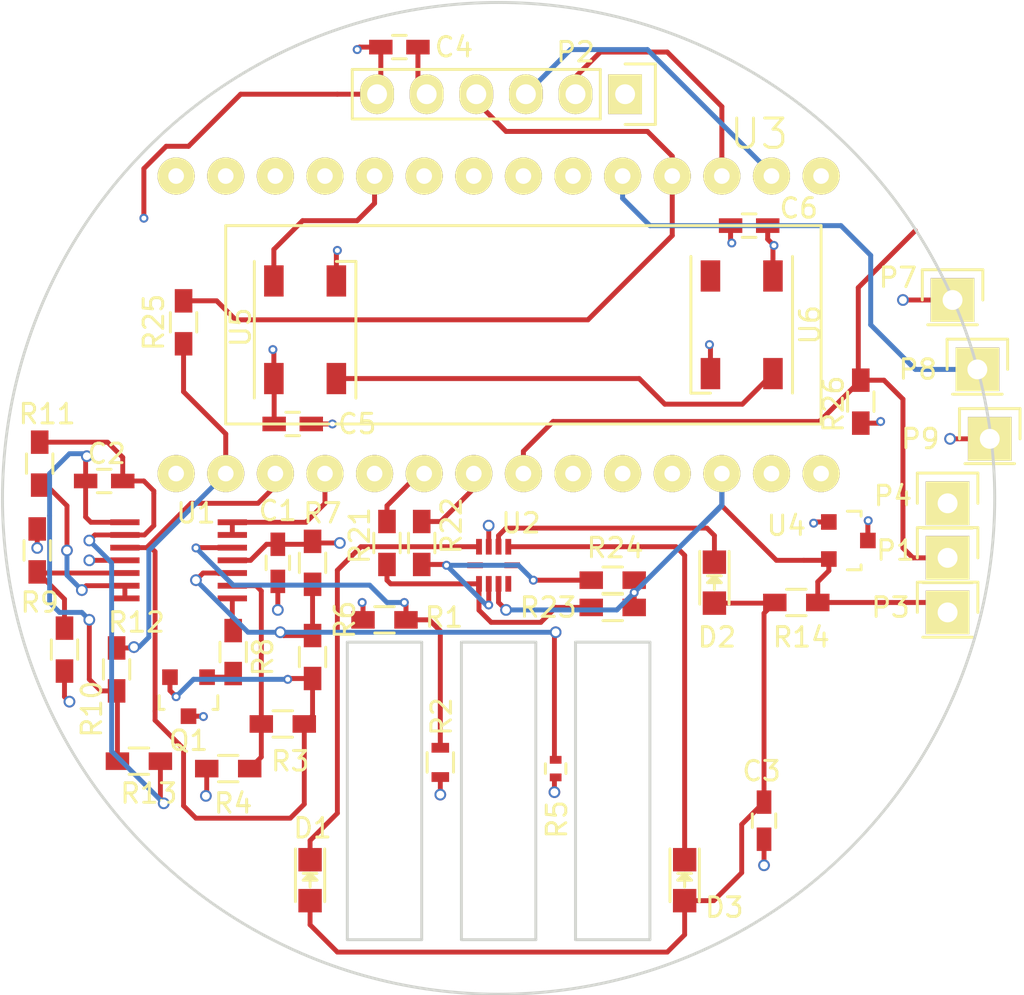
<source format=kicad_pcb>
(kicad_pcb (version 4) (host pcbnew 4.0.2-stable)

  (general
    (links 89)
    (no_connects 0)
    (area 123.114999 67.234999 174.065001 118.185001)
    (thickness 1.6)
    (drawings 13)
    (tracks 340)
    (zones 0)
    (modules 43)
    (nets 48)
  )

  (page A4)
  (layers
    (0 Top signal)
    (1 Ground power)
    (2 Power mixed)
    (31 Bottom signal)
    (34 B.Paste user)
    (35 F.Paste user)
    (37 F.SilkS user)
    (39 F.Mask user)
    (44 Edge.Cuts user)
  )

  (setup
    (last_trace_width 0.254)
    (trace_clearance 0.127)
    (zone_clearance 0.508)
    (zone_45_only no)
    (trace_min 0.127)
    (segment_width 0.2)
    (edge_width 0.15)
    (via_size 0.4572)
    (via_drill 0.254)
    (via_min_size 0.4572)
    (via_min_drill 0.254)
    (uvia_size 0.762)
    (uvia_drill 0.508)
    (uvias_allowed no)
    (uvia_min_size 0)
    (uvia_min_drill 0)
    (pcb_text_width 0.3)
    (pcb_text_size 1.5 1.5)
    (mod_edge_width 0.15)
    (mod_text_size 1 1)
    (mod_text_width 0.15)
    (pad_size 1.524 1.524)
    (pad_drill 0.762)
    (pad_to_mask_clearance 0.2)
    (aux_axis_origin 0 0)
    (visible_elements 7FFFFF7F)
    (pcbplotparams
      (layerselection 0x01020_80000001)
      (usegerberextensions false)
      (excludeedgelayer true)
      (linewidth 0.100000)
      (plotframeref false)
      (viasonmask false)
      (mode 1)
      (useauxorigin false)
      (hpglpennumber 1)
      (hpglpenspeed 20)
      (hpglpendiameter 15)
      (hpglpenoverlay 2)
      (psnegative false)
      (psa4output false)
      (plotreference true)
      (plotvalue true)
      (plotinvisibletext false)
      (padsonsilk false)
      (subtractmaskfromsilk false)
      (outputformat 1)
      (mirror false)
      (drillshape 0)
      (scaleselection 1)
      (outputdirectory ""))
  )

  (net 0 "")
  (net 1 +5V)
  (net 2 GND)
  (net 3 /OUT)
  (net 4 "Net-(C2-Pad2)")
  (net 5 "Net-(C3-Pad2)")
  (net 6 "Net-(D1-Pad1)")
  (net 7 "Net-(D2-Pad1)")
  (net 8 "Net-(D3-Pad1)")
  (net 9 /V_RAW)
  (net 10 "Net-(R1-Pad2)")
  (net 11 "Net-(R3-Pad2)")
  (net 12 "Net-(R5-Pad1)")
  (net 13 "Net-(R8-Pad2)")
  (net 14 /SENSITIVITY)
  (net 15 "Net-(R11-Pad1)")
  (net 16 /3.3V)
  (net 17 /SDA)
  (net 18 /SCL)
  (net 19 "Net-(U2-Pad10)")
  (net 20 "Net-(U2-Pad5)")
  (net 21 "Net-(U3-Pad13)")
  (net 22 /TEMP_OUT)
  (net 23 "Net-(U3-Pad17)")
  (net 24 "Net-(U3-Pad21)")
  (net 25 "Net-(U3-Pad22)")
  (net 26 "Net-(U3-Pad23)")
  (net 27 "Net-(P8-Pad1)")
  (net 28 "Net-(C2-Pad1)")
  (net 29 "Net-(U2-Pad4)")
  (net 30 /PIR_IN)
  (net 31 "Net-(U3-Pad10)")
  (net 32 "Net-(P2-Pad2)")
  (net 33 "Net-(P2-Pad3)")
  (net 34 "Net-(P2-Pad4)")
  (net 35 "Net-(R21-Pad1)")
  (net 36 "Net-(R22-Pad1)")
  (net 37 "Net-(U3-Pad11)")
  (net 38 "Net-(U3-Pad12)")
  (net 39 "Net-(U3-Pad4)")
  (net 40 "Net-(U3-Pad5)")
  (net 41 "Net-(U3-Pad6)")
  (net 42 "Net-(U3-Pad7)")
  (net 43 /LED_IN)
  (net 44 "Net-(U3-Pad9)")
  (net 45 "Net-(U5-Pad2)")
  (net 46 "Net-(U6-Pad2)")
  (net 47 "Net-(Q1-Pad1)")

  (net_class Default "This is the default net class."
    (clearance 0.127)
    (trace_width 0.254)
    (via_dia 0.4572)
    (via_drill 0.254)
    (uvia_dia 0.762)
    (uvia_drill 0.508)
    (add_net +5V)
    (add_net /3.3V)
    (add_net /LED_IN)
    (add_net /OUT)
    (add_net /PIR_IN)
    (add_net /SCL)
    (add_net /SDA)
    (add_net /SENSITIVITY)
    (add_net /TEMP_OUT)
    (add_net /V_RAW)
    (add_net GND)
    (add_net "Net-(C2-Pad1)")
    (add_net "Net-(C2-Pad2)")
    (add_net "Net-(C3-Pad2)")
    (add_net "Net-(D1-Pad1)")
    (add_net "Net-(D2-Pad1)")
    (add_net "Net-(D3-Pad1)")
    (add_net "Net-(P2-Pad2)")
    (add_net "Net-(P2-Pad3)")
    (add_net "Net-(P2-Pad4)")
    (add_net "Net-(P8-Pad1)")
    (add_net "Net-(Q1-Pad1)")
    (add_net "Net-(R1-Pad2)")
    (add_net "Net-(R11-Pad1)")
    (add_net "Net-(R21-Pad1)")
    (add_net "Net-(R22-Pad1)")
    (add_net "Net-(R3-Pad2)")
    (add_net "Net-(R5-Pad1)")
    (add_net "Net-(R8-Pad2)")
    (add_net "Net-(U2-Pad10)")
    (add_net "Net-(U2-Pad4)")
    (add_net "Net-(U2-Pad5)")
    (add_net "Net-(U3-Pad10)")
    (add_net "Net-(U3-Pad11)")
    (add_net "Net-(U3-Pad12)")
    (add_net "Net-(U3-Pad13)")
    (add_net "Net-(U3-Pad17)")
    (add_net "Net-(U3-Pad21)")
    (add_net "Net-(U3-Pad22)")
    (add_net "Net-(U3-Pad23)")
    (add_net "Net-(U3-Pad4)")
    (add_net "Net-(U3-Pad5)")
    (add_net "Net-(U3-Pad6)")
    (add_net "Net-(U3-Pad7)")
    (add_net "Net-(U3-Pad9)")
    (add_net "Net-(U5-Pad2)")
    (add_net "Net-(U6-Pad2)")
  )

  (module Teensy-3:Teensy-3.1 (layer Top) (tedit 577E87BE) (tstamp 576C1076)
    (at 162.56 76.2 180)
    (path /5755F057)
    (fp_text reference U3 (at 0.635 2.159 360) (layer F.SilkS)
      (effects (font (size 1.5 1.5) (thickness 0.15)))
    )
    (fp_text value Teensy_3.1 (at 49.149 -7.239 180) (layer F.Fab) hide
      (effects (font (size 1.5 1.5) (thickness 0.15)))
    )
    (fp_line (start -2.54 -12.7) (end 27.94 -12.7) (layer F.SilkS) (width 0.15))
    (fp_line (start 27.94 -12.7) (end 27.94 -2.54) (layer F.SilkS) (width 0.15))
    (fp_line (start 27.94 -2.54) (end -2.54 -2.54) (layer F.SilkS) (width 0.15))
    (fp_line (start -2.54 -2.54) (end -2.54 -12.7) (layer F.SilkS) (width 0.15))
    (pad 0 thru_hole circle (at 0 0 180) (size 1.9 1.9) (drill 0.8) (layers *.Cu *.Mask F.SilkS)
      (net 33 "Net-(P2-Pad3)"))
    (pad 1 thru_hole circle (at 2.54 0 180) (size 1.9 1.9) (drill 0.8) (layers *.Cu *.Mask F.SilkS)
      (net 32 "Net-(P2-Pad2)"))
    (pad 2 thru_hole circle (at 5.08 0 180) (size 1.9 1.9) (drill 0.8) (layers *.Cu *.Mask F.SilkS)
      (net 34 "Net-(P2-Pad4)"))
    (pad 3 thru_hole circle (at 7.62 0 180) (size 1.9 1.9) (drill 0.8) (layers *.Cu *.Mask F.SilkS)
      (net 27 "Net-(P8-Pad1)"))
    (pad 4 thru_hole circle (at 10.16 0 180) (size 1.9 1.9) (drill 0.8) (layers *.Cu *.Mask F.SilkS)
      (net 39 "Net-(U3-Pad4)"))
    (pad 5 thru_hole circle (at 12.7 0 180) (size 1.9 1.9) (drill 0.8) (layers *.Cu *.Mask F.SilkS)
      (net 40 "Net-(U3-Pad5)"))
    (pad 6 thru_hole circle (at 15.24 0 180) (size 1.9 1.9) (drill 0.8) (layers *.Cu *.Mask F.SilkS)
      (net 41 "Net-(U3-Pad6)"))
    (pad 7 thru_hole circle (at 17.78 0 180) (size 1.9 1.9) (drill 0.8) (layers *.Cu *.Mask F.SilkS)
      (net 42 "Net-(U3-Pad7)"))
    (pad 8 thru_hole circle (at 20.32 0 180) (size 1.9 1.9) (drill 0.8) (layers *.Cu *.Mask F.SilkS)
      (net 43 /LED_IN))
    (pad 9 thru_hole circle (at 22.86 0 180) (size 1.9 1.9) (drill 0.8) (layers *.Cu *.Mask F.SilkS)
      (net 44 "Net-(U3-Pad9)"))
    (pad 10 thru_hole circle (at 25.4 0 180) (size 1.9 1.9) (drill 0.8) (layers *.Cu *.Mask F.SilkS)
      (net 31 "Net-(U3-Pad10)"))
    (pad 11 thru_hole circle (at 27.94 0 180) (size 1.9 1.9) (drill 0.8) (layers *.Cu *.Mask F.SilkS)
      (net 37 "Net-(U3-Pad11)"))
    (pad 12 thru_hole circle (at 30.48 0 180) (size 1.9 1.9) (drill 0.8) (layers *.Cu *.Mask F.SilkS)
      (net 38 "Net-(U3-Pad12)"))
    (pad 13 thru_hole circle (at 30.48 -15.24 180) (size 1.9 1.9) (drill 0.8) (layers *.Cu *.Mask F.SilkS)
      (net 21 "Net-(U3-Pad13)"))
    (pad 14 thru_hole circle (at 27.94 -15.24 180) (size 1.9 1.9) (drill 0.8) (layers *.Cu *.Mask F.SilkS)
      (net 3 /OUT))
    (pad 15 thru_hole circle (at 25.4 -15.24 180) (size 1.9 1.9) (drill 0.8) (layers *.Cu *.Mask F.SilkS)
      (net 9 /V_RAW))
    (pad 16 thru_hole circle (at 22.86 -15.24 180) (size 1.9 1.9) (drill 0.8) (layers *.Cu *.Mask F.SilkS)
      (net 22 /TEMP_OUT))
    (pad 17 thru_hole circle (at 20.32 -15.24 180) (size 1.9 1.9) (drill 0.8) (layers *.Cu *.Mask F.SilkS)
      (net 23 "Net-(U3-Pad17)"))
    (pad 18 thru_hole circle (at 17.78 -15.24 180) (size 1.9 1.9) (drill 0.8) (layers *.Cu *.Mask F.SilkS)
      (net 17 /SDA))
    (pad 19 thru_hole circle (at 15.24 -15.24 180) (size 1.9 1.9) (drill 0.8) (layers *.Cu *.Mask F.SilkS)
      (net 18 /SCL))
    (pad 20 thru_hole circle (at 12.7 -15.24 180) (size 1.9 1.9) (drill 0.8) (layers *.Cu *.Mask F.SilkS)
      (net 30 /PIR_IN))
    (pad 21 thru_hole circle (at 10.16 -15.24 180) (size 1.9 1.9) (drill 0.8) (layers *.Cu *.Mask F.SilkS)
      (net 24 "Net-(U3-Pad21)"))
    (pad 22 thru_hole circle (at 7.62 -15.24 180) (size 1.9 1.9) (drill 0.8) (layers *.Cu *.Mask F.SilkS)
      (net 25 "Net-(U3-Pad22)"))
    (pad 23 thru_hole circle (at 5.08 -15.24 180) (size 1.9 1.9) (drill 0.8) (layers *.Cu *.Mask F.SilkS)
      (net 26 "Net-(U3-Pad23)"))
    (pad 24 thru_hole circle (at 2.54 -15.24 180) (size 1.9 1.9) (drill 0.8) (layers *.Cu *.Mask F.SilkS)
      (net 16 /3.3V))
    (pad 25 thru_hole circle (at 0 -15.24 180) (size 1.9 1.9) (drill 0.8) (layers *.Cu *.Mask F.SilkS)
      (net 2 GND))
    (pad 26 thru_hole circle (at -2.54 -15.24 180) (size 1.9 1.9) (drill 0.8) (layers *.Cu *.Mask F.SilkS)
      (net 1 +5V))
    (pad 27 thru_hole circle (at -2.54 0 180) (size 1.9 1.9) (drill 0.8) (layers *.Cu *.Mask F.SilkS)
      (net 2 GND))
  )

  (module Capacitors_SMD:C_0603_HandSoldering (layer Top) (tedit 577AAA66) (tstamp 576C0FB2)
    (at 137.287 96.012 270)
    (descr "Capacitor SMD 0603, hand soldering")
    (tags "capacitor 0603")
    (path /576B7253)
    (attr smd)
    (fp_text reference C1 (at -2.667 0 360) (layer F.SilkS)
      (effects (font (size 1 1) (thickness 0.15)))
    )
    (fp_text value 0.1uF (at -1.27 22.987 360) (layer F.Fab) hide
      (effects (font (size 1 1) (thickness 0.15)))
    )
    (fp_line (start -1.85 -0.75) (end 1.85 -0.75) (layer F.CrtYd) (width 0.05))
    (fp_line (start -1.85 0.75) (end 1.85 0.75) (layer F.CrtYd) (width 0.05))
    (fp_line (start -1.85 -0.75) (end -1.85 0.75) (layer F.CrtYd) (width 0.05))
    (fp_line (start 1.85 -0.75) (end 1.85 0.75) (layer F.CrtYd) (width 0.05))
    (fp_line (start -0.35 -0.6) (end 0.35 -0.6) (layer F.SilkS) (width 0.15))
    (fp_line (start 0.35 0.6) (end -0.35 0.6) (layer F.SilkS) (width 0.15))
    (pad 1 smd rect (at -0.95 0 270) (size 1.2 0.75) (layers Top F.Paste F.Mask)
      (net 1 +5V))
    (pad 2 smd rect (at 0.95 0 270) (size 1.2 0.75) (layers Top F.Paste F.Mask)
      (net 2 GND))
    (model Capacitors_SMD.3dshapes/C_0603_HandSoldering.wrl
      (at (xyz 0 0 0))
      (scale (xyz 1 1 1))
      (rotate (xyz 0 0 0))
    )
  )

  (module Capacitors_SMD:C_0603_HandSoldering (layer Top) (tedit 577AAA6D) (tstamp 576C0FB8)
    (at 128.397 91.821)
    (descr "Capacitor SMD 0603, hand soldering")
    (tags "capacitor 0603")
    (path /576BCC81)
    (attr smd)
    (fp_text reference C2 (at 0.127 -1.397) (layer F.SilkS)
      (effects (font (size 1 1) (thickness 0.15)))
    )
    (fp_text value 10uF (at -13.843 6.858) (layer F.Fab) hide
      (effects (font (size 1 1) (thickness 0.15)))
    )
    (fp_line (start -1.85 -0.75) (end 1.85 -0.75) (layer F.CrtYd) (width 0.05))
    (fp_line (start -1.85 0.75) (end 1.85 0.75) (layer F.CrtYd) (width 0.05))
    (fp_line (start -1.85 -0.75) (end -1.85 0.75) (layer F.CrtYd) (width 0.05))
    (fp_line (start 1.85 -0.75) (end 1.85 0.75) (layer F.CrtYd) (width 0.05))
    (fp_line (start -0.35 -0.6) (end 0.35 -0.6) (layer F.SilkS) (width 0.15))
    (fp_line (start 0.35 0.6) (end -0.35 0.6) (layer F.SilkS) (width 0.15))
    (pad 1 smd rect (at -0.95 0) (size 1.2 0.75) (layers Top F.Paste F.Mask)
      (net 28 "Net-(C2-Pad1)"))
    (pad 2 smd rect (at 0.95 0) (size 1.2 0.75) (layers Top F.Paste F.Mask)
      (net 4 "Net-(C2-Pad2)"))
    (model Capacitors_SMD.3dshapes/C_0603_HandSoldering.wrl
      (at (xyz 0 0 0))
      (scale (xyz 1 1 1))
      (rotate (xyz 0 0 0))
    )
  )

  (module Capacitors_SMD:C_0603_HandSoldering (layer Top) (tedit 577AA9CE) (tstamp 576C0FBE)
    (at 162.179 109.22 90)
    (descr "Capacitor SMD 0603, hand soldering")
    (tags "capacitor 0603")
    (path /576C63B9)
    (attr smd)
    (fp_text reference C3 (at 2.54 -0.127 180) (layer F.SilkS)
      (effects (font (size 1 1) (thickness 0.15)))
    )
    (fp_text value 15uF (at 9.779 20.193 180) (layer F.Fab) hide
      (effects (font (size 1 1) (thickness 0.15)))
    )
    (fp_line (start -1.85 -0.75) (end 1.85 -0.75) (layer F.CrtYd) (width 0.05))
    (fp_line (start -1.85 0.75) (end 1.85 0.75) (layer F.CrtYd) (width 0.05))
    (fp_line (start -1.85 -0.75) (end -1.85 0.75) (layer F.CrtYd) (width 0.05))
    (fp_line (start 1.85 -0.75) (end 1.85 0.75) (layer F.CrtYd) (width 0.05))
    (fp_line (start -0.35 -0.6) (end 0.35 -0.6) (layer F.SilkS) (width 0.15))
    (fp_line (start 0.35 0.6) (end -0.35 0.6) (layer F.SilkS) (width 0.15))
    (pad 1 smd rect (at -0.95 0 90) (size 1.2 0.75) (layers Top F.Paste F.Mask)
      (net 2 GND))
    (pad 2 smd rect (at 0.95 0 90) (size 1.2 0.75) (layers Top F.Paste F.Mask)
      (net 5 "Net-(C3-Pad2)"))
    (model Capacitors_SMD.3dshapes/C_0603_HandSoldering.wrl
      (at (xyz 0 0 0))
      (scale (xyz 1 1 1))
      (rotate (xyz 0 0 0))
    )
  )

  (module Resistors_SMD:R_0603_HandSoldering (layer Top) (tedit 577EC73C) (tstamp 576C0FFA)
    (at 142.748 98.933)
    (descr "Resistor SMD 0603, hand soldering")
    (tags "resistor 0603")
    (path /576B7151)
    (attr smd)
    (fp_text reference R1 (at 3.048 -0.127) (layer F.SilkS)
      (effects (font (size 1 1) (thickness 0.15)))
    )
    (fp_text value 10k (at -27.686 13.462) (layer F.Fab) hide
      (effects (font (size 1 1) (thickness 0.15)))
    )
    (fp_line (start -2 -0.8) (end 2 -0.8) (layer F.CrtYd) (width 0.05))
    (fp_line (start -2 0.8) (end 2 0.8) (layer F.CrtYd) (width 0.05))
    (fp_line (start -2 -0.8) (end -2 0.8) (layer F.CrtYd) (width 0.05))
    (fp_line (start 2 -0.8) (end 2 0.8) (layer F.CrtYd) (width 0.05))
    (fp_line (start 0.5 0.675) (end -0.5 0.675) (layer F.SilkS) (width 0.15))
    (fp_line (start -0.5 -0.675) (end 0.5 -0.675) (layer F.SilkS) (width 0.15))
    (pad 1 smd rect (at -1.1 0) (size 1.2 0.9) (layers Top F.Paste F.Mask)
      (net 1 +5V))
    (pad 2 smd rect (at 1.1 0) (size 1.2 0.9) (layers Top F.Paste F.Mask)
      (net 10 "Net-(R1-Pad2)"))
    (model Resistors_SMD.3dshapes/R_0603_HandSoldering.wrl
      (at (xyz 0 0 0))
      (scale (xyz 1 1 1))
      (rotate (xyz 0 0 0))
    )
  )

  (module Resistors_SMD:R_0603_HandSoldering (layer Top) (tedit 577AAA97) (tstamp 576C1006)
    (at 137.541 104.267 180)
    (descr "Resistor SMD 0603, hand soldering")
    (tags "resistor 0603")
    (path /576B7ADF)
    (attr smd)
    (fp_text reference R3 (at -0.381 -1.905 180) (layer F.SilkS)
      (effects (font (size 1 1) (thickness 0.15)))
    )
    (fp_text value 2k (at 22.225 -11.176 180) (layer F.Fab) hide
      (effects (font (size 1 1) (thickness 0.15)))
    )
    (fp_line (start -2 -0.8) (end 2 -0.8) (layer F.CrtYd) (width 0.05))
    (fp_line (start -2 0.8) (end 2 0.8) (layer F.CrtYd) (width 0.05))
    (fp_line (start -2 -0.8) (end -2 0.8) (layer F.CrtYd) (width 0.05))
    (fp_line (start 2 -0.8) (end 2 0.8) (layer F.CrtYd) (width 0.05))
    (fp_line (start 0.5 0.675) (end -0.5 0.675) (layer F.SilkS) (width 0.15))
    (fp_line (start -0.5 -0.675) (end 0.5 -0.675) (layer F.SilkS) (width 0.15))
    (pad 1 smd rect (at -1.1 0 180) (size 1.2 0.9) (layers Top F.Paste F.Mask)
      (net 9 /V_RAW))
    (pad 2 smd rect (at 1.1 0 180) (size 1.2 0.9) (layers Top F.Paste F.Mask)
      (net 11 "Net-(R3-Pad2)"))
    (model Resistors_SMD.3dshapes/R_0603_HandSoldering.wrl
      (at (xyz 0 0 0))
      (scale (xyz 1 1 1))
      (rotate (xyz 0 0 0))
    )
  )

  (module Resistors_SMD:R_0603_HandSoldering (layer Top) (tedit 577AAA7F) (tstamp 576C100C)
    (at 134.747 106.553 180)
    (descr "Resistor SMD 0603, hand soldering")
    (tags "resistor 0603")
    (path /576B7BA2)
    (attr smd)
    (fp_text reference R4 (at -0.254 -1.778 180) (layer F.SilkS)
      (effects (font (size 1 1) (thickness 0.15)))
    )
    (fp_text value 165k (at 19.812 1.27 180) (layer F.Fab) hide
      (effects (font (size 1 1) (thickness 0.15)))
    )
    (fp_line (start -2 -0.8) (end 2 -0.8) (layer F.CrtYd) (width 0.05))
    (fp_line (start -2 0.8) (end 2 0.8) (layer F.CrtYd) (width 0.05))
    (fp_line (start -2 -0.8) (end -2 0.8) (layer F.CrtYd) (width 0.05))
    (fp_line (start 2 -0.8) (end 2 0.8) (layer F.CrtYd) (width 0.05))
    (fp_line (start 0.5 0.675) (end -0.5 0.675) (layer F.SilkS) (width 0.15))
    (fp_line (start -0.5 -0.675) (end 0.5 -0.675) (layer F.SilkS) (width 0.15))
    (pad 1 smd rect (at -1.1 0 180) (size 1.2 0.9) (layers Top F.Paste F.Mask)
      (net 11 "Net-(R3-Pad2)"))
    (pad 2 smd rect (at 1.1 0 180) (size 1.2 0.9) (layers Top F.Paste F.Mask)
      (net 2 GND))
    (model Resistors_SMD.3dshapes/R_0603_HandSoldering.wrl
      (at (xyz 0 0 0))
      (scale (xyz 1 1 1))
      (rotate (xyz 0 0 0))
    )
  )

  (module Resistors_SMD:R_0402 (layer Top) (tedit 577EC75F) (tstamp 576C1012)
    (at 151.511 106.553 270)
    (descr "Resistor SMD 0402, reflow soldering, Vishay (see dcrcw.pdf)")
    (tags "resistor 0402")
    (path /576B7CFA)
    (attr smd)
    (fp_text reference R5 (at 2.6035 -0.0635 270) (layer F.SilkS)
      (effects (font (size 1 1) (thickness 0.15)))
    )
    (fp_text value THERM (at 15.3035 -4.8895 270) (layer F.Fab) hide
      (effects (font (size 1 1) (thickness 0.15)))
    )
    (fp_line (start -0.95 -0.65) (end 0.95 -0.65) (layer F.CrtYd) (width 0.05))
    (fp_line (start -0.95 0.65) (end 0.95 0.65) (layer F.CrtYd) (width 0.05))
    (fp_line (start -0.95 -0.65) (end -0.95 0.65) (layer F.CrtYd) (width 0.05))
    (fp_line (start 0.95 -0.65) (end 0.95 0.65) (layer F.CrtYd) (width 0.05))
    (fp_line (start 0.25 -0.525) (end -0.25 -0.525) (layer F.SilkS) (width 0.15))
    (fp_line (start -0.25 0.525) (end 0.25 0.525) (layer F.SilkS) (width 0.15))
    (pad 1 smd rect (at -0.45 0 270) (size 0.4 0.6) (layers Top F.Paste F.Mask)
      (net 12 "Net-(R5-Pad1)"))
    (pad 2 smd rect (at 0.45 0 270) (size 0.4 0.6) (layers Top F.Paste F.Mask)
      (net 2 GND))
    (model Resistors_SMD.3dshapes/R_0402.wrl
      (at (xyz 0 0 0))
      (scale (xyz 1 1 1))
      (rotate (xyz 0 0 0))
    )
  )

  (module Resistors_SMD:R_0603_HandSoldering (layer Top) (tedit 577EC746) (tstamp 576C1018)
    (at 139.065 100.838 90)
    (descr "Resistor SMD 0603, hand soldering")
    (tags "resistor 0603")
    (path /576B8846)
    (attr smd)
    (fp_text reference R6 (at 1.905 1.651 270) (layer F.SilkS)
      (effects (font (size 1 1) (thickness 0.15)))
    )
    (fp_text value 1 (at -1.143 -24.638 180) (layer F.Fab) hide
      (effects (font (size 1 1) (thickness 0.15)))
    )
    (fp_line (start -2 -0.8) (end 2 -0.8) (layer F.CrtYd) (width 0.05))
    (fp_line (start -2 0.8) (end 2 0.8) (layer F.CrtYd) (width 0.05))
    (fp_line (start -2 -0.8) (end -2 0.8) (layer F.CrtYd) (width 0.05))
    (fp_line (start 2 -0.8) (end 2 0.8) (layer F.CrtYd) (width 0.05))
    (fp_line (start 0.5 0.675) (end -0.5 0.675) (layer F.SilkS) (width 0.15))
    (fp_line (start -0.5 -0.675) (end 0.5 -0.675) (layer F.SilkS) (width 0.15))
    (pad 1 smd rect (at -1.1 0 90) (size 1.2 0.9) (layers Top F.Paste F.Mask)
      (net 9 /V_RAW))
    (pad 2 smd rect (at 1.1 0 90) (size 1.2 0.9) (layers Top F.Paste F.Mask)
      (net 12 "Net-(R5-Pad1)"))
    (model Resistors_SMD.3dshapes/R_0603_HandSoldering.wrl
      (at (xyz 0 0 0))
      (scale (xyz 1 1 1))
      (rotate (xyz 0 0 0))
    )
  )

  (module Resistors_SMD:R_0603_HandSoldering (layer Top) (tedit 577AAA5F) (tstamp 576C101E)
    (at 139.065 96.012 270)
    (descr "Resistor SMD 0603, hand soldering")
    (tags "resistor 0603")
    (path /576B8F12)
    (attr smd)
    (fp_text reference R7 (at -2.54 -0.508 360) (layer F.SilkS)
      (effects (font (size 1 1) (thickness 0.15)))
    )
    (fp_text value 10k (at -3.048 24.892 360) (layer F.Fab) hide
      (effects (font (size 1 1) (thickness 0.15)))
    )
    (fp_line (start -2 -0.8) (end 2 -0.8) (layer F.CrtYd) (width 0.05))
    (fp_line (start -2 0.8) (end 2 0.8) (layer F.CrtYd) (width 0.05))
    (fp_line (start -2 -0.8) (end -2 0.8) (layer F.CrtYd) (width 0.05))
    (fp_line (start 2 -0.8) (end 2 0.8) (layer F.CrtYd) (width 0.05))
    (fp_line (start 0.5 0.675) (end -0.5 0.675) (layer F.SilkS) (width 0.15))
    (fp_line (start -0.5 -0.675) (end 0.5 -0.675) (layer F.SilkS) (width 0.15))
    (pad 1 smd rect (at -1.1 0 270) (size 1.2 0.9) (layers Top F.Paste F.Mask)
      (net 1 +5V))
    (pad 2 smd rect (at 1.1 0 270) (size 1.2 0.9) (layers Top F.Paste F.Mask)
      (net 12 "Net-(R5-Pad1)"))
    (model Resistors_SMD.3dshapes/R_0603_HandSoldering.wrl
      (at (xyz 0 0 0))
      (scale (xyz 1 1 1))
      (rotate (xyz 0 0 0))
    )
  )

  (module Resistors_SMD:R_0603_HandSoldering (layer Top) (tedit 577AAA70) (tstamp 576C1024)
    (at 135.001 100.584 90)
    (descr "Resistor SMD 0603, hand soldering")
    (tags "resistor 0603")
    (path /576B70FC)
    (attr smd)
    (fp_text reference R8 (at -0.254 1.524 90) (layer F.SilkS)
      (effects (font (size 1 1) (thickness 0.15)))
    )
    (fp_text value 2k (at 0.127 -20.701 180) (layer F.Fab) hide
      (effects (font (size 1 1) (thickness 0.15)))
    )
    (fp_line (start -2 -0.8) (end 2 -0.8) (layer F.CrtYd) (width 0.05))
    (fp_line (start -2 0.8) (end 2 0.8) (layer F.CrtYd) (width 0.05))
    (fp_line (start -2 -0.8) (end -2 0.8) (layer F.CrtYd) (width 0.05))
    (fp_line (start 2 -0.8) (end 2 0.8) (layer F.CrtYd) (width 0.05))
    (fp_line (start 0.5 0.675) (end -0.5 0.675) (layer F.SilkS) (width 0.15))
    (fp_line (start -0.5 -0.675) (end 0.5 -0.675) (layer F.SilkS) (width 0.15))
    (pad 1 smd rect (at -1.1 0 90) (size 1.2 0.9) (layers Top F.Paste F.Mask)
      (net 47 "Net-(Q1-Pad1)"))
    (pad 2 smd rect (at 1.1 0 90) (size 1.2 0.9) (layers Top F.Paste F.Mask)
      (net 13 "Net-(R8-Pad2)"))
    (model Resistors_SMD.3dshapes/R_0603_HandSoldering.wrl
      (at (xyz 0 0 0))
      (scale (xyz 1 1 1))
      (rotate (xyz 0 0 0))
    )
  )

  (module Resistors_SMD:R_0603_HandSoldering (layer Top) (tedit 577AAA5D) (tstamp 576C102A)
    (at 124.968 95.377 270)
    (descr "Resistor SMD 0603, hand soldering")
    (tags "resistor 0603")
    (path /576BECA9)
    (attr smd)
    (fp_text reference R9 (at 2.667 -0.127 360) (layer F.SilkS)
      (effects (font (size 1 1) (thickness 0.15)))
    )
    (fp_text value 10k (at -4.191 10.922 360) (layer F.Fab) hide
      (effects (font (size 1 1) (thickness 0.15)))
    )
    (fp_line (start -2 -0.8) (end 2 -0.8) (layer F.CrtYd) (width 0.05))
    (fp_line (start -2 0.8) (end 2 0.8) (layer F.CrtYd) (width 0.05))
    (fp_line (start -2 -0.8) (end -2 0.8) (layer F.CrtYd) (width 0.05))
    (fp_line (start 2 -0.8) (end 2 0.8) (layer F.CrtYd) (width 0.05))
    (fp_line (start 0.5 0.675) (end -0.5 0.675) (layer F.SilkS) (width 0.15))
    (fp_line (start -0.5 -0.675) (end 0.5 -0.675) (layer F.SilkS) (width 0.15))
    (pad 1 smd rect (at -1.1 0 270) (size 1.2 0.9) (layers Top F.Paste F.Mask)
      (net 1 +5V))
    (pad 2 smd rect (at 1.1 0 270) (size 1.2 0.9) (layers Top F.Paste F.Mask)
      (net 14 /SENSITIVITY))
    (model Resistors_SMD.3dshapes/R_0603_HandSoldering.wrl
      (at (xyz 0 0 0))
      (scale (xyz 1 1 1))
      (rotate (xyz 0 0 0))
    )
  )

  (module Resistors_SMD:R_0603_HandSoldering (layer Top) (tedit 577AAA8C) (tstamp 576C1030)
    (at 126.365 100.457 270)
    (descr "Resistor SMD 0603, hand soldering")
    (tags "resistor 0603")
    (path /576BED72)
    (attr smd)
    (fp_text reference R10 (at 3.048 -1.397 450) (layer F.SilkS)
      (effects (font (size 1 1) (thickness 0.15)))
    )
    (fp_text value 10k (at 9.652 11.303 360) (layer F.Fab) hide
      (effects (font (size 1 1) (thickness 0.15)))
    )
    (fp_line (start -2 -0.8) (end 2 -0.8) (layer F.CrtYd) (width 0.05))
    (fp_line (start -2 0.8) (end 2 0.8) (layer F.CrtYd) (width 0.05))
    (fp_line (start -2 -0.8) (end -2 0.8) (layer F.CrtYd) (width 0.05))
    (fp_line (start 2 -0.8) (end 2 0.8) (layer F.CrtYd) (width 0.05))
    (fp_line (start 0.5 0.675) (end -0.5 0.675) (layer F.SilkS) (width 0.15))
    (fp_line (start -0.5 -0.675) (end 0.5 -0.675) (layer F.SilkS) (width 0.15))
    (pad 1 smd rect (at -1.1 0 270) (size 1.2 0.9) (layers Top F.Paste F.Mask)
      (net 14 /SENSITIVITY))
    (pad 2 smd rect (at 1.1 0 270) (size 1.2 0.9) (layers Top F.Paste F.Mask)
      (net 2 GND))
    (model Resistors_SMD.3dshapes/R_0603_HandSoldering.wrl
      (at (xyz 0 0 0))
      (scale (xyz 1 1 1))
      (rotate (xyz 0 0 0))
    )
  )

  (module Resistors_SMD:R_0603_HandSoldering (layer Top) (tedit 577AAA5B) (tstamp 576C1036)
    (at 125.095 90.932 90)
    (descr "Resistor SMD 0603, hand soldering")
    (tags "resistor 0603")
    (path /576BDC3F)
    (attr smd)
    (fp_text reference R11 (at 2.54 0.381 360) (layer F.SilkS)
      (effects (font (size 1 1) (thickness 0.15)))
    )
    (fp_text value 2k (at 1.524 -11.303 180) (layer F.Fab) hide
      (effects (font (size 1 1) (thickness 0.15)))
    )
    (fp_line (start -2 -0.8) (end 2 -0.8) (layer F.CrtYd) (width 0.05))
    (fp_line (start -2 0.8) (end 2 0.8) (layer F.CrtYd) (width 0.05))
    (fp_line (start -2 -0.8) (end -2 0.8) (layer F.CrtYd) (width 0.05))
    (fp_line (start 2 -0.8) (end 2 0.8) (layer F.CrtYd) (width 0.05))
    (fp_line (start 0.5 0.675) (end -0.5 0.675) (layer F.SilkS) (width 0.15))
    (fp_line (start -0.5 -0.675) (end 0.5 -0.675) (layer F.SilkS) (width 0.15))
    (pad 1 smd rect (at -1.1 0 90) (size 1.2 0.9) (layers Top F.Paste F.Mask)
      (net 15 "Net-(R11-Pad1)"))
    (pad 2 smd rect (at 1.1 0 90) (size 1.2 0.9) (layers Top F.Paste F.Mask)
      (net 4 "Net-(C2-Pad2)"))
    (model Resistors_SMD.3dshapes/R_0603_HandSoldering.wrl
      (at (xyz 0 0 0))
      (scale (xyz 1 1 1))
      (rotate (xyz 0 0 0))
    )
  )

  (module Resistors_SMD:R_0603_HandSoldering (layer Top) (tedit 577AAA94) (tstamp 576C103C)
    (at 129.032 101.473 90)
    (descr "Resistor SMD 0603, hand soldering")
    (tags "resistor 0603")
    (path /576BADCF)
    (attr smd)
    (fp_text reference R12 (at 2.413 1.016 180) (layer F.SilkS)
      (effects (font (size 1 1) (thickness 0.15)))
    )
    (fp_text value 2k (at -12.319 -13.716 180) (layer F.Fab) hide
      (effects (font (size 1 1) (thickness 0.15)))
    )
    (fp_line (start -2 -0.8) (end 2 -0.8) (layer F.CrtYd) (width 0.05))
    (fp_line (start -2 0.8) (end 2 0.8) (layer F.CrtYd) (width 0.05))
    (fp_line (start -2 -0.8) (end -2 0.8) (layer F.CrtYd) (width 0.05))
    (fp_line (start 2 -0.8) (end 2 0.8) (layer F.CrtYd) (width 0.05))
    (fp_line (start 0.5 0.675) (end -0.5 0.675) (layer F.SilkS) (width 0.15))
    (fp_line (start -0.5 -0.675) (end 0.5 -0.675) (layer F.SilkS) (width 0.15))
    (pad 1 smd rect (at -1.1 0 90) (size 1.2 0.9) (layers Top F.Paste F.Mask)
      (net 28 "Net-(C2-Pad1)"))
    (pad 2 smd rect (at 1.1 0 90) (size 1.2 0.9) (layers Top F.Paste F.Mask)
      (net 3 /OUT))
    (model Resistors_SMD.3dshapes/R_0603_HandSoldering.wrl
      (at (xyz 0 0 0))
      (scale (xyz 1 1 1))
      (rotate (xyz 0 0 0))
    )
  )

  (module Resistors_SMD:R_0603_HandSoldering (layer Top) (tedit 577AAA79) (tstamp 576C1042)
    (at 130.175 106.172 180)
    (descr "Resistor SMD 0603, hand soldering")
    (tags "resistor 0603")
    (path /576BCB09)
    (attr smd)
    (fp_text reference R13 (at -0.508 -1.651 180) (layer F.SilkS)
      (effects (font (size 1 1) (thickness 0.15)))
    )
    (fp_text value 4.3k (at 15.621 2.667 180) (layer F.Fab) hide
      (effects (font (size 1 1) (thickness 0.15)))
    )
    (fp_line (start -2 -0.8) (end 2 -0.8) (layer F.CrtYd) (width 0.05))
    (fp_line (start -2 0.8) (end 2 0.8) (layer F.CrtYd) (width 0.05))
    (fp_line (start -2 -0.8) (end -2 0.8) (layer F.CrtYd) (width 0.05))
    (fp_line (start 2 -0.8) (end 2 0.8) (layer F.CrtYd) (width 0.05))
    (fp_line (start 0.5 0.675) (end -0.5 0.675) (layer F.SilkS) (width 0.15))
    (fp_line (start -0.5 -0.675) (end 0.5 -0.675) (layer F.SilkS) (width 0.15))
    (pad 1 smd rect (at -1.1 0 180) (size 1.2 0.9) (layers Top F.Paste F.Mask)
      (net 4 "Net-(C2-Pad2)"))
    (pad 2 smd rect (at 1.1 0 180) (size 1.2 0.9) (layers Top F.Paste F.Mask)
      (net 28 "Net-(C2-Pad1)"))
    (model Resistors_SMD.3dshapes/R_0603_HandSoldering.wrl
      (at (xyz 0 0 0))
      (scale (xyz 1 1 1))
      (rotate (xyz 0 0 0))
    )
  )

  (module Resistors_SMD:R_0603_HandSoldering (layer Top) (tedit 577E8B08) (tstamp 576C1048)
    (at 163.83 98.044 180)
    (descr "Resistor SMD 0603, hand soldering")
    (tags "resistor 0603")
    (path /576C60FD)
    (attr smd)
    (fp_text reference R14 (at -0.254 -1.778 180) (layer F.SilkS)
      (effects (font (size 1 1) (thickness 0.15)))
    )
    (fp_text value 30 (at -17.907 0.254 180) (layer F.Fab) hide
      (effects (font (size 1 1) (thickness 0.15)))
    )
    (fp_line (start -2 -0.8) (end 2 -0.8) (layer F.CrtYd) (width 0.05))
    (fp_line (start -2 0.8) (end 2 0.8) (layer F.CrtYd) (width 0.05))
    (fp_line (start -2 -0.8) (end -2 0.8) (layer F.CrtYd) (width 0.05))
    (fp_line (start 2 -0.8) (end 2 0.8) (layer F.CrtYd) (width 0.05))
    (fp_line (start 0.5 0.675) (end -0.5 0.675) (layer F.SilkS) (width 0.15))
    (fp_line (start -0.5 -0.675) (end 0.5 -0.675) (layer F.SilkS) (width 0.15))
    (pad 1 smd rect (at -1.1 0 180) (size 1.2 0.9) (layers Top F.Paste F.Mask)
      (net 16 /3.3V))
    (pad 2 smd rect (at 1.1 0 180) (size 1.2 0.9) (layers Top F.Paste F.Mask)
      (net 5 "Net-(C3-Pad2)"))
    (model Resistors_SMD.3dshapes/R_0603_HandSoldering.wrl
      (at (xyz 0 0 0))
      (scale (xyz 1 1 1))
      (rotate (xyz 0 0 0))
    )
  )

  (module SI1143:SI1143 (layer Top) (tedit 577EC739) (tstamp 576C1056)
    (at 148.336 96.139 90)
    (path /576C32B7)
    (fp_text reference U2 (at 2.159 1.397 180) (layer F.SilkS)
      (effects (font (size 1 1) (thickness 0.15)))
    )
    (fp_text value SI1143 (at -0.635 -33.782 180) (layer F.Fab) hide
      (effects (font (size 1 1) (thickness 0.15)))
    )
    (pad 8 smd rect (at 0.95 -0.25 90) (size 0.8 0.3) (layers Top F.Paste F.Mask)
      (net 2 GND))
    (pad 9 smd rect (at 0.95 -0.75 90) (size 0.8 0.3) (layers Top F.Paste F.Mask)
      (net 6 "Net-(D1-Pad1)"))
    (pad 1 smd rect (at -0.95 -0.75 90) (size 0.8 0.3) (layers Top F.Paste F.Mask)
      (net 35 "Net-(R21-Pad1)"))
    (pad 3 smd rect (at -0.95 0.25 90) (size 0.8 0.3) (layers Top F.Paste F.Mask)
      (net 16 /3.3V))
    (pad 6 smd rect (at 0.95 0.75 90) (size 0.8 0.3) (layers Top F.Paste F.Mask)
      (net 8 "Net-(D3-Pad1)"))
    (pad 7 smd rect (at 0.95 0.25 90) (size 0.8 0.3) (layers Top F.Paste F.Mask)
      (net 7 "Net-(D2-Pad1)"))
    (pad 2 smd rect (at -0.95 -0.25 90) (size 0.8 0.3) (layers Top F.Paste F.Mask)
      (net 36 "Net-(R22-Pad1)"))
    (pad 4 smd rect (at -0.95 0.75 90) (size 0.8 0.3) (layers Top F.Paste F.Mask)
      (net 29 "Net-(U2-Pad4)"))
    (pad 10 smd rect (at 0 -0.95 90) (size 0.3 0.8) (layers Top F.Paste F.Mask)
      (net 19 "Net-(U2-Pad10)"))
    (pad 5 smd rect (at 0 0.95 90) (size 0.3 0.8) (layers Top F.Paste F.Mask)
      (net 20 "Net-(U2-Pad5)"))
  )

  (module SI1143:TSSOP-14 (layer Top) (tedit 577AAA57) (tstamp 576C75AA)
    (at 132.207 95.885 90)
    (path /576B6F0C)
    (fp_text reference U1 (at 2.413 0.889 180) (layer F.SilkS)
      (effects (font (size 1 1) (thickness 0.15)))
    )
    (fp_text value ADD8704 (at 8.128 -18.161 180) (layer F.Fab) hide
      (effects (font (size 1 1) (thickness 0.15)))
    )
    (pad 11 smd rect (at 0 -2.75 90) (size 0.3 1.5) (layers Top F.Paste F.Mask)
      (net 2 GND))
    (pad 12 smd rect (at -0.65 -2.75 90) (size 0.3 1.5) (layers Top F.Paste F.Mask)
      (net 14 /SENSITIVITY))
    (pad 13 smd rect (at -1.3 -2.75 90) (size 0.3 1.5) (layers Top F.Paste F.Mask)
      (net 15 "Net-(R11-Pad1)"))
    (pad 14 smd rect (at -1.95 -2.75 90) (size 0.3 1.5) (layers Top F.Paste F.Mask)
      (net 15 "Net-(R11-Pad1)"))
    (pad 10 smd rect (at 0.65 -2.75 90) (size 0.3 1.5) (layers Top F.Paste F.Mask)
      (net 9 /V_RAW))
    (pad 9 smd rect (at 1.3 -2.75 90) (size 0.3 1.5) (layers Top F.Paste F.Mask)
      (net 4 "Net-(C2-Pad2)"))
    (pad 8 smd rect (at 1.95 -2.75 90) (size 0.3 1.5) (layers Top F.Paste F.Mask)
      (net 28 "Net-(C2-Pad1)"))
    (pad 4 smd rect (at 0 2.75 90) (size 0.3 1.5) (layers Top F.Paste F.Mask)
      (net 1 +5V))
    (pad 5 smd rect (at 0.65 2.75 90) (size 0.3 1.5) (layers Top F.Paste F.Mask)
      (net 10 "Net-(R1-Pad2)"))
    (pad 6 smd rect (at 1.3 2.75 90) (size 0.3 1.5) (layers Top F.Paste F.Mask)
      (net 22 /TEMP_OUT))
    (pad 7 smd rect (at 1.95 2.75 90) (size 0.3 1.5) (layers Top F.Paste F.Mask)
      (net 22 /TEMP_OUT))
    (pad 3 smd rect (at -0.65 2.75 90) (size 0.3 1.5) (layers Top F.Paste F.Mask)
      (net 12 "Net-(R5-Pad1)"))
    (pad 2 smd rect (at -1.3 2.75 90) (size 0.3 1.5) (layers Top F.Paste F.Mask)
      (net 11 "Net-(R3-Pad2)"))
    (pad 1 smd rect (at -1.95 2.75 90) (size 0.3 1.5) (layers Top F.Paste F.Mask)
      (net 13 "Net-(R8-Pad2)"))
  )

  (module LEDs:LED_0805 (layer Top) (tedit 577AAA86) (tstamp 576CBDBE)
    (at 138.938 112.268 270)
    (descr "LED 0805 smd package")
    (tags "LED 0805 SMD")
    (path /576C7D84)
    (attr smd)
    (fp_text reference D1 (at -2.667 -0.127 360) (layer F.SilkS)
      (effects (font (size 1 1) (thickness 0.15)))
    )
    (fp_text value LED (at -3.683 23.749 360) (layer F.Fab) hide
      (effects (font (size 1 1) (thickness 0.15)))
    )
    (fp_line (start -1.6 0.75) (end 1.1 0.75) (layer F.SilkS) (width 0.15))
    (fp_line (start -1.6 -0.75) (end 1.1 -0.75) (layer F.SilkS) (width 0.15))
    (fp_line (start -0.1 0.15) (end -0.1 -0.1) (layer F.SilkS) (width 0.15))
    (fp_line (start -0.1 -0.1) (end -0.25 0.05) (layer F.SilkS) (width 0.15))
    (fp_line (start -0.35 -0.35) (end -0.35 0.35) (layer F.SilkS) (width 0.15))
    (fp_line (start 0 0) (end 0.35 0) (layer F.SilkS) (width 0.15))
    (fp_line (start -0.35 0) (end 0 -0.35) (layer F.SilkS) (width 0.15))
    (fp_line (start 0 -0.35) (end 0 0.35) (layer F.SilkS) (width 0.15))
    (fp_line (start 0 0.35) (end -0.35 0) (layer F.SilkS) (width 0.15))
    (fp_line (start 1.9 -0.95) (end 1.9 0.95) (layer F.CrtYd) (width 0.05))
    (fp_line (start 1.9 0.95) (end -1.9 0.95) (layer F.CrtYd) (width 0.05))
    (fp_line (start -1.9 0.95) (end -1.9 -0.95) (layer F.CrtYd) (width 0.05))
    (fp_line (start -1.9 -0.95) (end 1.9 -0.95) (layer F.CrtYd) (width 0.05))
    (pad 2 smd rect (at 1.04902 0 90) (size 1.19888 1.19888) (layers Top F.Paste F.Mask)
      (net 5 "Net-(C3-Pad2)"))
    (pad 1 smd rect (at -1.04902 0 90) (size 1.19888 1.19888) (layers Top F.Paste F.Mask)
      (net 6 "Net-(D1-Pad1)"))
    (model LEDs.3dshapes/LED_0805.wrl
      (at (xyz 0 0 0))
      (scale (xyz 1 1 1))
      (rotate (xyz 0 0 0))
    )
  )

  (module LEDs:LED_0805 (layer Top) (tedit 577E8B07) (tstamp 576CBDD1)
    (at 159.639 97.028 270)
    (descr "LED 0805 smd package")
    (tags "LED 0805 SMD")
    (path /576C826C)
    (attr smd)
    (fp_text reference D2 (at 2.794 -0.127 360) (layer F.SilkS)
      (effects (font (size 1 1) (thickness 0.15)))
    )
    (fp_text value LED (at -7.493 -22.352 360) (layer F.Fab) hide
      (effects (font (size 1 1) (thickness 0.15)))
    )
    (fp_line (start -1.6 0.75) (end 1.1 0.75) (layer F.SilkS) (width 0.15))
    (fp_line (start -1.6 -0.75) (end 1.1 -0.75) (layer F.SilkS) (width 0.15))
    (fp_line (start -0.1 0.15) (end -0.1 -0.1) (layer F.SilkS) (width 0.15))
    (fp_line (start -0.1 -0.1) (end -0.25 0.05) (layer F.SilkS) (width 0.15))
    (fp_line (start -0.35 -0.35) (end -0.35 0.35) (layer F.SilkS) (width 0.15))
    (fp_line (start 0 0) (end 0.35 0) (layer F.SilkS) (width 0.15))
    (fp_line (start -0.35 0) (end 0 -0.35) (layer F.SilkS) (width 0.15))
    (fp_line (start 0 -0.35) (end 0 0.35) (layer F.SilkS) (width 0.15))
    (fp_line (start 0 0.35) (end -0.35 0) (layer F.SilkS) (width 0.15))
    (fp_line (start 1.9 -0.95) (end 1.9 0.95) (layer F.CrtYd) (width 0.05))
    (fp_line (start 1.9 0.95) (end -1.9 0.95) (layer F.CrtYd) (width 0.05))
    (fp_line (start -1.9 0.95) (end -1.9 -0.95) (layer F.CrtYd) (width 0.05))
    (fp_line (start -1.9 -0.95) (end 1.9 -0.95) (layer F.CrtYd) (width 0.05))
    (pad 2 smd rect (at 1.04902 0 90) (size 1.19888 1.19888) (layers Top F.Paste F.Mask)
      (net 5 "Net-(C3-Pad2)"))
    (pad 1 smd rect (at -1.04902 0 90) (size 1.19888 1.19888) (layers Top F.Paste F.Mask)
      (net 7 "Net-(D2-Pad1)"))
    (model LEDs.3dshapes/LED_0805.wrl
      (at (xyz 0 0 0))
      (scale (xyz 1 1 1))
      (rotate (xyz 0 0 0))
    )
  )

  (module LEDs:LED_0805 (layer Top) (tedit 577AA9C8) (tstamp 576CBDE4)
    (at 158.115 112.268 270)
    (descr "LED 0805 smd package")
    (tags "LED 0805 SMD")
    (path /576C95A2)
    (attr smd)
    (fp_text reference D3 (at 1.397 -2.032 360) (layer F.SilkS)
      (effects (font (size 1 1) (thickness 0.15)))
    )
    (fp_text value LED (at -16.256 -23.876 360) (layer F.Fab) hide
      (effects (font (size 1 1) (thickness 0.15)))
    )
    (fp_line (start -1.6 0.75) (end 1.1 0.75) (layer F.SilkS) (width 0.15))
    (fp_line (start -1.6 -0.75) (end 1.1 -0.75) (layer F.SilkS) (width 0.15))
    (fp_line (start -0.1 0.15) (end -0.1 -0.1) (layer F.SilkS) (width 0.15))
    (fp_line (start -0.1 -0.1) (end -0.25 0.05) (layer F.SilkS) (width 0.15))
    (fp_line (start -0.35 -0.35) (end -0.35 0.35) (layer F.SilkS) (width 0.15))
    (fp_line (start 0 0) (end 0.35 0) (layer F.SilkS) (width 0.15))
    (fp_line (start -0.35 0) (end 0 -0.35) (layer F.SilkS) (width 0.15))
    (fp_line (start 0 -0.35) (end 0 0.35) (layer F.SilkS) (width 0.15))
    (fp_line (start 0 0.35) (end -0.35 0) (layer F.SilkS) (width 0.15))
    (fp_line (start 1.9 -0.95) (end 1.9 0.95) (layer F.CrtYd) (width 0.05))
    (fp_line (start 1.9 0.95) (end -1.9 0.95) (layer F.CrtYd) (width 0.05))
    (fp_line (start -1.9 0.95) (end -1.9 -0.95) (layer F.CrtYd) (width 0.05))
    (fp_line (start -1.9 -0.95) (end 1.9 -0.95) (layer F.CrtYd) (width 0.05))
    (pad 2 smd rect (at 1.04902 0 90) (size 1.19888 1.19888) (layers Top F.Paste F.Mask)
      (net 5 "Net-(C3-Pad2)"))
    (pad 1 smd rect (at -1.04902 0 90) (size 1.19888 1.19888) (layers Top F.Paste F.Mask)
      (net 8 "Net-(D3-Pad1)"))
    (model LEDs.3dshapes/LED_0805.wrl
      (at (xyz 0 0 0))
      (scale (xyz 1 1 1))
      (rotate (xyz 0 0 0))
    )
  )

  (module Pin_Headers:Pin_Header_Straight_1x01 (layer Top) (tedit 577E8A15) (tstamp 576CC084)
    (at 171.831 82.55)
    (descr "Through hole pin header")
    (tags "pin header")
    (path /576CE696)
    (fp_text reference P7 (at -2.794 -1.143) (layer F.SilkS)
      (effects (font (size 1 1) (thickness 0.15)))
    )
    (fp_text value CONN_01X01 (at 13.335 -6.35) (layer F.Fab) hide
      (effects (font (size 1 1) (thickness 0.15)))
    )
    (fp_line (start 1.55 -1.55) (end 1.55 0) (layer F.SilkS) (width 0.15))
    (fp_line (start -1.75 -1.75) (end -1.75 1.75) (layer F.CrtYd) (width 0.05))
    (fp_line (start 1.75 -1.75) (end 1.75 1.75) (layer F.CrtYd) (width 0.05))
    (fp_line (start -1.75 -1.75) (end 1.75 -1.75) (layer F.CrtYd) (width 0.05))
    (fp_line (start -1.75 1.75) (end 1.75 1.75) (layer F.CrtYd) (width 0.05))
    (fp_line (start -1.55 0) (end -1.55 -1.55) (layer F.SilkS) (width 0.15))
    (fp_line (start -1.55 -1.55) (end 1.55 -1.55) (layer F.SilkS) (width 0.15))
    (fp_line (start -1.27 1.27) (end 1.27 1.27) (layer F.SilkS) (width 0.15))
    (pad 1 thru_hole rect (at 0 0) (size 2.2352 2.2352) (drill 1.016) (layers *.Cu *.Mask F.SilkS)
      (net 1 +5V))
    (model Pin_Headers.3dshapes/Pin_Header_Straight_1x01.wrl
      (at (xyz 0 0 0))
      (scale (xyz 1 1 1))
      (rotate (xyz 0 0 90))
    )
  )

  (module Pin_Headers:Pin_Header_Straight_1x01 (layer Top) (tedit 577E8A13) (tstamp 576CC089)
    (at 173.101 86.106)
    (descr "Through hole pin header")
    (tags "pin header")
    (path /576CE71E)
    (fp_text reference P8 (at -3.048 0) (layer F.SilkS)
      (effects (font (size 1 1) (thickness 0.15)))
    )
    (fp_text value CONN_01X01 (at 12.319 -7.874) (layer F.Fab) hide
      (effects (font (size 1 1) (thickness 0.15)))
    )
    (fp_line (start 1.55 -1.55) (end 1.55 0) (layer F.SilkS) (width 0.15))
    (fp_line (start -1.75 -1.75) (end -1.75 1.75) (layer F.CrtYd) (width 0.05))
    (fp_line (start 1.75 -1.75) (end 1.75 1.75) (layer F.CrtYd) (width 0.05))
    (fp_line (start -1.75 -1.75) (end 1.75 -1.75) (layer F.CrtYd) (width 0.05))
    (fp_line (start -1.75 1.75) (end 1.75 1.75) (layer F.CrtYd) (width 0.05))
    (fp_line (start -1.55 0) (end -1.55 -1.55) (layer F.SilkS) (width 0.15))
    (fp_line (start -1.55 -1.55) (end 1.55 -1.55) (layer F.SilkS) (width 0.15))
    (fp_line (start -1.27 1.27) (end 1.27 1.27) (layer F.SilkS) (width 0.15))
    (pad 1 thru_hole rect (at 0 0) (size 2.2352 2.2352) (drill 1.016) (layers *.Cu *.Mask F.SilkS)
      (net 27 "Net-(P8-Pad1)"))
    (model Pin_Headers.3dshapes/Pin_Header_Straight_1x01.wrl
      (at (xyz 0 0 0))
      (scale (xyz 1 1 1))
      (rotate (xyz 0 0 90))
    )
  )

  (module Pin_Headers:Pin_Header_Straight_1x01 (layer Top) (tedit 577E8A0A) (tstamp 576CC08E)
    (at 173.736 89.662)
    (descr "Through hole pin header")
    (tags "pin header")
    (path /576CE79F)
    (fp_text reference P9 (at -3.556 0) (layer F.SilkS)
      (effects (font (size 1 1) (thickness 0.15)))
    )
    (fp_text value CONN_01X01 (at 11.557 -9.779) (layer F.Fab) hide
      (effects (font (size 1 1) (thickness 0.15)))
    )
    (fp_line (start 1.55 -1.55) (end 1.55 0) (layer F.SilkS) (width 0.15))
    (fp_line (start -1.75 -1.75) (end -1.75 1.75) (layer F.CrtYd) (width 0.05))
    (fp_line (start 1.75 -1.75) (end 1.75 1.75) (layer F.CrtYd) (width 0.05))
    (fp_line (start -1.75 -1.75) (end 1.75 -1.75) (layer F.CrtYd) (width 0.05))
    (fp_line (start -1.75 1.75) (end 1.75 1.75) (layer F.CrtYd) (width 0.05))
    (fp_line (start -1.55 0) (end -1.55 -1.55) (layer F.SilkS) (width 0.15))
    (fp_line (start -1.55 -1.55) (end 1.55 -1.55) (layer F.SilkS) (width 0.15))
    (fp_line (start -1.27 1.27) (end 1.27 1.27) (layer F.SilkS) (width 0.15))
    (pad 1 thru_hole rect (at 0 0) (size 2.2352 2.2352) (drill 1.016) (layers *.Cu *.Mask F.SilkS)
      (net 2 GND))
    (model Pin_Headers.3dshapes/Pin_Header_Straight_1x01.wrl
      (at (xyz 0 0 0))
      (scale (xyz 1 1 1))
      (rotate (xyz 0 0 90))
    )
  )

  (module Pin_Headers:Pin_Header_Straight_1x01 (layer Top) (tedit 577E8BA9) (tstamp 5773F203)
    (at 171.577 95.758)
    (descr "Through hole pin header")
    (tags "pin header")
    (path /577554A8)
    (fp_text reference P1 (at -2.667 -0.381) (layer F.SilkS)
      (effects (font (size 1 1) (thickness 0.15)))
    )
    (fp_text value CONN_01X01 (at 15.113 -4.826) (layer F.Fab) hide
      (effects (font (size 1 1) (thickness 0.15)))
    )
    (fp_line (start 1.55 -1.55) (end 1.55 0) (layer F.SilkS) (width 0.15))
    (fp_line (start -1.75 -1.75) (end -1.75 1.75) (layer F.CrtYd) (width 0.05))
    (fp_line (start 1.75 -1.75) (end 1.75 1.75) (layer F.CrtYd) (width 0.05))
    (fp_line (start -1.75 -1.75) (end 1.75 -1.75) (layer F.CrtYd) (width 0.05))
    (fp_line (start -1.75 1.75) (end 1.75 1.75) (layer F.CrtYd) (width 0.05))
    (fp_line (start -1.55 0) (end -1.55 -1.55) (layer F.SilkS) (width 0.15))
    (fp_line (start -1.55 -1.55) (end 1.55 -1.55) (layer F.SilkS) (width 0.15))
    (fp_line (start -1.27 1.27) (end 1.27 1.27) (layer F.SilkS) (width 0.15))
    (pad 1 thru_hole rect (at 0 0) (size 2.2352 2.2352) (drill 1.016) (layers *.Cu *.Mask F.SilkS)
      (net 30 /PIR_IN))
    (model Pin_Headers.3dshapes/Pin_Header_Straight_1x01.wrl
      (at (xyz 0 0 0))
      (scale (xyz 1 1 1))
      (rotate (xyz 0 0 90))
    )
  )

  (module Resistors_SMD:R_0603 (layer Top) (tedit 577EC79A) (tstamp 577AB2BB)
    (at 145.6055 106.2355 270)
    (descr "Resistor SMD 0603, reflow soldering, Vishay (see dcrcw.pdf)")
    (tags "resistor 0603")
    (path /576B7C04)
    (attr smd)
    (fp_text reference R2 (at -2.3495 -0.0635 270) (layer F.SilkS)
      (effects (font (size 1 1) (thickness 0.15)))
    )
    (fp_text value 10k (at -0.0635 -36.2585 270) (layer F.Fab) hide
      (effects (font (size 1 1) (thickness 0.15)))
    )
    (fp_line (start -1.3 -0.8) (end 1.3 -0.8) (layer F.CrtYd) (width 0.05))
    (fp_line (start -1.3 0.8) (end 1.3 0.8) (layer F.CrtYd) (width 0.05))
    (fp_line (start -1.3 -0.8) (end -1.3 0.8) (layer F.CrtYd) (width 0.05))
    (fp_line (start 1.3 -0.8) (end 1.3 0.8) (layer F.CrtYd) (width 0.05))
    (fp_line (start 0.5 0.675) (end -0.5 0.675) (layer F.SilkS) (width 0.15))
    (fp_line (start -0.5 -0.675) (end 0.5 -0.675) (layer F.SilkS) (width 0.15))
    (pad 1 smd rect (at -0.75 0 270) (size 0.5 0.9) (layers Top F.Paste F.Mask)
      (net 10 "Net-(R1-Pad2)"))
    (pad 2 smd rect (at 0.75 0 270) (size 0.5 0.9) (layers Top F.Paste F.Mask)
      (net 2 GND))
    (model Resistors_SMD.3dshapes/R_0603.wrl
      (at (xyz 0 0 0))
      (scale (xyz 1 1 1))
      (rotate (xyz 0 0 0))
    )
  )

  (module Capacitors_SMD:C_0603_HandSoldering (layer Top) (tedit 577EC7A7) (tstamp 577DBAF3)
    (at 143.51 69.596)
    (descr "Capacitor SMD 0603, hand soldering")
    (tags "capacitor 0603")
    (path /577E9E90)
    (attr smd)
    (fp_text reference C4 (at 2.794 0) (layer F.SilkS)
      (effects (font (size 1 1) (thickness 0.15)))
    )
    (fp_text value 10uF (at -2.032 -7.366) (layer F.Fab) hide
      (effects (font (size 1 1) (thickness 0.15)))
    )
    (fp_line (start -1.85 -0.75) (end 1.85 -0.75) (layer F.CrtYd) (width 0.05))
    (fp_line (start -1.85 0.75) (end 1.85 0.75) (layer F.CrtYd) (width 0.05))
    (fp_line (start -1.85 -0.75) (end -1.85 0.75) (layer F.CrtYd) (width 0.05))
    (fp_line (start 1.85 -0.75) (end 1.85 0.75) (layer F.CrtYd) (width 0.05))
    (fp_line (start -0.35 -0.6) (end 0.35 -0.6) (layer F.SilkS) (width 0.15))
    (fp_line (start 0.35 0.6) (end -0.35 0.6) (layer F.SilkS) (width 0.15))
    (pad 1 smd rect (at -0.95 0) (size 1.2 0.75) (layers Top F.Paste F.Mask)
      (net 1 +5V))
    (pad 2 smd rect (at 0.95 0) (size 1.2 0.75) (layers Top F.Paste F.Mask)
      (net 2 GND))
    (model Capacitors_SMD.3dshapes/C_0603_HandSoldering.wrl
      (at (xyz 0 0 0))
      (scale (xyz 1 1 1))
      (rotate (xyz 0 0 0))
    )
  )

  (module Pin_Headers:Pin_Header_Straight_1x06 (layer Top) (tedit 577E87B7) (tstamp 577DBAFD)
    (at 155.067 72.009 270)
    (descr "Through hole pin header")
    (tags "pin header")
    (path /577D3AC8)
    (fp_text reference P2 (at -2.159 2.54 360) (layer F.SilkS)
      (effects (font (size 1 1) (thickness 0.15)))
    )
    (fp_text value CONN_01X06 (at 6.096 41.529 360) (layer F.Fab) hide
      (effects (font (size 1 1) (thickness 0.15)))
    )
    (fp_line (start -1.75 -1.75) (end -1.75 14.45) (layer F.CrtYd) (width 0.05))
    (fp_line (start 1.75 -1.75) (end 1.75 14.45) (layer F.CrtYd) (width 0.05))
    (fp_line (start -1.75 -1.75) (end 1.75 -1.75) (layer F.CrtYd) (width 0.05))
    (fp_line (start -1.75 14.45) (end 1.75 14.45) (layer F.CrtYd) (width 0.05))
    (fp_line (start 1.27 1.27) (end 1.27 13.97) (layer F.SilkS) (width 0.15))
    (fp_line (start 1.27 13.97) (end -1.27 13.97) (layer F.SilkS) (width 0.15))
    (fp_line (start -1.27 13.97) (end -1.27 1.27) (layer F.SilkS) (width 0.15))
    (fp_line (start 1.55 -1.55) (end 1.55 0) (layer F.SilkS) (width 0.15))
    (fp_line (start 1.27 1.27) (end -1.27 1.27) (layer F.SilkS) (width 0.15))
    (fp_line (start -1.55 0) (end -1.55 -1.55) (layer F.SilkS) (width 0.15))
    (fp_line (start -1.55 -1.55) (end 1.55 -1.55) (layer F.SilkS) (width 0.15))
    (pad 1 thru_hole rect (at 0 0 270) (size 2.032 1.7272) (drill 1.016) (layers *.Cu *.Mask F.SilkS)
      (net 2 GND))
    (pad 2 thru_hole oval (at 0 2.54 270) (size 2.032 1.7272) (drill 1.016) (layers *.Cu *.Mask F.SilkS)
      (net 32 "Net-(P2-Pad2)"))
    (pad 3 thru_hole oval (at 0 5.08 270) (size 2.032 1.7272) (drill 1.016) (layers *.Cu *.Mask F.SilkS)
      (net 33 "Net-(P2-Pad3)"))
    (pad 4 thru_hole oval (at 0 7.62 270) (size 2.032 1.7272) (drill 1.016) (layers *.Cu *.Mask F.SilkS)
      (net 34 "Net-(P2-Pad4)"))
    (pad 5 thru_hole oval (at 0 10.16 270) (size 2.032 1.7272) (drill 1.016) (layers *.Cu *.Mask F.SilkS)
      (net 2 GND))
    (pad 6 thru_hole oval (at 0 12.7 270) (size 2.032 1.7272) (drill 1.016) (layers *.Cu *.Mask F.SilkS)
      (net 1 +5V))
    (model Pin_Headers.3dshapes/Pin_Header_Straight_1x06.wrl
      (at (xyz 0 -0.25 0))
      (scale (xyz 1 1 1))
      (rotate (xyz 0 0 90))
    )
  )

  (module Pin_Headers:Pin_Header_Straight_1x01 (layer Top) (tedit 577EC79D) (tstamp 577DBB02)
    (at 171.577 98.552)
    (descr "Through hole pin header")
    (tags "pin header")
    (path /577CE261)
    (fp_text reference P3 (at -2.921 -0.254) (layer F.SilkS)
      (effects (font (size 1 1) (thickness 0.15)))
    )
    (fp_text value CONN_01X01 (at 15.113 -4.953) (layer F.Fab) hide
      (effects (font (size 1 1) (thickness 0.15)))
    )
    (fp_line (start 1.55 -1.55) (end 1.55 0) (layer F.SilkS) (width 0.15))
    (fp_line (start -1.75 -1.75) (end -1.75 1.75) (layer F.CrtYd) (width 0.05))
    (fp_line (start 1.75 -1.75) (end 1.75 1.75) (layer F.CrtYd) (width 0.05))
    (fp_line (start -1.75 -1.75) (end 1.75 -1.75) (layer F.CrtYd) (width 0.05))
    (fp_line (start -1.75 1.75) (end 1.75 1.75) (layer F.CrtYd) (width 0.05))
    (fp_line (start -1.55 0) (end -1.55 -1.55) (layer F.SilkS) (width 0.15))
    (fp_line (start -1.55 -1.55) (end 1.55 -1.55) (layer F.SilkS) (width 0.15))
    (fp_line (start -1.27 1.27) (end 1.27 1.27) (layer F.SilkS) (width 0.15))
    (pad 1 thru_hole rect (at 0 0) (size 2.2352 2.2352) (drill 1.016) (layers *.Cu *.Mask F.SilkS)
      (net 16 /3.3V))
    (model Pin_Headers.3dshapes/Pin_Header_Straight_1x01.wrl
      (at (xyz 0 0 0))
      (scale (xyz 1 1 1))
      (rotate (xyz 0 0 90))
    )
  )

  (module Pin_Headers:Pin_Header_Straight_1x01 (layer Top) (tedit 577EC79F) (tstamp 577DBB07)
    (at 171.577 92.964)
    (descr "Through hole pin header")
    (tags "pin header")
    (path /577CE313)
    (fp_text reference P4 (at -2.794 -0.381) (layer F.SilkS)
      (effects (font (size 1 1) (thickness 0.15)))
    )
    (fp_text value CONN_01X01 (at 16.129 -6.096) (layer F.Fab) hide
      (effects (font (size 1 1) (thickness 0.15)))
    )
    (fp_line (start 1.55 -1.55) (end 1.55 0) (layer F.SilkS) (width 0.15))
    (fp_line (start -1.75 -1.75) (end -1.75 1.75) (layer F.CrtYd) (width 0.05))
    (fp_line (start 1.75 -1.75) (end 1.75 1.75) (layer F.CrtYd) (width 0.05))
    (fp_line (start -1.75 -1.75) (end 1.75 -1.75) (layer F.CrtYd) (width 0.05))
    (fp_line (start -1.75 1.75) (end 1.75 1.75) (layer F.CrtYd) (width 0.05))
    (fp_line (start -1.55 0) (end -1.55 -1.55) (layer F.SilkS) (width 0.15))
    (fp_line (start -1.55 -1.55) (end 1.55 -1.55) (layer F.SilkS) (width 0.15))
    (fp_line (start -1.27 1.27) (end 1.27 1.27) (layer F.SilkS) (width 0.15))
    (pad 1 thru_hole rect (at 0 0) (size 2.2352 2.2352) (drill 1.016) (layers *.Cu *.Mask F.SilkS)
      (net 2 GND))
    (model Pin_Headers.3dshapes/Pin_Header_Straight_1x01.wrl
      (at (xyz 0 0 0))
      (scale (xyz 1 1 1))
      (rotate (xyz 0 0 90))
    )
  )

  (module Resistors_SMD:R_0603_HandSoldering (layer Top) (tedit 577EC78F) (tstamp 577DBB0D)
    (at 142.875 94.996 90)
    (descr "Resistor SMD 0603, hand soldering")
    (tags "resistor 0603")
    (path /577D6C49)
    (attr smd)
    (fp_text reference R21 (at 0.381 -1.397 90) (layer F.SilkS)
      (effects (font (size 1 1) (thickness 0.15)))
    )
    (fp_text value 0 (at 4.318 -26.289 90) (layer F.Fab) hide
      (effects (font (size 1 1) (thickness 0.15)))
    )
    (fp_line (start -2 -0.8) (end 2 -0.8) (layer F.CrtYd) (width 0.05))
    (fp_line (start -2 0.8) (end 2 0.8) (layer F.CrtYd) (width 0.05))
    (fp_line (start -2 -0.8) (end -2 0.8) (layer F.CrtYd) (width 0.05))
    (fp_line (start 2 -0.8) (end 2 0.8) (layer F.CrtYd) (width 0.05))
    (fp_line (start 0.5 0.675) (end -0.5 0.675) (layer F.SilkS) (width 0.15))
    (fp_line (start -0.5 -0.675) (end 0.5 -0.675) (layer F.SilkS) (width 0.15))
    (pad 1 smd rect (at -1.1 0 90) (size 1.2 0.9) (layers Top F.Paste F.Mask)
      (net 35 "Net-(R21-Pad1)"))
    (pad 2 smd rect (at 1.1 0 90) (size 1.2 0.9) (layers Top F.Paste F.Mask)
      (net 17 /SDA))
    (model Resistors_SMD.3dshapes/R_0603_HandSoldering.wrl
      (at (xyz 0 0 0))
      (scale (xyz 1 1 1))
      (rotate (xyz 0 0 0))
    )
  )

  (module Resistors_SMD:R_0603_HandSoldering (layer Top) (tedit 577EC78D) (tstamp 577DBB13)
    (at 144.653 94.996 90)
    (descr "Resistor SMD 0603, hand soldering")
    (tags "resistor 0603")
    (path /577D7039)
    (attr smd)
    (fp_text reference R22 (at 0.889 1.524 90) (layer F.SilkS)
      (effects (font (size 1 1) (thickness 0.15)))
    )
    (fp_text value 0 (at 5.334 -27.94 90) (layer F.Fab) hide
      (effects (font (size 1 1) (thickness 0.15)))
    )
    (fp_line (start -2 -0.8) (end 2 -0.8) (layer F.CrtYd) (width 0.05))
    (fp_line (start -2 0.8) (end 2 0.8) (layer F.CrtYd) (width 0.05))
    (fp_line (start -2 -0.8) (end -2 0.8) (layer F.CrtYd) (width 0.05))
    (fp_line (start 2 -0.8) (end 2 0.8) (layer F.CrtYd) (width 0.05))
    (fp_line (start 0.5 0.675) (end -0.5 0.675) (layer F.SilkS) (width 0.15))
    (fp_line (start -0.5 -0.675) (end 0.5 -0.675) (layer F.SilkS) (width 0.15))
    (pad 1 smd rect (at -1.1 0 90) (size 1.2 0.9) (layers Top F.Paste F.Mask)
      (net 36 "Net-(R22-Pad1)"))
    (pad 2 smd rect (at 1.1 0 90) (size 1.2 0.9) (layers Top F.Paste F.Mask)
      (net 18 /SCL))
    (model Resistors_SMD.3dshapes/R_0603_HandSoldering.wrl
      (at (xyz 0 0 0))
      (scale (xyz 1 1 1))
      (rotate (xyz 0 0 0))
    )
  )

  (module Resistors_SMD:R_0603_HandSoldering (layer Top) (tedit 577EC798) (tstamp 577DBB19)
    (at 154.432 98.298)
    (descr "Resistor SMD 0603, hand soldering")
    (tags "resistor 0603")
    (path /577D70DE)
    (attr smd)
    (fp_text reference R23 (at -3.302 0) (layer F.SilkS)
      (effects (font (size 1 1) (thickness 0.15)))
    )
    (fp_text value 10k (at 30.226 10.795) (layer F.Fab) hide
      (effects (font (size 1 1) (thickness 0.15)))
    )
    (fp_line (start -2 -0.8) (end 2 -0.8) (layer F.CrtYd) (width 0.05))
    (fp_line (start -2 0.8) (end 2 0.8) (layer F.CrtYd) (width 0.05))
    (fp_line (start -2 -0.8) (end -2 0.8) (layer F.CrtYd) (width 0.05))
    (fp_line (start 2 -0.8) (end 2 0.8) (layer F.CrtYd) (width 0.05))
    (fp_line (start 0.5 0.675) (end -0.5 0.675) (layer F.SilkS) (width 0.15))
    (fp_line (start -0.5 -0.675) (end 0.5 -0.675) (layer F.SilkS) (width 0.15))
    (pad 1 smd rect (at -1.1 0) (size 1.2 0.9) (layers Top F.Paste F.Mask)
      (net 35 "Net-(R21-Pad1)"))
    (pad 2 smd rect (at 1.1 0) (size 1.2 0.9) (layers Top F.Paste F.Mask)
      (net 16 /3.3V))
    (model Resistors_SMD.3dshapes/R_0603_HandSoldering.wrl
      (at (xyz 0 0 0))
      (scale (xyz 1 1 1))
      (rotate (xyz 0 0 0))
    )
  )

  (module Resistors_SMD:R_0603_HandSoldering (layer Top) (tedit 577EC793) (tstamp 577DBB1F)
    (at 154.432 96.901)
    (descr "Resistor SMD 0603, hand soldering")
    (tags "resistor 0603")
    (path /577D73A7)
    (attr smd)
    (fp_text reference R24 (at 0.127 -1.651) (layer F.SilkS)
      (effects (font (size 1 1) (thickness 0.15)))
    )
    (fp_text value 10k (at -5.334 26.162) (layer F.Fab) hide
      (effects (font (size 1 1) (thickness 0.15)))
    )
    (fp_line (start -2 -0.8) (end 2 -0.8) (layer F.CrtYd) (width 0.05))
    (fp_line (start -2 0.8) (end 2 0.8) (layer F.CrtYd) (width 0.05))
    (fp_line (start -2 -0.8) (end -2 0.8) (layer F.CrtYd) (width 0.05))
    (fp_line (start 2 -0.8) (end 2 0.8) (layer F.CrtYd) (width 0.05))
    (fp_line (start 0.5 0.675) (end -0.5 0.675) (layer F.SilkS) (width 0.15))
    (fp_line (start -0.5 -0.675) (end 0.5 -0.675) (layer F.SilkS) (width 0.15))
    (pad 1 smd rect (at -1.1 0) (size 1.2 0.9) (layers Top F.Paste F.Mask)
      (net 36 "Net-(R22-Pad1)"))
    (pad 2 smd rect (at 1.1 0) (size 1.2 0.9) (layers Top F.Paste F.Mask)
      (net 16 /3.3V))
    (model Resistors_SMD.3dshapes/R_0603_HandSoldering.wrl
      (at (xyz 0 0 0))
      (scale (xyz 1 1 1))
      (rotate (xyz 0 0 0))
    )
  )

  (module Resistors_SMD:R_0603_HandSoldering (layer Top) (tedit 577EC788) (tstamp 577DBB25)
    (at 132.461 83.693 270)
    (descr "Resistor SMD 0603, hand soldering")
    (tags "resistor 0603")
    (path /577E6FCD)
    (attr smd)
    (fp_text reference R25 (at 0 1.524 270) (layer F.SilkS)
      (effects (font (size 1 1) (thickness 0.15)))
    )
    (fp_text value 0 (at 1.651 19.812 270) (layer F.Fab) hide
      (effects (font (size 1 1) (thickness 0.15)))
    )
    (fp_line (start -2 -0.8) (end 2 -0.8) (layer F.CrtYd) (width 0.05))
    (fp_line (start -2 0.8) (end 2 0.8) (layer F.CrtYd) (width 0.05))
    (fp_line (start -2 -0.8) (end -2 0.8) (layer F.CrtYd) (width 0.05))
    (fp_line (start 2 -0.8) (end 2 0.8) (layer F.CrtYd) (width 0.05))
    (fp_line (start 0.5 0.675) (end -0.5 0.675) (layer F.SilkS) (width 0.15))
    (fp_line (start -0.5 -0.675) (end 0.5 -0.675) (layer F.SilkS) (width 0.15))
    (pad 1 smd rect (at -1.1 0 270) (size 1.2 0.9) (layers Top F.Paste F.Mask)
      (net 34 "Net-(P2-Pad4)"))
    (pad 2 smd rect (at 1.1 0 270) (size 1.2 0.9) (layers Top F.Paste F.Mask)
      (net 3 /OUT))
    (model Resistors_SMD.3dshapes/R_0603_HandSoldering.wrl
      (at (xyz 0 0 0))
      (scale (xyz 1 1 1))
      (rotate (xyz 0 0 0))
    )
  )

  (module Resistors_SMD:R_0603_HandSoldering (layer Top) (tedit 577EC7A4) (tstamp 577DBB2B)
    (at 167.132 87.757 90)
    (descr "Resistor SMD 0603, hand soldering")
    (tags "resistor 0603")
    (path /577D324E)
    (attr smd)
    (fp_text reference R26 (at -0.127 -1.397 90) (layer F.SilkS)
      (effects (font (size 1 1) (thickness 0.15)))
    )
    (fp_text value 10k (at 1.778 11.557 90) (layer F.Fab) hide
      (effects (font (size 1 1) (thickness 0.15)))
    )
    (fp_line (start -2 -0.8) (end 2 -0.8) (layer F.CrtYd) (width 0.05))
    (fp_line (start -2 0.8) (end 2 0.8) (layer F.CrtYd) (width 0.05))
    (fp_line (start -2 -0.8) (end -2 0.8) (layer F.CrtYd) (width 0.05))
    (fp_line (start 2 -0.8) (end 2 0.8) (layer F.CrtYd) (width 0.05))
    (fp_line (start 0.5 0.675) (end -0.5 0.675) (layer F.SilkS) (width 0.15))
    (fp_line (start -0.5 -0.675) (end 0.5 -0.675) (layer F.SilkS) (width 0.15))
    (pad 1 smd rect (at -1.1 0 90) (size 1.2 0.9) (layers Top F.Paste F.Mask)
      (net 2 GND))
    (pad 2 smd rect (at 1.1 0 90) (size 1.2 0.9) (layers Top F.Paste F.Mask)
      (net 30 /PIR_IN))
    (model Resistors_SMD.3dshapes/R_0603_HandSoldering.wrl
      (at (xyz 0 0 0))
      (scale (xyz 1 1 1))
      (rotate (xyz 0 0 0))
    )
  )

  (module TO_SOT_Packages_SMD:SOT-23 (layer Top) (tedit 577EE2F8) (tstamp 577DBB32)
    (at 166.497 94.869 270)
    (descr "SOT-23, Standard")
    (tags SOT-23)
    (path /577DBDEC)
    (attr smd)
    (fp_text reference U4 (at -0.762 3.175 360) (layer F.SilkS)
      (effects (font (size 1 1) (thickness 0.15)))
    )
    (fp_text value MCP1700 (at 47.752 4.191 270) (layer F.Fab) hide
      (effects (font (size 1 1) (thickness 0.15)))
    )
    (fp_line (start -1.65 -1.6) (end 1.65 -1.6) (layer F.CrtYd) (width 0.05))
    (fp_line (start 1.65 -1.6) (end 1.65 1.6) (layer F.CrtYd) (width 0.05))
    (fp_line (start 1.65 1.6) (end -1.65 1.6) (layer F.CrtYd) (width 0.05))
    (fp_line (start -1.65 1.6) (end -1.65 -1.6) (layer F.CrtYd) (width 0.05))
    (fp_line (start 1.29916 -0.65024) (end 1.2509 -0.65024) (layer F.SilkS) (width 0.15))
    (fp_line (start -1.49982 0.0508) (end -1.49982 -0.65024) (layer F.SilkS) (width 0.15))
    (fp_line (start -1.49982 -0.65024) (end -1.2509 -0.65024) (layer F.SilkS) (width 0.15))
    (fp_line (start 1.29916 -0.65024) (end 1.49982 -0.65024) (layer F.SilkS) (width 0.15))
    (fp_line (start 1.49982 -0.65024) (end 1.49982 0.0508) (layer F.SilkS) (width 0.15))
    (pad 1 smd rect (at -0.95 1.00076 270) (size 0.8001 0.8001) (layers Top F.Paste F.Mask)
      (net 2 GND))
    (pad 2 smd rect (at 0.95 1.00076 270) (size 0.8001 0.8001) (layers Top F.Paste F.Mask)
      (net 16 /3.3V))
    (pad 3 smd rect (at 0 -0.99822 270) (size 0.8001 0.8001) (layers Top F.Paste F.Mask)
      (net 1 +5V))
    (model TO_SOT_Packages_SMD.3dshapes/SOT-23.wrl
      (at (xyz 0 0 0))
      (scale (xyz 1 1 1))
      (rotate (xyz 0 0 0))
    )
  )

  (module Capacitors_SMD:C_0603_HandSoldering (layer Top) (tedit 577EC78A) (tstamp 577E805A)
    (at 138.049 88.9)
    (descr "Capacitor SMD 0603, hand soldering")
    (tags "capacitor 0603")
    (path /57802159)
    (attr smd)
    (fp_text reference C5 (at 3.302 0) (layer F.SilkS)
      (effects (font (size 1 1) (thickness 0.15)))
    )
    (fp_text value 0.1uF (at -20.828 -2.921) (layer F.Fab) hide
      (effects (font (size 1 1) (thickness 0.15)))
    )
    (fp_line (start -1.85 -0.75) (end 1.85 -0.75) (layer F.CrtYd) (width 0.05))
    (fp_line (start -1.85 0.75) (end 1.85 0.75) (layer F.CrtYd) (width 0.05))
    (fp_line (start -1.85 -0.75) (end -1.85 0.75) (layer F.CrtYd) (width 0.05))
    (fp_line (start 1.85 -0.75) (end 1.85 0.75) (layer F.CrtYd) (width 0.05))
    (fp_line (start -0.35 -0.6) (end 0.35 -0.6) (layer F.SilkS) (width 0.15))
    (fp_line (start 0.35 0.6) (end -0.35 0.6) (layer F.SilkS) (width 0.15))
    (pad 1 smd rect (at -0.95 0) (size 1.2 0.75) (layers Top F.Paste F.Mask)
      (net 1 +5V))
    (pad 2 smd rect (at 0.95 0) (size 1.2 0.75) (layers Top F.Paste F.Mask)
      (net 2 GND))
    (model Capacitors_SMD.3dshapes/C_0603_HandSoldering.wrl
      (at (xyz 0 0 0))
      (scale (xyz 1 1 1))
      (rotate (xyz 0 0 0))
    )
  )

  (module Capacitors_SMD:C_0603_HandSoldering (layer Top) (tedit 577EC7A2) (tstamp 577E8060)
    (at 161.417 78.74 180)
    (descr "Capacitor SMD 0603, hand soldering")
    (tags "capacitor 0603")
    (path /578054DF)
    (attr smd)
    (fp_text reference C6 (at -2.54 0.889 180) (layer F.SilkS)
      (effects (font (size 1 1) (thickness 0.15)))
    )
    (fp_text value 0.1uF (at -16.764 -3.556 180) (layer F.Fab) hide
      (effects (font (size 1 1) (thickness 0.15)))
    )
    (fp_line (start -1.85 -0.75) (end 1.85 -0.75) (layer F.CrtYd) (width 0.05))
    (fp_line (start -1.85 0.75) (end 1.85 0.75) (layer F.CrtYd) (width 0.05))
    (fp_line (start -1.85 -0.75) (end -1.85 0.75) (layer F.CrtYd) (width 0.05))
    (fp_line (start 1.85 -0.75) (end 1.85 0.75) (layer F.CrtYd) (width 0.05))
    (fp_line (start -0.35 -0.6) (end 0.35 -0.6) (layer F.SilkS) (width 0.15))
    (fp_line (start 0.35 0.6) (end -0.35 0.6) (layer F.SilkS) (width 0.15))
    (pad 1 smd rect (at -0.95 0 180) (size 1.2 0.75) (layers Top F.Paste F.Mask)
      (net 1 +5V))
    (pad 2 smd rect (at 0.95 0 180) (size 1.2 0.75) (layers Top F.Paste F.Mask)
      (net 2 GND))
    (model Capacitors_SMD.3dshapes/C_0603_HandSoldering.wrl
      (at (xyz 0 0 0))
      (scale (xyz 1 1 1))
      (rotate (xyz 0 0 0))
    )
  )

  (module LEDs:LED_WS2812B-PLCC4 (layer Top) (tedit 577E8A41) (tstamp 577E8068)
    (at 138.684 84.074 90)
    (descr http://www.world-semi.com/uploads/soft/150522/1-150522091P5.pdf)
    (tags "LED NeoPixel")
    (path /577FD7FB)
    (attr smd)
    (fp_text reference U5 (at 0.127 -3.302 90) (layer F.SilkS)
      (effects (font (size 1 1) (thickness 0.15)))
    )
    (fp_text value WS2812B (at 3.302 -25.4 180) (layer F.Fab) hide
      (effects (font (size 1 1) (thickness 0.15)))
    )
    (fp_line (start 3.75 -2.85) (end -3.75 -2.85) (layer F.CrtYd) (width 0.05))
    (fp_line (start 3.75 2.85) (end 3.75 -2.85) (layer F.CrtYd) (width 0.05))
    (fp_line (start -3.75 2.85) (end 3.75 2.85) (layer F.CrtYd) (width 0.05))
    (fp_line (start -3.75 -2.85) (end -3.75 2.85) (layer F.CrtYd) (width 0.05))
    (fp_line (start 2.5 1.5) (end 1.5 2.5) (layer Dwgs.User) (width 0.1))
    (fp_line (start -2.5 -2.5) (end -2.5 2.5) (layer Dwgs.User) (width 0.1))
    (fp_line (start -2.5 2.5) (end 2.5 2.5) (layer Dwgs.User) (width 0.1))
    (fp_line (start 2.5 2.5) (end 2.5 -2.5) (layer Dwgs.User) (width 0.1))
    (fp_line (start 2.5 -2.5) (end -2.5 -2.5) (layer Dwgs.User) (width 0.1))
    (fp_line (start -3.5 -2.6) (end 3.5 -2.6) (layer F.SilkS) (width 0.15))
    (fp_line (start -3.5 2.6) (end 3.5 2.6) (layer F.SilkS) (width 0.15))
    (fp_line (start 3.5 2.6) (end 3.5 1.6) (layer F.SilkS) (width 0.15))
    (fp_circle (center 0 0) (end 0 -2) (layer Dwgs.User) (width 0.1))
    (pad 3 smd rect (at 2.5 1.6 90) (size 1.6 1) (layers Top F.Paste F.Mask)
      (net 2 GND))
    (pad 4 smd rect (at 2.5 -1.6 90) (size 1.6 1) (layers Top F.Paste F.Mask)
      (net 43 /LED_IN))
    (pad 2 smd rect (at -2.5 1.6 90) (size 1.6 1) (layers Top F.Paste F.Mask)
      (net 45 "Net-(U5-Pad2)"))
    (pad 1 smd rect (at -2.5 -1.6 90) (size 1.6 1) (layers Top F.Paste F.Mask)
      (net 1 +5V))
    (model LEDs.3dshapes/LED_WS2812B-PLCC4.wrl
      (at (xyz 0 0 0.004))
      (scale (xyz 0.385 0.385 0.385))
      (rotate (xyz 0 0 180))
    )
  )

  (module LEDs:LED_WS2812B-PLCC4 (layer Top) (tedit 577E80FC) (tstamp 577E8070)
    (at 161.036 83.82 270)
    (descr http://www.world-semi.com/uploads/soft/150522/1-150522091P5.pdf)
    (tags "LED NeoPixel")
    (path /577FF5D3)
    (attr smd)
    (fp_text reference U6 (at 0 -3.5 270) (layer F.SilkS)
      (effects (font (size 1 1) (thickness 0.15)))
    )
    (fp_text value WS2812B (at -1.524 -23.241 360) (layer F.Fab) hide
      (effects (font (size 1 1) (thickness 0.15)))
    )
    (fp_line (start 3.75 -2.85) (end -3.75 -2.85) (layer F.CrtYd) (width 0.05))
    (fp_line (start 3.75 2.85) (end 3.75 -2.85) (layer F.CrtYd) (width 0.05))
    (fp_line (start -3.75 2.85) (end 3.75 2.85) (layer F.CrtYd) (width 0.05))
    (fp_line (start -3.75 -2.85) (end -3.75 2.85) (layer F.CrtYd) (width 0.05))
    (fp_line (start 2.5 1.5) (end 1.5 2.5) (layer Dwgs.User) (width 0.1))
    (fp_line (start -2.5 -2.5) (end -2.5 2.5) (layer Dwgs.User) (width 0.1))
    (fp_line (start -2.5 2.5) (end 2.5 2.5) (layer Dwgs.User) (width 0.1))
    (fp_line (start 2.5 2.5) (end 2.5 -2.5) (layer Dwgs.User) (width 0.1))
    (fp_line (start 2.5 -2.5) (end -2.5 -2.5) (layer Dwgs.User) (width 0.1))
    (fp_line (start -3.5 -2.6) (end 3.5 -2.6) (layer F.SilkS) (width 0.15))
    (fp_line (start -3.5 2.6) (end 3.5 2.6) (layer F.SilkS) (width 0.15))
    (fp_line (start 3.5 2.6) (end 3.5 1.6) (layer F.SilkS) (width 0.15))
    (fp_circle (center 0 0) (end 0 -2) (layer Dwgs.User) (width 0.1))
    (pad 3 smd rect (at 2.5 1.6 270) (size 1.6 1) (layers Top F.Paste F.Mask)
      (net 2 GND))
    (pad 4 smd rect (at 2.5 -1.6 270) (size 1.6 1) (layers Top F.Paste F.Mask)
      (net 45 "Net-(U5-Pad2)"))
    (pad 2 smd rect (at -2.5 1.6 270) (size 1.6 1) (layers Top F.Paste F.Mask)
      (net 46 "Net-(U6-Pad2)"))
    (pad 1 smd rect (at -2.5 -1.6 270) (size 1.6 1) (layers Top F.Paste F.Mask)
      (net 1 +5V))
    (model LEDs.3dshapes/LED_WS2812B-PLCC4.wrl
      (at (xyz 0 0 0.004))
      (scale (xyz 0.385 0.385 0.385))
      (rotate (xyz 0 0 180))
    )
  )

  (module TO_SOT_Packages_SMD:SOT-23 (layer Top) (tedit 577EE119) (tstamp 577EDE6C)
    (at 132.715 102.87 180)
    (descr "SOT-23, Standard")
    (tags SOT-23)
    (path /577EDBEC)
    (attr smd)
    (fp_text reference Q1 (at 0 -2.25 180) (layer F.SilkS)
      (effects (font (size 1 1) (thickness 0.15)))
    )
    (fp_text value Q_NPN_BEC (at 14.478 -4.826 180) (layer F.Fab) hide
      (effects (font (size 1 1) (thickness 0.15)))
    )
    (fp_line (start -1.65 -1.6) (end 1.65 -1.6) (layer F.CrtYd) (width 0.05))
    (fp_line (start 1.65 -1.6) (end 1.65 1.6) (layer F.CrtYd) (width 0.05))
    (fp_line (start 1.65 1.6) (end -1.65 1.6) (layer F.CrtYd) (width 0.05))
    (fp_line (start -1.65 1.6) (end -1.65 -1.6) (layer F.CrtYd) (width 0.05))
    (fp_line (start 1.29916 -0.65024) (end 1.2509 -0.65024) (layer F.SilkS) (width 0.15))
    (fp_line (start -1.49982 0.0508) (end -1.49982 -0.65024) (layer F.SilkS) (width 0.15))
    (fp_line (start -1.49982 -0.65024) (end -1.2509 -0.65024) (layer F.SilkS) (width 0.15))
    (fp_line (start 1.29916 -0.65024) (end 1.49982 -0.65024) (layer F.SilkS) (width 0.15))
    (fp_line (start 1.49982 -0.65024) (end 1.49982 0.0508) (layer F.SilkS) (width 0.15))
    (pad 1 smd rect (at -0.95 1.00076 180) (size 0.8001 0.8001) (layers Top F.Paste F.Mask)
      (net 47 "Net-(Q1-Pad1)"))
    (pad 2 smd rect (at 0.95 1.00076 180) (size 0.8001 0.8001) (layers Top F.Paste F.Mask)
      (net 9 /V_RAW))
    (pad 3 smd rect (at 0 -0.99822 180) (size 0.8001 0.8001) (layers Top F.Paste F.Mask)
      (net 1 +5V))
    (model TO_SOT_Packages_SMD.3dshapes/SOT-23.wrl
      (at (xyz 0 0 0))
      (scale (xyz 1 1 1))
      (rotate (xyz 0 0 0))
    )
  )

  (gr_line (start 144.653 115.316) (end 144.653 100.076) (angle 90) (layer Edge.Cuts) (width 0.15))
  (gr_line (start 140.843 115.316) (end 144.653 115.316) (angle 90) (layer Edge.Cuts) (width 0.15))
  (gr_line (start 140.843 100.076) (end 140.843 115.316) (angle 90) (layer Edge.Cuts) (width 0.15))
  (gr_line (start 144.653 100.076) (end 140.843 100.076) (angle 90) (layer Edge.Cuts) (width 0.15))
  (gr_line (start 156.337 100.076) (end 152.527 100.076) (angle 90) (layer Edge.Cuts) (width 0.15))
  (gr_line (start 156.337 115.316) (end 156.337 100.076) (angle 90) (layer Edge.Cuts) (width 0.15))
  (gr_line (start 152.527 115.316) (end 156.337 115.316) (angle 90) (layer Edge.Cuts) (width 0.15))
  (gr_line (start 152.527 100.076) (end 152.527 115.316) (angle 90) (layer Edge.Cuts) (width 0.15))
  (gr_line (start 150.495 100.076) (end 146.685 100.076) (angle 90) (layer Edge.Cuts) (width 0.15))
  (gr_line (start 150.495 115.316) (end 150.495 100.076) (angle 90) (layer Edge.Cuts) (width 0.15))
  (gr_line (start 146.685 115.316) (end 150.495 115.316) (angle 90) (layer Edge.Cuts) (width 0.15))
  (gr_line (start 146.685 100.076) (end 146.685 115.316) (angle 90) (layer Edge.Cuts) (width 0.15))
  (gr_circle (center 148.59 92.71) (end 173.99 92.71) (layer Edge.Cuts) (width 0.15))

  (segment (start 132.715 103.86822) (end 133.45922 103.86822) (width 0.254) (layer Top) (net 1))
  (via (at 133.477 103.886) (size 0.4572) (drill 0.254) (layers Top Bottom) (net 1))
  (segment (start 133.45922 103.86822) (end 133.477 103.886) (width 0.254) (layer Top) (net 1) (tstamp 577EE0D0))
  (segment (start 167.49522 94.869) (end 167.49522 93.87078) (width 0.254) (layer Top) (net 1))
  (via (at 167.513 93.853) (size 0.4572) (drill 0.254) (layers Top Bottom) (net 1))
  (segment (start 167.49522 93.87078) (end 167.513 93.853) (width 0.254) (layer Top) (net 1) (tstamp 577EC4A8))
  (segment (start 140.335 72.009) (end 135.382 72.009) (width 0.254) (layer Top) (net 1))
  (segment (start 135.382 72.009) (end 132.715 74.676) (width 0.254) (layer Top) (net 1) (tstamp 577E8D85))
  (segment (start 132.715 74.676) (end 131.572 74.676) (width 0.254) (layer Top) (net 1) (tstamp 577E8D8A))
  (segment (start 131.572 74.676) (end 130.429 75.819) (width 0.254) (layer Top) (net 1) (tstamp 577E8D8C))
  (segment (start 130.429 75.819) (end 130.429 78.359) (width 0.254) (layer Top) (net 1) (tstamp 577E8D8D))
  (via (at 130.429 78.359) (size 0.4572) (drill 0.254) (layers Top Bottom) (net 1))
  (segment (start 142.367 72.009) (end 140.335 72.009) (width 0.254) (layer Top) (net 1))
  (segment (start 141.648 98.933) (end 141.648 98.087) (width 0.254) (layer Top) (net 1))
  (via (at 141.605 98.044) (size 0.4572) (drill 0.254) (layers Top Bottom) (net 1))
  (segment (start 141.648 98.087) (end 141.605 98.044) (width 0.254) (layer Top) (net 1) (tstamp 577E8D0C))
  (segment (start 162.367 78.74) (end 162.367 79.436) (width 0.254) (layer Top) (net 1))
  (segment (start 162.636 79.807) (end 162.687 79.756) (width 0.254) (layer Top) (net 1) (tstamp 577E8726))
  (via (at 162.687 79.756) (size 0.4572) (drill 0.254) (layers Top Bottom) (net 1))
  (segment (start 162.636 79.807) (end 162.636 81.32) (width 0.254) (layer Top) (net 1))
  (segment (start 162.367 79.436) (end 162.687 79.756) (width 0.254) (layer Top) (net 1) (tstamp 577E8991))
  (segment (start 137.099 88.9) (end 137.099 86.589) (width 0.254) (layer Top) (net 1))
  (segment (start 137.099 86.589) (end 137.084 86.574) (width 0.254) (layer Top) (net 1) (tstamp 577E8982))
  (segment (start 142.56 69.596) (end 141.478 69.596) (width 0.254) (layer Top) (net 1))
  (via (at 141.351 69.723) (size 0.4572) (drill 0.254) (layers Top Bottom) (net 1))
  (segment (start 141.478 69.596) (end 141.351 69.723) (width 0.254) (layer Top) (net 1) (tstamp 577E877A))
  (segment (start 137.084 86.574) (end 137.084 85.141) (width 0.254) (layer Top) (net 1))
  (via (at 137.033 85.09) (size 0.4572) (drill 0.254) (layers Top Bottom) (net 1))
  (segment (start 137.084 85.141) (end 137.033 85.09) (width 0.254) (layer Top) (net 1) (tstamp 577E871A))
  (segment (start 142.56 69.596) (end 142.56 71.816) (width 0.254) (layer Top) (net 1))
  (segment (start 142.56 71.816) (end 142.367 72.009) (width 0.254) (layer Top) (net 1) (tstamp 577DBB75))
  (segment (start 134.957 95.885) (end 135.89 95.885) (width 0.254) (layer Top) (net 1))
  (segment (start 136.713 95.062) (end 137.287 95.062) (width 0.254) (layer Top) (net 1) (tstamp 577AB17C))
  (segment (start 135.89 95.885) (end 136.713 95.062) (width 0.254) (layer Top) (net 1) (tstamp 577AB17B))
  (segment (start 124.968 94.277) (end 124.968 95.25) (width 0.25) (layer Top) (net 1))
  (via (at 124.968 95.25) (size 0.6) (drill 0.4) (layers Top Bottom) (net 1))
  (segment (start 171.831 82.55) (end 169.291 82.55) (width 0.25) (layer Top) (net 1))
  (via (at 169.291 82.55) (size 0.6) (drill 0.4) (layers Top Bottom) (net 1))
  (segment (start 137.287 95.062) (end 138.915 95.062) (width 0.25) (layer Top) (net 1))
  (segment (start 138.915 95.062) (end 138.981 94.996) (width 0.25) (layer Top) (net 1) (tstamp 57746D03))
  (segment (start 138.981 94.996) (end 140.462 94.996) (width 0.25) (layer Top) (net 1) (tstamp 57746D05))
  (via (at 140.462 94.996) (size 0.6) (drill 0.4) (layers Top Bottom) (net 1))
  (segment (start 140.462 94.996) (end 140.335 94.996) (width 0.25) (layer Bottom) (net 1) (tstamp 57746D0C))
  (segment (start 165.49624 93.919) (end 164.78 93.919) (width 0.254) (layer Top) (net 2))
  (via (at 164.719 93.98) (size 0.4572) (drill 0.254) (layers Top Bottom) (net 2))
  (segment (start 164.78 93.919) (end 164.719 93.98) (width 0.254) (layer Top) (net 2) (tstamp 577EC4B2))
  (segment (start 160.467 78.74) (end 160.467 79.568) (width 0.254) (layer Top) (net 2))
  (via (at 160.528 79.629) (size 0.4572) (drill 0.254) (layers Top Bottom) (net 2))
  (segment (start 160.467 79.568) (end 160.528 79.629) (width 0.254) (layer Top) (net 2) (tstamp 577E8995))
  (segment (start 138.999 88.9) (end 140.081 88.9) (width 0.254) (layer Top) (net 2))
  (via (at 140.081 88.9) (size 0.4572) (drill 0.254) (layers Top Bottom) (net 2))
  (segment (start 167.132 88.857) (end 168.064 88.857) (width 0.254) (layer Top) (net 2))
  (via (at 168.148 88.773) (size 0.4572) (drill 0.254) (layers Top Bottom) (net 2))
  (segment (start 168.064 88.857) (end 168.148 88.773) (width 0.254) (layer Top) (net 2) (tstamp 577E892A))
  (segment (start 159.436 86.32) (end 159.436 84.887) (width 0.254) (layer Top) (net 2))
  (segment (start 159.385 84.836) (end 159.385 84.963) (width 0.254) (layer Power) (net 2) (tstamp 577E8753))
  (via (at 159.385 84.836) (size 0.4572) (drill 0.254) (layers Top Bottom) (net 2))
  (segment (start 159.436 84.887) (end 159.385 84.836) (width 0.254) (layer Top) (net 2) (tstamp 577E874F))
  (segment (start 140.284 81.574) (end 140.284 80.061) (width 0.254) (layer Top) (net 2))
  (via (at 140.335 80.01) (size 0.4572) (drill 0.254) (layers Top Bottom) (net 2))
  (segment (start 140.284 80.061) (end 140.335 80.01) (width 0.254) (layer Top) (net 2) (tstamp 577E8695))
  (segment (start 144.46 69.596) (end 144.46 71.562) (width 0.254) (layer Top) (net 2))
  (segment (start 144.46 71.562) (end 144.907 72.009) (width 0.254) (layer Top) (net 2) (tstamp 577DBB78))
  (segment (start 145.6055 107.0665) (end 145.6055 107.8865) (width 0.25) (layer Top) (net 2))
  (via (at 145.6055 107.8865) (size 0.6) (drill 0.4) (layers Top Bottom) (net 2))
  (segment (start 162.179 110.17) (end 162.179 111.506) (width 0.25) (layer Top) (net 2))
  (via (at 162.179 111.506) (size 0.6) (drill 0.4) (layers Top Bottom) (net 2))
  (segment (start 148.086 95.189) (end 148.086 94.111) (width 0.25) (layer Top) (net 2))
  (via (at 148.082 94.107) (size 0.6) (drill 0.4) (layers Top Bottom) (net 2))
  (segment (start 148.086 94.111) (end 148.082 94.107) (width 0.25) (layer Top) (net 2) (tstamp 57747B59))
  (segment (start 151.4475 106.9395) (end 151.4475 107.7595) (width 0.25) (layer Top) (net 2))
  (via (at 151.4475 107.7595) (size 0.6) (drill 0.4) (layers Top Bottom) (net 2))
  (segment (start 173.863 89.662) (end 171.704 89.662) (width 0.25) (layer Top) (net 2))
  (via (at 171.704 89.662) (size 0.6) (drill 0.4) (layers Top Bottom) (net 2))
  (segment (start 137.287 96.962) (end 137.287 98.425) (width 0.25) (layer Top) (net 2))
  (via (at 137.287 98.425) (size 0.6) (drill 0.4) (layers Top Bottom) (net 2))
  (segment (start 133.647 106.553) (end 133.647 107.907) (width 0.25) (layer Top) (net 2))
  (via (at 133.604 107.95) (size 0.6) (drill 0.4) (layers Top Bottom) (net 2))
  (segment (start 133.647 107.907) (end 133.604 107.95) (width 0.25) (layer Top) (net 2) (tstamp 57740D38))
  (segment (start 126.365 101.557) (end 126.365 102.87) (width 0.25) (layer Top) (net 2))
  (via (at 126.619 103.124) (size 0.6) (drill 0.4) (layers Top Bottom) (net 2))
  (segment (start 126.365 102.87) (end 126.619 103.124) (width 0.25) (layer Top) (net 2) (tstamp 57740D2B))
  (segment (start 129.457 95.885) (end 127.635 95.885) (width 0.25) (layer Top) (net 2))
  (via (at 127.635 95.885) (size 0.6) (drill 0.4) (layers Top Bottom) (net 2))
  (segment (start 132.461 84.793) (end 132.461 87.249) (width 0.254) (layer Top) (net 3))
  (segment (start 134.62 89.408) (end 134.62 91.44) (width 0.254) (layer Top) (net 3) (tstamp 577E888A))
  (segment (start 132.461 87.249) (end 134.62 89.408) (width 0.254) (layer Top) (net 3) (tstamp 577E8887))
  (segment (start 129.032 100.373) (end 129.878 100.373) (width 0.25) (layer Top) (net 3))
  (segment (start 130.683 95.377) (end 134.62 91.44) (width 0.25) (layer Bottom) (net 3) (tstamp 577474F8))
  (segment (start 130.683 99.822) (end 130.683 95.377) (width 0.25) (layer Bottom) (net 3) (tstamp 577474F3))
  (segment (start 130.175 100.33) (end 130.683 99.822) (width 0.25) (layer Bottom) (net 3) (tstamp 577474F2))
  (segment (start 129.921 100.33) (end 130.175 100.33) (width 0.25) (layer Bottom) (net 3) (tstamp 577474F1))
  (via (at 129.921 100.33) (size 0.6) (drill 0.4) (layers Top Bottom) (net 3))
  (segment (start 129.878 100.373) (end 129.921 100.33) (width 0.25) (layer Top) (net 3) (tstamp 577474E1))
  (segment (start 129.457 94.585) (end 127.919 94.585) (width 0.25) (layer Top) (net 4))
  (segment (start 131.275 108.161) (end 131.275 106.172) (width 0.25) (layer Top) (net 4) (tstamp 57747CB6))
  (segment (start 131.445 108.331) (end 131.275 108.161) (width 0.25) (layer Top) (net 4) (tstamp 57747CB5))
  (via (at 131.445 108.331) (size 0.6) (drill 0.4) (layers Top Bottom) (net 4))
  (segment (start 128.778 105.664) (end 131.445 108.331) (width 0.25) (layer Bottom) (net 4) (tstamp 57747CAB))
  (segment (start 128.778 96.012) (end 128.778 105.664) (width 0.25) (layer Bottom) (net 4) (tstamp 57747CA5))
  (segment (start 127.635 94.869) (end 128.778 96.012) (width 0.25) (layer Bottom) (net 4) (tstamp 57747CA4))
  (via (at 127.635 94.869) (size 0.6) (drill 0.4) (layers Top Bottom) (net 4))
  (segment (start 127.919 94.585) (end 127.635 94.869) (width 0.25) (layer Top) (net 4) (tstamp 57747C9E))
  (segment (start 130.937 92.456) (end 130.937 92.329) (width 0.25) (layer Top) (net 4))
  (segment (start 130.459 94.585) (end 130.937 94.107) (width 0.25) (layer Top) (net 4) (tstamp 57740CA1))
  (segment (start 130.937 94.107) (end 130.937 92.456) (width 0.25) (layer Top) (net 4) (tstamp 57740CA5))
  (segment (start 129.457 94.585) (end 130.459 94.585) (width 0.25) (layer Top) (net 4))
  (segment (start 130.429 91.821) (end 129.347 91.821) (width 0.25) (layer Top) (net 4) (tstamp 57747494))
  (segment (start 130.937 92.329) (end 130.429 91.821) (width 0.25) (layer Top) (net 4) (tstamp 57747491))
  (segment (start 125.095 89.832) (end 128.567 89.832) (width 0.25) (layer Top) (net 4))
  (segment (start 129.347 90.612) (end 129.347 91.821) (width 0.25) (layer Top) (net 4) (tstamp 57740CAC))
  (segment (start 128.567 89.832) (end 129.347 90.612) (width 0.25) (layer Top) (net 4) (tstamp 57740CAB))
  (segment (start 162.179 108.27) (end 162.179 98.595) (width 0.25) (layer Top) (net 5))
  (segment (start 162.179 98.595) (end 162.73 98.044) (width 0.25) (layer Top) (net 5) (tstamp 57747DDE))
  (segment (start 158.115 113.31702) (end 159.60598 113.31702) (width 0.25) (layer Top) (net 5))
  (segment (start 161.036 109.413) (end 162.179 108.27) (width 0.25) (layer Top) (net 5) (tstamp 57747DDA))
  (segment (start 161.036 111.887) (end 161.036 109.413) (width 0.25) (layer Top) (net 5) (tstamp 57747DD8))
  (segment (start 159.60598 113.31702) (end 161.036 111.887) (width 0.25) (layer Top) (net 5) (tstamp 57747DD7))
  (segment (start 138.938 113.31702) (end 138.938 114.554) (width 0.25) (layer Top) (net 5))
  (segment (start 158.115 115.062) (end 158.115 113.31702) (width 0.25) (layer Top) (net 5) (tstamp 57747DAB))
  (segment (start 157.226 115.951) (end 158.115 115.062) (width 0.25) (layer Top) (net 5) (tstamp 57747DAA))
  (segment (start 140.335 115.951) (end 157.226 115.951) (width 0.25) (layer Top) (net 5) (tstamp 57747DA7))
  (segment (start 138.938 114.554) (end 140.335 115.951) (width 0.25) (layer Top) (net 5) (tstamp 57747DA4))
  (segment (start 159.639 98.07702) (end 162.69698 98.07702) (width 0.25) (layer Top) (net 5))
  (segment (start 162.69698 98.07702) (end 162.73 98.044) (width 0.25) (layer Top) (net 5) (tstamp 57747D05))
  (segment (start 140.335 97.155) (end 140.335 96.393) (width 0.254) (layer Top) (net 6))
  (segment (start 138.938 110.236) (end 140.335 108.839) (width 0.25) (layer Top) (net 6) (tstamp 57747DE7))
  (segment (start 140.335 108.839) (end 140.335 97.155) (width 0.25) (layer Top) (net 6) (tstamp 57747DE8))
  (segment (start 138.938 111.21898) (end 138.938 110.236) (width 0.25) (layer Top) (net 6))
  (segment (start 141.539 95.189) (end 147.586 95.189) (width 0.254) (layer Top) (net 6) (tstamp 577EC460))
  (segment (start 140.335 96.393) (end 141.539 95.189) (width 0.254) (layer Top) (net 6) (tstamp 577EC45D))
  (segment (start 147.005 95.189) (end 147.586 95.189) (width 0.25) (layer Top) (net 6) (tstamp 57747DFD))
  (segment (start 148.586 95.189) (end 148.586 94.619) (width 0.25) (layer Top) (net 7))
  (segment (start 159.639 94.615) (end 159.639 95.97898) (width 0.25) (layer Top) (net 7) (tstamp 57747DE4))
  (segment (start 159.258 94.234) (end 159.639 94.615) (width 0.25) (layer Top) (net 7) (tstamp 57747DE3))
  (segment (start 148.971 94.234) (end 159.258 94.234) (width 0.25) (layer Top) (net 7) (tstamp 57747DE2))
  (segment (start 148.586 94.619) (end 148.971 94.234) (width 0.25) (layer Top) (net 7) (tstamp 57747DE1))
  (segment (start 149.086 95.189) (end 157.673 95.189) (width 0.254) (layer Top) (net 8))
  (segment (start 158.115 95.631) (end 158.115 111.21898) (width 0.254) (layer Top) (net 8) (tstamp 577EC554))
  (segment (start 157.673 95.189) (end 158.115 95.631) (width 0.254) (layer Top) (net 8) (tstamp 577EC550))
  (segment (start 158.115 111.21898) (end 158.115 111.21898) (width 0.25) (layer Top) (net 8) (tstamp 57747D2B))
  (segment (start 131.765 101.86924) (end 131.765 102.555) (width 0.254) (layer Top) (net 9))
  (segment (start 137.838 101.938) (end 139.065 101.938) (width 0.254) (layer Top) (net 9) (tstamp 577EE0F9))
  (segment (start 137.795 101.981) (end 137.838 101.938) (width 0.254) (layer Top) (net 9) (tstamp 577EE0F8))
  (via (at 137.795 101.981) (size 0.4572) (drill 0.254) (layers Top Bottom) (net 9))
  (segment (start 132.969 101.981) (end 137.795 101.981) (width 0.254) (layer Bottom) (net 9) (tstamp 577EE0EF))
  (segment (start 132.08 102.87) (end 132.969 101.981) (width 0.254) (layer Bottom) (net 9) (tstamp 577EE0EE))
  (via (at 132.08 102.87) (size 0.4572) (drill 0.254) (layers Top Bottom) (net 9))
  (segment (start 131.765 102.555) (end 132.08 102.87) (width 0.254) (layer Top) (net 9) (tstamp 577EE0EA))
  (segment (start 131.003 103.60914) (end 131.003 104.079) (width 0.25) (layer Top) (net 9))
  (segment (start 138.641 108.374) (end 138.641 104.267) (width 0.25) (layer Top) (net 9) (tstamp 57747CE0))
  (segment (start 137.922 109.093) (end 138.641 108.374) (width 0.25) (layer Top) (net 9) (tstamp 57747CDF))
  (segment (start 133.096 109.093) (end 137.922 109.093) (width 0.25) (layer Top) (net 9) (tstamp 57747CDB))
  (segment (start 132.461 108.458) (end 133.096 109.093) (width 0.25) (layer Top) (net 9) (tstamp 57747CD2))
  (segment (start 132.461 105.537) (end 132.461 108.458) (width 0.25) (layer Top) (net 9) (tstamp 57747CD1))
  (segment (start 132.207 105.283) (end 132.461 105.537) (width 0.25) (layer Top) (net 9) (tstamp 57747CCE))
  (segment (start 132.207 105.283) (end 132.207 105.283) (width 0.25) (layer Top) (net 9) (tstamp 57747CCD))
  (segment (start 131.003 104.079) (end 132.207 105.283) (width 0.25) (layer Top) (net 9) (tstamp 57747CCB))
  (segment (start 137.16 91.44) (end 137.16 92.075) (width 0.25) (layer Top) (net 9))
  (segment (start 137.16 92.075) (end 136.271 92.964) (width 0.25) (layer Top) (net 9) (tstamp 57747507))
  (segment (start 136.271 92.964) (end 132.842 92.964) (width 0.25) (layer Top) (net 9) (tstamp 5774750B))
  (segment (start 132.842 92.964) (end 130.571 95.235) (width 0.25) (layer Top) (net 9) (tstamp 5774750F))
  (segment (start 129.457 95.235) (end 130.571 95.235) (width 0.25) (layer Top) (net 9))
  (segment (start 130.571 95.235) (end 130.795 95.235) (width 0.25) (layer Top) (net 9) (tstamp 57747514))
  (segment (start 131.003 95.443) (end 131.003 103.60914) (width 0.25) (layer Top) (net 9) (tstamp 577474BD))
  (segment (start 130.795 95.235) (end 131.003 95.443) (width 0.25) (layer Top) (net 9) (tstamp 577474B7))
  (segment (start 139.065 101.938) (end 139.065 103.843) (width 0.25) (layer Top) (net 9))
  (segment (start 139.065 103.843) (end 138.641 104.267) (width 0.25) (layer Top) (net 9) (tstamp 57746D23))
  (segment (start 143.764 98.044) (end 142.875 98.044) (width 0.254) (layer Bottom) (net 10))
  (segment (start 143.848 98.933) (end 143.848 98.128) (width 0.254) (layer Top) (net 10) (tstamp 577EC0A1))
  (segment (start 143.764 98.044) (end 143.848 98.128) (width 0.254) (layer Top) (net 10) (tstamp 577EC0A0))
  (via (at 143.764 98.044) (size 0.4572) (drill 0.254) (layers Top Bottom) (net 10))
  (segment (start 142.875 98.044) (end 141.986 97.155) (width 0.254) (layer Bottom) (net 10) (tstamp 577EC581))
  (segment (start 134.957 95.235) (end 133.111 95.235) (width 0.254) (layer Top) (net 10))
  (segment (start 135.001 97.155) (end 141.986 97.155) (width 0.254) (layer Bottom) (net 10) (tstamp 577EC099))
  (segment (start 133.096 95.25) (end 135.001 97.155) (width 0.254) (layer Bottom) (net 10) (tstamp 577EC098))
  (via (at 133.096 95.25) (size 0.4572) (drill 0.254) (layers Top Bottom) (net 10))
  (segment (start 133.111 95.235) (end 133.096 95.25) (width 0.254) (layer Top) (net 10) (tstamp 577EC094))
  (segment (start 143.848 98.933) (end 145.034 98.933) (width 0.254) (layer Top) (net 10))
  (segment (start 145.034 98.933) (end 145.6055 99.5045) (width 0.254) (layer Top) (net 10) (tstamp 577AB2C1))
  (segment (start 145.6055 99.5045) (end 145.6055 105.4855) (width 0.254) (layer Top) (net 10) (tstamp 577AB2C2))
  (segment (start 136.441 104.267) (end 136.441 97.452) (width 0.25) (layer Top) (net 11))
  (segment (start 136.174 97.185) (end 134.957 97.185) (width 0.25) (layer Top) (net 11) (tstamp 577474D2))
  (segment (start 136.441 97.452) (end 136.174 97.185) (width 0.25) (layer Top) (net 11) (tstamp 577474C7))
  (segment (start 136.441 104.267) (end 136.441 105.959) (width 0.25) (layer Top) (net 11))
  (segment (start 136.441 105.959) (end 135.847 106.553) (width 0.25) (layer Top) (net 11) (tstamp 57746D27))
  (segment (start 137.414 99.568) (end 151.511 99.568) (width 0.25) (layer Bottom) (net 12))
  (segment (start 151.4475 99.6315) (end 151.4475 106.0395) (width 0.25) (layer Top) (net 12) (tstamp 57747D8D))
  (segment (start 151.511 99.568) (end 151.4475 99.6315) (width 0.25) (layer Top) (net 12) (tstamp 57747D8C))
  (via (at 151.511 99.568) (size 0.6) (drill 0.4) (layers Top Bottom) (net 12))
  (segment (start 134.957 96.535) (end 133.462 96.535) (width 0.25) (layer Top) (net 12))
  (segment (start 137.584 99.738) (end 139.065 99.738) (width 0.25) (layer Top) (net 12) (tstamp 577476F4))
  (segment (start 137.414 99.568) (end 137.584 99.738) (width 0.25) (layer Top) (net 12) (tstamp 577476F3))
  (via (at 137.414 99.568) (size 0.6) (drill 0.4) (layers Top Bottom) (net 12))
  (segment (start 135.763 99.568) (end 137.414 99.568) (width 0.25) (layer Bottom) (net 12) (tstamp 577476AC))
  (segment (start 133.096 96.901) (end 135.763 99.568) (width 0.25) (layer Bottom) (net 12) (tstamp 577476AB))
  (via (at 133.096 96.901) (size 0.6) (drill 0.4) (layers Top Bottom) (net 12))
  (segment (start 133.462 96.535) (end 133.096 96.901) (width 0.25) (layer Top) (net 12) (tstamp 577476A2))
  (segment (start 139.065 97.112) (end 139.065 99.738) (width 0.25) (layer Top) (net 12))
  (segment (start 134.957 97.835) (end 134.957 99.44) (width 0.25) (layer Top) (net 13))
  (segment (start 134.957 99.44) (end 135.001 99.484) (width 0.25) (layer Top) (net 13) (tstamp 57746D2F))
  (segment (start 129.457 96.535) (end 125.026 96.535) (width 0.25) (layer Top) (net 14))
  (segment (start 125.026 96.535) (end 126.365 97.874) (width 0.25) (layer Top) (net 14) (tstamp 57740CCA))
  (segment (start 126.365 97.874) (end 126.365 99.357) (width 0.25) (layer Top) (net 14) (tstamp 57740CCC))
  (segment (start 129.457 97.185) (end 127.478 97.185) (width 0.25) (layer Top) (net 15))
  (segment (start 126.492 93.091) (end 126.492 95.377) (width 0.25) (layer Top) (net 15) (tstamp 57740CE1))
  (segment (start 126.492 93.091) (end 125.433 92.032) (width 0.25) (layer Top) (net 15) (tstamp 57740CD4))
  (via (at 126.492 95.377) (size 0.6) (drill 0.4) (layers Top Bottom) (net 15))
  (segment (start 126.492 96.647) (end 126.492 95.377) (width 0.25) (layer Bottom) (net 15) (tstamp 57740D0F))
  (segment (start 127.254 97.409) (end 126.492 96.647) (width 0.25) (layer Bottom) (net 15) (tstamp 57740D0E))
  (via (at 127.254 97.409) (size 0.6) (drill 0.4) (layers Top Bottom) (net 15))
  (segment (start 127.478 97.185) (end 127.254 97.409) (width 0.25) (layer Top) (net 15) (tstamp 57740D09))
  (segment (start 129.457 97.185) (end 129.457 97.835) (width 0.25) (layer Top) (net 15))
  (segment (start 125.095 92.032) (end 125.433 92.032) (width 0.25) (layer Top) (net 15))
  (segment (start 148.971 98.425) (end 154.643 98.425) (width 0.254) (layer Bottom) (net 16))
  (segment (start 148.586 98.04) (end 148.971 98.425) (width 0.25) (layer Top) (net 16) (tstamp 57747D31))
  (via (at 148.971 98.425) (size 0.6) (drill 0.4) (layers Top Bottom) (net 16))
  (segment (start 148.586 97.089) (end 148.586 98.04) (width 0.25) (layer Top) (net 16))
  (segment (start 154.643 98.425) (end 155.532 97.536) (width 0.254) (layer Bottom) (net 16) (tstamp 577EC6C5))
  (segment (start 165.43024 95.885) (end 164.211 95.885) (width 0.254) (layer Top) (net 16))
  (segment (start 160.02 93.091) (end 162.814 95.885) (width 0.25) (layer Top) (net 16) (tstamp 57747D08))
  (segment (start 162.814 95.885) (end 164.211 95.885) (width 0.25) (layer Top) (net 16) (tstamp 57747D0B))
  (segment (start 160.02 93.091) (end 160.02 91.44) (width 0.25) (layer Top) (net 16))
  (segment (start 165.43024 95.885) (end 165.49624 95.819) (width 0.254) (layer Top) (net 16) (tstamp 577EC6AE))
  (via (at 155.532 97.536) (size 0.4572) (drill 0.254) (layers Top Bottom) (net 16))
  (segment (start 160.02 91.44) (end 160.02 93.048) (width 0.254) (layer Bottom) (net 16) (tstamp 577EC5D5))
  (segment (start 160.02 93.048) (end 155.532 97.536) (width 0.254) (layer Bottom) (net 16) (tstamp 577EC5D4))
  (segment (start 155.532 98.298) (end 155.532 97.536) (width 0.254) (layer Top) (net 16))
  (segment (start 155.532 97.536) (end 155.532 96.901) (width 0.254) (layer Top) (net 16) (tstamp 577EC5D0))
  (segment (start 165.49624 95.819) (end 165.49624 96.41876) (width 0.254) (layer Top) (net 16))
  (segment (start 165.49624 96.41876) (end 164.93 96.985) (width 0.254) (layer Top) (net 16) (tstamp 577EC4E1))
  (segment (start 164.93 98.044) (end 171.069 98.044) (width 0.254) (layer Top) (net 16))
  (segment (start 171.069 98.044) (end 171.577 98.552) (width 0.254) (layer Top) (net 16) (tstamp 577E8BD7))
  (segment (start 160.02 93.091) (end 160.02 91.44) (width 0.25) (layer Bottom) (net 16) (tstamp 57747D40))
  (segment (start 159.004 94.107) (end 160.02 93.091) (width 0.25) (layer Bottom) (net 16) (tstamp 57747D3D))
  (segment (start 164.93 96.985) (end 164.93 98.044) (width 0.25) (layer Top) (net 16) (tstamp 57747D0E))
  (segment (start 144.78 91.44) (end 144.526 91.44) (width 0.254) (layer Top) (net 17))
  (segment (start 144.526 91.44) (end 142.875 93.091) (width 0.254) (layer Top) (net 17) (tstamp 577E8AEA))
  (segment (start 142.875 93.091) (end 142.875 93.896) (width 0.254) (layer Top) (net 17) (tstamp 577E8AEE))
  (segment (start 144.653 91.567) (end 144.78 91.44) (width 0.254) (layer Top) (net 17) (tstamp 577DBB72))
  (segment (start 147.32 91.44) (end 147.32 92.202) (width 0.254) (layer Top) (net 18))
  (segment (start 147.32 92.202) (end 145.626 93.896) (width 0.254) (layer Top) (net 18) (tstamp 577E8AF1))
  (segment (start 145.626 93.896) (end 144.653 93.896) (width 0.254) (layer Top) (net 18) (tstamp 577E8AF5))
  (segment (start 134.957 94.585) (end 134.957 93.935) (width 0.25) (layer Top) (net 22))
  (segment (start 139.7 91.44) (end 139.7 92.964) (width 0.25) (layer Top) (net 22))
  (segment (start 138.729 93.935) (end 135.607 93.935) (width 0.25) (layer Top) (net 22) (tstamp 5774751D))
  (segment (start 139.7 92.964) (end 138.729 93.935) (width 0.25) (layer Top) (net 22) (tstamp 5774751B))
  (segment (start 135.607 93.935) (end 134.957 93.935) (width 0.25) (layer Top) (net 22) (tstamp 5774751E))
  (segment (start 154.94 76.2) (end 154.94 77.343) (width 0.254) (layer Bottom) (net 27))
  (segment (start 169.926 86.106) (end 173.101 86.106) (width 0.254) (layer Bottom) (net 27) (tstamp 577E88E9))
  (segment (start 167.64 83.82) (end 169.926 86.106) (width 0.254) (layer Bottom) (net 27) (tstamp 577E88E7))
  (segment (start 167.64 80.264) (end 167.64 83.82) (width 0.254) (layer Bottom) (net 27) (tstamp 577E88E4))
  (segment (start 166.116 78.74) (end 167.64 80.264) (width 0.254) (layer Bottom) (net 27) (tstamp 577E88E2))
  (segment (start 156.337 78.74) (end 166.116 78.74) (width 0.254) (layer Bottom) (net 27) (tstamp 577E88E0))
  (segment (start 154.94 77.343) (end 156.337 78.74) (width 0.254) (layer Bottom) (net 27) (tstamp 577E88DD))
  (segment (start 129.032 102.573) (end 128.227 102.573) (width 0.25) (layer Top) (net 28))
  (segment (start 127.447 90.612) (end 127.447 91.821) (width 0.25) (layer Top) (net 28) (tstamp 57747C87))
  (segment (start 127.508 90.551) (end 127.447 90.612) (width 0.25) (layer Top) (net 28) (tstamp 57747C86))
  (via (at 127.508 90.551) (size 0.6) (drill 0.4) (layers Top Bottom) (net 28))
  (segment (start 127.508 90.424) (end 127.508 90.551) (width 0.25) (layer Bottom) (net 28) (tstamp 57747C81))
  (segment (start 126.619 90.424) (end 127.508 90.424) (width 0.25) (layer Bottom) (net 28) (tstamp 57747C7F))
  (segment (start 125.603 91.44) (end 126.619 90.424) (width 0.25) (layer Bottom) (net 28) (tstamp 57747C78))
  (segment (start 125.603 93.599) (end 125.603 91.44) (width 0.25) (layer Bottom) (net 28) (tstamp 57747C72))
  (segment (start 125.603 96.393) (end 125.603 93.599) (width 0.25) (layer Bottom) (net 28) (tstamp 57747C70))
  (segment (start 125.603 96.393) (end 125.603 96.393) (width 0.25) (layer Bottom) (net 28) (tstamp 57747C55))
  (segment (start 125.603 98.044) (end 125.603 96.393) (width 0.25) (layer Bottom) (net 28) (tstamp 57747C50))
  (segment (start 126.111 98.552) (end 125.603 98.044) (width 0.25) (layer Bottom) (net 28) (tstamp 57747C4D))
  (segment (start 127.254 98.552) (end 126.111 98.552) (width 0.25) (layer Bottom) (net 28) (tstamp 57747C4C))
  (segment (start 127.635 98.933) (end 127.254 98.552) (width 0.25) (layer Bottom) (net 28) (tstamp 57747C4B))
  (via (at 127.635 98.933) (size 0.6) (drill 0.4) (layers Top Bottom) (net 28))
  (segment (start 127.635 101.981) (end 127.635 98.933) (width 0.25) (layer Top) (net 28) (tstamp 57747C48))
  (segment (start 128.227 102.573) (end 127.635 101.981) (width 0.25) (layer Top) (net 28) (tstamp 57747C47))
  (segment (start 129.075 106.172) (end 129.075 102.616) (width 0.25) (layer Top) (net 28))
  (segment (start 129.075 102.616) (end 129.032 102.573) (width 0.25) (layer Top) (net 28) (tstamp 577474AB))
  (segment (start 129.457 93.935) (end 127.717 93.935) (width 0.25) (layer Top) (net 28))
  (segment (start 127.717 93.935) (end 127.447 93.665) (width 0.25) (layer Top) (net 28) (tstamp 57740C99))
  (segment (start 127.447 93.665) (end 127.447 91.821) (width 0.25) (layer Top) (net 28) (tstamp 57740C9C))
  (segment (start 171.577 95.758) (end 169.799 95.758) (width 0.254) (layer Top) (net 30))
  (segment (start 168.318 86.657) (end 167.132 86.657) (width 0.254) (layer Top) (net 30) (tstamp 577E8BDD))
  (segment (start 169.291 87.63) (end 168.318 86.657) (width 0.254) (layer Top) (net 30) (tstamp 577E8BDC))
  (segment (start 169.291 95.25) (end 169.291 87.63) (width 0.254) (layer Top) (net 30) (tstamp 577E8BDB))
  (segment (start 169.799 95.758) (end 169.291 95.25) (width 0.254) (layer Top) (net 30) (tstamp 577E8BDA))
  (segment (start 149.86 91.44) (end 149.86 90.297) (width 0.254) (layer Top) (net 30))
  (segment (start 165.016 88.773) (end 167.005 86.784) (width 0.254) (layer Top) (net 30) (tstamp 577E891F))
  (segment (start 151.384 88.773) (end 165.016 88.773) (width 0.254) (layer Top) (net 30) (tstamp 577E891C))
  (segment (start 149.86 90.297) (end 151.384 88.773) (width 0.254) (layer Top) (net 30) (tstamp 577E8919))
  (segment (start 167.005 86.784) (end 167.005 81.915) (width 0.254) (layer Top) (net 30) (tstamp 577E8921))
  (segment (start 167.005 81.915) (end 169.926 78.994) (width 0.254) (layer Top) (net 30) (tstamp 577E8926))
  (segment (start 152.527 72.009) (end 152.527 71.12) (width 0.254) (layer Top) (net 32))
  (segment (start 152.527 71.12) (end 153.797 69.85) (width 0.254) (layer Top) (net 32) (tstamp 577DBB7C))
  (segment (start 153.797 69.85) (end 157.226 69.85) (width 0.254) (layer Top) (net 32) (tstamp 577DBB7D))
  (segment (start 157.226 69.85) (end 160.02 72.644) (width 0.254) (layer Top) (net 32) (tstamp 577DBB7F))
  (segment (start 160.02 72.644) (end 160.02 76.2) (width 0.254) (layer Top) (net 32) (tstamp 577DBB81))
  (segment (start 162.56 76.2) (end 162.56 76.073) (width 0.254) (layer Bottom) (net 33))
  (segment (start 162.56 76.073) (end 156.21 69.723) (width 0.254) (layer Bottom) (net 33) (tstamp 577DBB88))
  (segment (start 156.21 69.723) (end 152.273 69.723) (width 0.254) (layer Bottom) (net 33) (tstamp 577DBB89))
  (segment (start 152.273 69.723) (end 149.987 72.009) (width 0.254) (layer Bottom) (net 33) (tstamp 577DBB8B))
  (segment (start 132.461 82.593) (end 134.155 82.593) (width 0.254) (layer Top) (net 34))
  (segment (start 157.48 79.248) (end 157.48 76.2) (width 0.254) (layer Top) (net 34) (tstamp 577E88D3))
  (segment (start 153.162 83.566) (end 157.48 79.248) (width 0.254) (layer Top) (net 34) (tstamp 577E88D0))
  (segment (start 135.128 83.566) (end 153.162 83.566) (width 0.254) (layer Top) (net 34) (tstamp 577E88CE))
  (segment (start 134.155 82.593) (end 135.128 83.566) (width 0.254) (layer Top) (net 34) (tstamp 577E88CA))
  (segment (start 147.447 72.009) (end 147.447 72.39) (width 0.254) (layer Top) (net 34))
  (segment (start 147.447 72.39) (end 148.971 73.914) (width 0.254) (layer Top) (net 34) (tstamp 577DBB8F))
  (segment (start 148.971 73.914) (end 156.21 73.914) (width 0.254) (layer Top) (net 34) (tstamp 577DBB90))
  (segment (start 156.21 73.914) (end 157.48 75.184) (width 0.254) (layer Top) (net 34) (tstamp 577DBB92))
  (segment (start 157.48 75.184) (end 157.48 76.2) (width 0.254) (layer Top) (net 34) (tstamp 577DBB94))
  (segment (start 153.332 98.298) (end 151.511 98.298) (width 0.254) (layer Top) (net 35))
  (segment (start 147.586 98.437) (end 147.586 97.089) (width 0.254) (layer Top) (net 35) (tstamp 577EC5BD))
  (segment (start 148.209 99.06) (end 147.586 98.437) (width 0.254) (layer Top) (net 35) (tstamp 577EC5BB))
  (segment (start 150.749 99.06) (end 148.209 99.06) (width 0.254) (layer Top) (net 35) (tstamp 577EC5B6))
  (segment (start 151.511 98.298) (end 150.749 99.06) (width 0.254) (layer Top) (net 35) (tstamp 577EC5B3))
  (segment (start 142.875 96.096) (end 142.875 96.901) (width 0.254) (layer Top) (net 35))
  (segment (start 143.063 97.089) (end 147.586 97.089) (width 0.254) (layer Top) (net 35) (tstamp 577EC595))
  (segment (start 142.875 96.901) (end 143.063 97.089) (width 0.254) (layer Top) (net 35) (tstamp 577EC593))
  (segment (start 153.332 96.901) (end 150.368 96.901) (width 0.254) (layer Top) (net 36))
  (segment (start 149.606 96.139) (end 145.923 96.139) (width 0.254) (layer Bottom) (net 36) (tstamp 577EC709))
  (segment (start 150.368 96.901) (end 149.606 96.139) (width 0.254) (layer Bottom) (net 36) (tstamp 577EC708))
  (via (at 150.368 96.901) (size 0.4572) (drill 0.254) (layers Top Bottom) (net 36))
  (segment (start 144.653 96.096) (end 145.88 96.096) (width 0.254) (layer Top) (net 36))
  (segment (start 148.086 98.167) (end 148.086 97.089) (width 0.254) (layer Top) (net 36) (tstamp 577EC6EB))
  (segment (start 148.082 98.171) (end 148.086 98.167) (width 0.254) (layer Top) (net 36) (tstamp 577EC6EA))
  (via (at 148.082 98.171) (size 0.4572) (drill 0.254) (layers Top Bottom) (net 36))
  (segment (start 147.955 98.171) (end 148.082 98.171) (width 0.254) (layer Bottom) (net 36) (tstamp 577EC6E7))
  (segment (start 145.923 96.139) (end 147.955 98.171) (width 0.254) (layer Bottom) (net 36) (tstamp 577EC6E6))
  (via (at 145.923 96.139) (size 0.4572) (drill 0.254) (layers Top Bottom) (net 36))
  (segment (start 145.88 96.096) (end 145.923 96.139) (width 0.254) (layer Top) (net 36) (tstamp 577EC6E3))
  (segment (start 134.62 76.2) (end 134.62 76.962) (width 0.25) (layer Bottom) (net 37))
  (segment (start 132.08 76.2) (end 132.08 76.327) (width 0.25) (layer Bottom) (net 38))
  (segment (start 137.084 81.574) (end 137.084 79.959) (width 0.254) (layer Top) (net 43))
  (segment (start 142.24 77.597) (end 142.24 76.2) (width 0.254) (layer Top) (net 43) (tstamp 577E889E))
  (segment (start 141.351 78.486) (end 142.24 77.597) (width 0.254) (layer Top) (net 43) (tstamp 577E889D))
  (segment (start 138.557 78.486) (end 141.351 78.486) (width 0.254) (layer Top) (net 43) (tstamp 577E889B))
  (segment (start 137.084 79.959) (end 138.557 78.486) (width 0.254) (layer Top) (net 43) (tstamp 577E8899))
  (segment (start 140.284 86.574) (end 155.789 86.574) (width 0.254) (layer Top) (net 45))
  (segment (start 161.072 87.884) (end 162.636 86.32) (width 0.254) (layer Top) (net 45) (tstamp 577E887F))
  (segment (start 157.099 87.884) (end 161.072 87.884) (width 0.254) (layer Top) (net 45) (tstamp 577E887D))
  (segment (start 155.789 86.574) (end 157.099 87.884) (width 0.254) (layer Top) (net 45) (tstamp 577E887B))
  (segment (start 133.665 101.86924) (end 134.81576 101.86924) (width 0.254) (layer Top) (net 47))
  (segment (start 134.81576 101.86924) (end 135.001 101.684) (width 0.254) (layer Top) (net 47) (tstamp 577EDE8A))

  (zone (net 2) (net_name GND) (layer Ground) (tstamp 57746AF8) (hatch edge 0.508)
    (connect_pads (clearance 0.508))
    (min_thickness 0.254)
    (fill yes (arc_segments 16) (thermal_gap 0.508) (thermal_bridge_width 0.508))
    (polygon
      (pts
        (xy 123.19 92.583) (xy 123.19 115.697) (xy 123.19 117.602) (xy 123.19 118.11) (xy 148.971 118.11)
        (xy 174.244 118.11) (xy 174.244 67.183) (xy 123.063 67.183) (xy 123.19 92.583)
      )
    )
    (filled_polygon
      (pts
        (xy 158.038454 69.899414) (xy 165.094319 74.613993) (xy 164.722539 74.628648) (xy 164.255792 74.821981) (xy 164.163255 75.08365)
        (xy 165.1 76.020395) (xy 165.114143 76.006253) (xy 165.293748 76.185858) (xy 165.279605 76.2) (xy 166.21635 77.136745)
        (xy 166.478019 77.044208) (xy 166.696188 76.452602) (xy 166.686483 76.206394) (xy 170.092109 81.303272) (xy 170.06596 81.4324)
        (xy 170.06596 82.002868) (xy 169.821327 81.757808) (xy 169.477799 81.615162) (xy 169.105833 81.614838) (xy 168.762057 81.756883)
        (xy 168.498808 82.019673) (xy 168.356162 82.363201) (xy 168.355838 82.735167) (xy 168.497883 83.078943) (xy 168.760673 83.342192)
        (xy 169.104201 83.484838) (xy 169.476167 83.485162) (xy 169.819943 83.343117) (xy 170.06596 83.097529) (xy 170.06596 83.6676)
        (xy 170.110238 83.902917) (xy 170.24931 84.119041) (xy 170.46151 84.264031) (xy 170.7134 84.31504) (xy 171.610139 84.31504)
        (xy 171.638171 84.455965) (xy 171.531959 84.52431) (xy 171.386969 84.73651) (xy 171.33596 84.9884) (xy 171.33596 87.2236)
        (xy 171.380238 87.458917) (xy 171.51931 87.675041) (xy 171.73151 87.820031) (xy 171.9834 87.87104) (xy 172.317471 87.87104)
        (xy 172.351195 88.04058) (xy 172.207073 88.184701) (xy 172.1104 88.41809) (xy 172.1104 89.37625) (xy 172.26915 89.535)
        (xy 172.648453 89.535) (xy 172.698977 89.789) (xy 172.26915 89.789) (xy 172.1104 89.94775) (xy 172.1104 90.90591)
        (xy 172.207073 91.139299) (xy 172.279174 91.2114) (xy 171.86275 91.2114) (xy 171.704 91.37015) (xy 171.704 92.837)
        (xy 171.724 92.837) (xy 171.724 93.091) (xy 171.704 93.091) (xy 171.704 93.111) (xy 171.45 93.111)
        (xy 171.45 93.091) (xy 169.98315 93.091) (xy 169.8244 93.24975) (xy 169.8244 94.20791) (xy 169.88553 94.355491)
        (xy 169.862969 94.38851) (xy 169.81196 94.6404) (xy 169.81196 96.8756) (xy 169.856238 97.110917) (xy 169.883228 97.15286)
        (xy 169.862969 97.18251) (xy 169.81196 97.4344) (xy 169.81196 99.6696) (xy 169.856238 99.904917) (xy 169.99531 100.121041)
        (xy 170.20751 100.266031) (xy 170.4594 100.31704) (xy 171.766866 100.31704) (xy 171.400586 102.158454) (xy 166.048466 110.168466)
        (xy 158.038454 115.520586) (xy 156.884421 115.750137) (xy 156.992954 115.587705) (xy 157.047 115.316) (xy 157.047 100.076)
        (xy 156.992954 99.804295) (xy 156.839046 99.573954) (xy 156.608705 99.420046) (xy 156.337 99.366) (xy 152.527 99.366)
        (xy 152.445874 99.382137) (xy 152.304117 99.039057) (xy 152.041327 98.775808) (xy 151.697799 98.633162) (xy 151.325833 98.632838)
        (xy 150.982057 98.774883) (xy 150.718808 99.037673) (xy 150.576162 99.381201) (xy 150.576161 99.382144) (xy 150.495 99.366)
        (xy 146.685 99.366) (xy 146.413295 99.420046) (xy 146.182954 99.573954) (xy 146.029046 99.804295) (xy 145.975 100.076)
        (xy 145.975 115.316) (xy 146.029046 115.587705) (xy 146.182954 115.818046) (xy 146.413295 115.971954) (xy 146.685 116.026)
        (xy 150.495 116.026) (xy 150.766705 115.971954) (xy 150.997046 115.818046) (xy 151.150954 115.587705) (xy 151.205 115.316)
        (xy 151.205 100.453341) (xy 151.324201 100.502838) (xy 151.696167 100.503162) (xy 151.817 100.453235) (xy 151.817 115.316)
        (xy 151.871046 115.587705) (xy 152.024954 115.818046) (xy 152.255295 115.971954) (xy 152.527 116.026) (xy 155.497566 116.026)
        (xy 148.59 117.4) (xy 141.682434 116.026) (xy 144.653 116.026) (xy 144.924705 115.971954) (xy 145.155046 115.818046)
        (xy 145.308954 115.587705) (xy 145.363 115.316) (xy 145.363 100.076) (xy 145.308954 99.804295) (xy 145.155046 99.573954)
        (xy 144.924705 99.420046) (xy 144.653 99.366) (xy 140.843 99.366) (xy 140.571295 99.420046) (xy 140.340954 99.573954)
        (xy 140.187046 99.804295) (xy 140.133 100.076) (xy 140.133 115.316) (xy 140.187046 115.587705) (xy 140.295579 115.750137)
        (xy 139.141546 115.520586) (xy 131.131534 110.168466) (xy 130.027503 108.516167) (xy 130.509838 108.516167) (xy 130.651883 108.859943)
        (xy 130.914673 109.123192) (xy 131.258201 109.265838) (xy 131.630167 109.266162) (xy 131.973943 109.124117) (xy 132.237192 108.861327)
        (xy 132.379838 108.517799) (xy 132.380162 108.145833) (xy 132.238117 107.802057) (xy 131.975327 107.538808) (xy 131.631799 107.396162)
        (xy 131.259833 107.395838) (xy 130.916057 107.537883) (xy 130.652808 107.800673) (xy 130.510162 108.144201) (xy 130.509838 108.516167)
        (xy 130.027503 108.516167) (xy 126.369131 103.041027) (xy 131.21625 103.041027) (xy 131.347449 103.358551) (xy 131.590171 103.601698)
        (xy 131.907466 103.73345) (xy 132.251027 103.73375) (xy 132.568551 103.602551) (xy 132.72407 103.447304) (xy 132.61355 103.713466)
        (xy 132.61325 104.057027) (xy 132.744449 104.374551) (xy 132.987171 104.617698) (xy 133.304466 104.74945) (xy 133.648027 104.74975)
        (xy 133.965551 104.618551) (xy 134.208698 104.375829) (xy 134.34045 104.058534) (xy 134.34075 103.714973) (xy 134.209551 103.397449)
        (xy 133.966829 103.154302) (xy 133.649534 103.02255) (xy 133.305973 103.02225) (xy 132.988449 103.153449) (xy 132.83293 103.308696)
        (xy 132.94345 103.042534) (xy 132.94375 102.698973) (xy 132.812551 102.381449) (xy 132.583531 102.152027) (xy 136.93125 102.152027)
        (xy 137.062449 102.469551) (xy 137.305171 102.712698) (xy 137.622466 102.84445) (xy 137.966027 102.84475) (xy 138.283551 102.713551)
        (xy 138.526698 102.470829) (xy 138.65845 102.153534) (xy 138.65875 101.809973) (xy 138.527551 101.492449) (xy 138.284829 101.249302)
        (xy 137.967534 101.11755) (xy 137.623973 101.11725) (xy 137.306449 101.248449) (xy 137.063302 101.491171) (xy 136.93155 101.808466)
        (xy 136.93125 102.152027) (xy 132.583531 102.152027) (xy 132.569829 102.138302) (xy 132.252534 102.00655) (xy 131.908973 102.00625)
        (xy 131.591449 102.137449) (xy 131.348302 102.380171) (xy 131.21655 102.697466) (xy 131.21625 103.041027) (xy 126.369131 103.041027)
        (xy 125.779414 102.158454) (xy 125.452545 100.515167) (xy 128.985838 100.515167) (xy 129.127883 100.858943) (xy 129.390673 101.122192)
        (xy 129.734201 101.264838) (xy 130.106167 101.265162) (xy 130.449943 101.123117) (xy 130.713192 100.860327) (xy 130.855838 100.516799)
        (xy 130.856162 100.144833) (xy 130.714117 99.801057) (xy 130.666311 99.753167) (xy 136.478838 99.753167) (xy 136.620883 100.096943)
        (xy 136.883673 100.360192) (xy 137.227201 100.502838) (xy 137.599167 100.503162) (xy 137.942943 100.361117) (xy 138.206192 100.098327)
        (xy 138.348838 99.754799) (xy 138.349162 99.382833) (xy 138.207117 99.039057) (xy 137.944327 98.775808) (xy 137.600799 98.633162)
        (xy 137.228833 98.632838) (xy 136.885057 98.774883) (xy 136.621808 99.037673) (xy 136.479162 99.381201) (xy 136.478838 99.753167)
        (xy 130.666311 99.753167) (xy 130.451327 99.537808) (xy 130.107799 99.395162) (xy 129.735833 99.394838) (xy 129.392057 99.536883)
        (xy 129.128808 99.799673) (xy 128.986162 100.143201) (xy 128.985838 100.515167) (xy 125.452545 100.515167) (xy 124.871522 97.594167)
        (xy 126.318838 97.594167) (xy 126.460883 97.937943) (xy 126.723673 98.201192) (xy 126.950351 98.295317) (xy 126.842808 98.402673)
        (xy 126.700162 98.746201) (xy 126.699838 99.118167) (xy 126.841883 99.461943) (xy 127.104673 99.725192) (xy 127.448201 99.867838)
        (xy 127.820167 99.868162) (xy 128.163943 99.726117) (xy 128.427192 99.463327) (xy 128.569838 99.119799) (xy 128.570162 98.747833)
        (xy 128.428117 98.404057) (xy 128.239417 98.215027) (xy 140.74125 98.215027) (xy 140.872449 98.532551) (xy 141.115171 98.775698)
        (xy 141.432466 98.90745) (xy 141.776027 98.90775) (xy 142.093551 98.776551) (xy 142.336698 98.533829) (xy 142.46845 98.216534)
        (xy 142.468451 98.215027) (xy 142.90025 98.215027) (xy 143.031449 98.532551) (xy 143.274171 98.775698) (xy 143.591466 98.90745)
        (xy 143.935027 98.90775) (xy 144.252551 98.776551) (xy 144.495698 98.533829) (xy 144.57534 98.342027) (xy 147.21825 98.342027)
        (xy 147.349449 98.659551) (xy 147.592171 98.902698) (xy 147.909466 99.03445) (xy 148.253027 99.03475) (xy 148.256937 99.033135)
        (xy 148.440673 99.217192) (xy 148.784201 99.359838) (xy 149.156167 99.360162) (xy 149.499943 99.218117) (xy 149.763192 98.955327)
        (xy 149.905838 98.611799) (xy 149.906162 98.239833) (xy 149.764117 97.896057) (xy 149.501327 97.632808) (xy 149.157799 97.490162)
        (xy 148.785833 97.489838) (xy 148.670038 97.537683) (xy 148.571829 97.439302) (xy 148.254534 97.30755) (xy 147.910973 97.30725)
        (xy 147.593449 97.438449) (xy 147.350302 97.681171) (xy 147.21855 97.998466) (xy 147.21825 98.342027) (xy 144.57534 98.342027)
        (xy 144.62745 98.216534) (xy 144.62775 97.872973) (xy 144.496551 97.555449) (xy 144.253829 97.312302) (xy 143.936534 97.18055)
        (xy 143.592973 97.18025) (xy 143.275449 97.311449) (xy 143.032302 97.554171) (xy 142.90055 97.871466) (xy 142.90025 98.215027)
        (xy 142.468451 98.215027) (xy 142.46875 97.872973) (xy 142.337551 97.555449) (xy 142.094829 97.312302) (xy 141.777534 97.18055)
        (xy 141.433973 97.18025) (xy 141.116449 97.311449) (xy 140.873302 97.554171) (xy 140.74155 97.871466) (xy 140.74125 98.215027)
        (xy 128.239417 98.215027) (xy 128.165327 98.140808) (xy 127.938649 98.046683) (xy 128.046192 97.939327) (xy 128.188838 97.595799)
        (xy 128.189162 97.223833) (xy 128.13228 97.086167) (xy 132.160838 97.086167) (xy 132.302883 97.429943) (xy 132.565673 97.693192)
        (xy 132.909201 97.835838) (xy 133.281167 97.836162) (xy 133.624943 97.694117) (xy 133.888192 97.431327) (xy 134.030838 97.087799)
        (xy 134.030851 97.072027) (xy 149.50425 97.072027) (xy 149.635449 97.389551) (xy 149.878171 97.632698) (xy 150.195466 97.76445)
        (xy 150.539027 97.76475) (xy 150.678726 97.707027) (xy 154.66825 97.707027) (xy 154.799449 98.024551) (xy 155.042171 98.267698)
        (xy 155.359466 98.39945) (xy 155.703027 98.39975) (xy 156.020551 98.268551) (xy 156.263698 98.025829) (xy 156.39545 97.708534)
        (xy 156.39575 97.364973) (xy 156.264551 97.047449) (xy 156.021829 96.804302) (xy 155.704534 96.67255) (xy 155.360973 96.67225)
        (xy 155.043449 96.803449) (xy 154.800302 97.046171) (xy 154.66855 97.363466) (xy 154.66825 97.707027) (xy 150.678726 97.707027)
        (xy 150.856551 97.633551) (xy 151.099698 97.390829) (xy 151.23145 97.073534) (xy 151.23175 96.729973) (xy 151.100551 96.412449)
        (xy 150.857829 96.169302) (xy 150.540534 96.03755) (xy 150.196973 96.03725) (xy 149.879449 96.168449) (xy 149.636302 96.411171)
        (xy 149.50455 96.728466) (xy 149.50425 97.072027) (xy 134.030851 97.072027) (xy 134.031162 96.715833) (xy 133.889117 96.372057)
        (xy 133.827196 96.310027) (xy 145.05925 96.310027) (xy 145.190449 96.627551) (xy 145.433171 96.870698) (xy 145.750466 97.00245)
        (xy 146.094027 97.00275) (xy 146.411551 96.871551) (xy 146.654698 96.628829) (xy 146.78645 96.311534) (xy 146.78675 95.967973)
        (xy 146.655551 95.650449) (xy 146.412829 95.407302) (xy 146.095534 95.27555) (xy 145.751973 95.27525) (xy 145.434449 95.406449)
        (xy 145.191302 95.649171) (xy 145.05955 95.966466) (xy 145.05925 96.310027) (xy 133.827196 96.310027) (xy 133.626327 96.108808)
        (xy 133.453086 96.036872) (xy 133.584551 95.982551) (xy 133.827698 95.739829) (xy 133.95945 95.422534) (xy 133.95966 95.181167)
        (xy 139.526838 95.181167) (xy 139.668883 95.524943) (xy 139.931673 95.788192) (xy 140.275201 95.930838) (xy 140.647167 95.931162)
        (xy 140.990943 95.789117) (xy 141.254192 95.526327) (xy 141.396838 95.182799) (xy 141.397162 94.810833) (xy 141.255117 94.467057)
        (xy 140.992327 94.203808) (xy 140.648799 94.061162) (xy 140.276833 94.060838) (xy 139.933057 94.202883) (xy 139.669808 94.465673)
        (xy 139.527162 94.809201) (xy 139.526838 95.181167) (xy 133.95966 95.181167) (xy 133.95975 95.078973) (xy 133.828551 94.761449)
        (xy 133.585829 94.518302) (xy 133.268534 94.38655) (xy 132.924973 94.38625) (xy 132.607449 94.517449) (xy 132.364302 94.760171)
        (xy 132.23255 95.077466) (xy 132.23225 95.421027) (xy 132.363449 95.738551) (xy 132.606171 95.981698) (xy 132.738981 96.036845)
        (xy 132.567057 96.107883) (xy 132.303808 96.370673) (xy 132.161162 96.714201) (xy 132.160838 97.086167) (xy 128.13228 97.086167)
        (xy 128.047117 96.880057) (xy 127.784327 96.616808) (xy 127.440799 96.474162) (xy 127.068833 96.473838) (xy 126.725057 96.615883)
        (xy 126.461808 96.878673) (xy 126.319162 97.222201) (xy 126.318838 97.594167) (xy 124.871522 97.594167) (xy 124.574081 96.098834)
        (xy 124.781201 96.184838) (xy 125.153167 96.185162) (xy 125.496943 96.043117) (xy 125.68004 95.860339) (xy 125.698883 95.905943)
        (xy 125.961673 96.169192) (xy 126.305201 96.311838) (xy 126.677167 96.312162) (xy 127.020943 96.170117) (xy 127.284192 95.907327)
        (xy 127.344965 95.76097) (xy 127.448201 95.803838) (xy 127.820167 95.804162) (xy 128.163943 95.662117) (xy 128.427192 95.399327)
        (xy 128.569838 95.055799) (xy 128.570162 94.683833) (xy 128.428117 94.340057) (xy 128.165327 94.076808) (xy 128.038217 94.024027)
        (xy 166.64925 94.024027) (xy 166.780449 94.341551) (xy 167.023171 94.584698) (xy 167.340466 94.71645) (xy 167.684027 94.71675)
        (xy 168.001551 94.585551) (xy 168.244698 94.342829) (xy 168.37645 94.025534) (xy 168.37675 93.681973) (xy 168.245551 93.364449)
        (xy 168.002829 93.121302) (xy 167.685534 92.98955) (xy 167.341973 92.98925) (xy 167.024449 93.120449) (xy 166.781302 93.363171)
        (xy 166.64955 93.680466) (xy 166.64925 94.024027) (xy 128.038217 94.024027) (xy 127.821799 93.934162) (xy 127.449833 93.933838)
        (xy 127.106057 94.075883) (xy 126.842808 94.338673) (xy 126.782035 94.48503) (xy 126.678799 94.442162) (xy 126.306833 94.441838)
        (xy 125.963057 94.583883) (xy 125.77996 94.766661) (xy 125.761117 94.721057) (xy 125.498327 94.457808) (xy 125.154799 94.315162)
        (xy 124.782833 94.314838) (xy 124.439057 94.456883) (xy 124.279216 94.616446) (xy 123.9 92.71) (xy 124.090181 91.753893)
        (xy 130.494725 91.753893) (xy 130.735519 92.336657) (xy 131.180997 92.782914) (xy 131.763341 93.024724) (xy 132.393893 93.025275)
        (xy 132.976657 92.784481) (xy 133.350261 92.411529) (xy 133.720997 92.782914) (xy 134.303341 93.024724) (xy 134.933893 93.025275)
        (xy 135.516657 92.784481) (xy 135.890261 92.411529) (xy 136.260997 92.782914) (xy 136.843341 93.024724) (xy 137.473893 93.025275)
        (xy 138.056657 92.784481) (xy 138.430261 92.411529) (xy 138.800997 92.782914) (xy 139.383341 93.024724) (xy 140.013893 93.025275)
        (xy 140.596657 92.784481) (xy 140.970261 92.411529) (xy 141.340997 92.782914) (xy 141.923341 93.024724) (xy 142.553893 93.025275)
        (xy 143.136657 92.784481) (xy 143.510261 92.411529) (xy 143.880997 92.782914) (xy 144.463341 93.024724) (xy 145.093893 93.025275)
        (xy 145.676657 92.784481) (xy 146.050261 92.411529) (xy 146.420997 92.782914) (xy 147.003341 93.024724) (xy 147.633893 93.025275)
        (xy 148.216657 92.784481) (xy 148.590261 92.411529) (xy 148.960997 92.782914) (xy 149.543341 93.024724) (xy 150.173893 93.025275)
        (xy 150.756657 92.784481) (xy 151.130261 92.411529) (xy 151.500997 92.782914) (xy 152.083341 93.024724) (xy 152.713893 93.025275)
        (xy 153.296657 92.784481) (xy 153.670261 92.411529) (xy 154.040997 92.782914) (xy 154.623341 93.024724) (xy 155.253893 93.025275)
        (xy 155.836657 92.784481) (xy 156.210261 92.411529) (xy 156.580997 92.782914) (xy 157.163341 93.024724) (xy 157.793893 93.025275)
        (xy 158.376657 92.784481) (xy 158.750261 92.411529) (xy 159.120997 92.782914) (xy 159.703341 93.024724) (xy 160.333893 93.025275)
        (xy 160.916657 92.784481) (xy 161.145186 92.55635) (xy 161.623255 92.55635) (xy 161.715792 92.818019) (xy 162.307398 93.036188)
        (xy 162.937461 93.011352) (xy 163.404208 92.818019) (xy 163.496745 92.55635) (xy 162.56 91.619605) (xy 161.623255 92.55635)
        (xy 161.145186 92.55635) (xy 161.356116 92.345789) (xy 161.44365 92.376745) (xy 162.380395 91.44) (xy 162.739605 91.44)
        (xy 163.67635 92.376745) (xy 163.764439 92.345593) (xy 164.200997 92.782914) (xy 164.783341 93.024724) (xy 165.413893 93.025275)
        (xy 165.996657 92.784481) (xy 166.442914 92.339003) (xy 166.684724 91.756659) (xy 166.684755 91.72009) (xy 169.8244 91.72009)
        (xy 169.8244 92.67825) (xy 169.98315 92.837) (xy 171.45 92.837) (xy 171.45 91.37015) (xy 171.29125 91.2114)
        (xy 170.333091 91.2114) (xy 170.099702 91.308073) (xy 169.921073 91.486701) (xy 169.8244 91.72009) (xy 166.684755 91.72009)
        (xy 166.685275 91.126107) (xy 166.444481 90.543343) (xy 165.999003 90.097086) (xy 165.416659 89.855276) (xy 164.786107 89.854725)
        (xy 164.203343 90.095519) (xy 163.763884 90.534211) (xy 163.67635 90.503255) (xy 162.739605 91.44) (xy 162.380395 91.44)
        (xy 161.44365 90.503255) (xy 161.355561 90.534407) (xy 161.145172 90.32365) (xy 161.623255 90.32365) (xy 162.56 91.260395)
        (xy 163.496745 90.32365) (xy 163.404208 90.061981) (xy 162.812602 89.843812) (xy 162.182539 89.868648) (xy 161.715792 90.061981)
        (xy 161.623255 90.32365) (xy 161.145172 90.32365) (xy 160.919003 90.097086) (xy 160.336659 89.855276) (xy 159.706107 89.854725)
        (xy 159.123343 90.095519) (xy 158.749739 90.468471) (xy 158.379003 90.097086) (xy 157.796659 89.855276) (xy 157.166107 89.854725)
        (xy 156.583343 90.095519) (xy 156.209739 90.468471) (xy 155.839003 90.097086) (xy 155.256659 89.855276) (xy 154.626107 89.854725)
        (xy 154.043343 90.095519) (xy 153.669739 90.468471) (xy 153.299003 90.097086) (xy 152.716659 89.855276) (xy 152.086107 89.854725)
        (xy 151.503343 90.095519) (xy 151.129739 90.468471) (xy 150.759003 90.097086) (xy 150.176659 89.855276) (xy 149.546107 89.854725)
        (xy 148.963343 90.095519) (xy 148.589739 90.468471) (xy 148.219003 90.097086) (xy 147.636659 89.855276) (xy 147.006107 89.854725)
        (xy 146.423343 90.095519) (xy 146.049739 90.468471) (xy 145.679003 90.097086) (xy 145.096659 89.855276) (xy 144.466107 89.854725)
        (xy 143.883343 90.095519) (xy 143.509739 90.468471) (xy 143.139003 90.097086) (xy 142.556659 89.855276) (xy 141.926107 89.854725)
        (xy 141.343343 90.095519) (xy 140.969739 90.468471) (xy 140.599003 90.097086) (xy 140.016659 89.855276) (xy 139.386107 89.854725)
        (xy 138.803343 90.095519) (xy 138.429739 90.468471) (xy 138.059003 90.097086) (xy 137.476659 89.855276) (xy 136.846107 89.854725)
        (xy 136.263343 90.095519) (xy 135.889739 90.468471) (xy 135.519003 90.097086) (xy 134.936659 89.855276) (xy 134.306107 89.854725)
        (xy 133.723343 90.095519) (xy 133.349739 90.468471) (xy 132.979003 90.097086) (xy 132.396659 89.855276) (xy 131.766107 89.854725)
        (xy 131.183343 90.095519) (xy 130.737086 90.540997) (xy 130.495276 91.123341) (xy 130.494725 91.753893) (xy 124.090181 91.753893)
        (xy 124.292619 90.736167) (xy 126.572838 90.736167) (xy 126.714883 91.079943) (xy 126.977673 91.343192) (xy 127.321201 91.485838)
        (xy 127.693167 91.486162) (xy 128.036943 91.344117) (xy 128.300192 91.081327) (xy 128.442838 90.737799) (xy 128.443162 90.365833)
        (xy 128.301117 90.022057) (xy 128.038327 89.758808) (xy 127.694799 89.616162) (xy 127.322833 89.615838) (xy 126.979057 89.757883)
        (xy 126.715808 90.020673) (xy 126.573162 90.364201) (xy 126.572838 90.736167) (xy 124.292619 90.736167) (xy 125.381692 85.261027)
        (xy 136.16925 85.261027) (xy 136.300449 85.578551) (xy 136.543171 85.821698) (xy 136.860466 85.95345) (xy 137.204027 85.95375)
        (xy 137.521551 85.822551) (xy 137.764698 85.579829) (xy 137.89645 85.262534) (xy 137.89675 84.918973) (xy 137.765551 84.601449)
        (xy 137.522829 84.358302) (xy 137.205534 84.22655) (xy 136.861973 84.22625) (xy 136.544449 84.357449) (xy 136.301302 84.600171)
        (xy 136.16955 84.917466) (xy 136.16925 85.261027) (xy 125.381692 85.261027) (xy 125.779414 83.261546) (xy 128.007468 79.927027)
        (xy 161.82325 79.927027) (xy 161.954449 80.244551) (xy 162.197171 80.487698) (xy 162.514466 80.61945) (xy 162.858027 80.61975)
        (xy 163.175551 80.488551) (xy 163.418698 80.245829) (xy 163.55045 79.928534) (xy 163.55075 79.584973) (xy 163.419551 79.267449)
        (xy 163.176829 79.024302) (xy 162.859534 78.89255) (xy 162.515973 78.89225) (xy 162.198449 79.023449) (xy 161.955302 79.266171)
        (xy 161.82355 79.583466) (xy 161.82325 79.927027) (xy 128.007468 79.927027) (xy 128.940914 78.530027) (xy 129.56525 78.530027)
        (xy 129.696449 78.847551) (xy 129.939171 79.090698) (xy 130.256466 79.22245) (xy 130.600027 79.22275) (xy 130.917551 79.091551)
        (xy 131.160698 78.848829) (xy 131.29245 78.531534) (xy 131.29275 78.187973) (xy 131.161551 77.870449) (xy 130.918829 77.627302)
        (xy 130.601534 77.49555) (xy 130.257973 77.49525) (xy 129.940449 77.626449) (xy 129.697302 77.869171) (xy 129.56555 78.186466)
        (xy 129.56525 78.530027) (xy 128.940914 78.530027) (xy 130.494996 76.204181) (xy 130.494725 76.513893) (xy 130.735519 77.096657)
        (xy 131.180997 77.542914) (xy 131.763341 77.784724) (xy 132.393893 77.785275) (xy 132.976657 77.544481) (xy 133.350261 77.171529)
        (xy 133.720997 77.542914) (xy 134.303341 77.784724) (xy 134.933893 77.785275) (xy 135.516657 77.544481) (xy 135.890261 77.171529)
        (xy 136.260997 77.542914) (xy 136.843341 77.784724) (xy 137.473893 77.785275) (xy 138.056657 77.544481) (xy 138.430261 77.171529)
        (xy 138.800997 77.542914) (xy 139.383341 77.784724) (xy 140.013893 77.785275) (xy 140.596657 77.544481) (xy 140.970261 77.171529)
        (xy 141.340997 77.542914) (xy 141.923341 77.784724) (xy 142.553893 77.785275) (xy 143.136657 77.544481) (xy 143.510261 77.171529)
        (xy 143.880997 77.542914) (xy 144.463341 77.784724) (xy 145.093893 77.785275) (xy 145.676657 77.544481) (xy 146.050261 77.171529)
        (xy 146.420997 77.542914) (xy 147.003341 77.784724) (xy 147.633893 77.785275) (xy 148.216657 77.544481) (xy 148.590261 77.171529)
        (xy 148.960997 77.542914) (xy 149.543341 77.784724) (xy 150.173893 77.785275) (xy 150.756657 77.544481) (xy 151.130261 77.171529)
        (xy 151.500997 77.542914) (xy 152.083341 77.784724) (xy 152.713893 77.785275) (xy 153.296657 77.544481) (xy 153.670261 77.171529)
        (xy 154.040997 77.542914) (xy 154.623341 77.784724) (xy 155.253893 77.785275) (xy 155.836657 77.544481) (xy 156.210261 77.171529)
        (xy 156.580997 77.542914) (xy 157.163341 77.784724) (xy 157.793893 77.785275) (xy 158.376657 77.544481) (xy 158.750261 77.171529)
        (xy 159.120997 77.542914) (xy 159.703341 77.784724) (xy 160.333893 77.785275) (xy 160.916657 77.544481) (xy 161.290261 77.171529)
        (xy 161.660997 77.542914) (xy 162.243341 77.784724) (xy 162.873893 77.785275) (xy 163.456657 77.544481) (xy 163.685186 77.31635)
        (xy 164.163255 77.31635) (xy 164.255792 77.578019) (xy 164.847398 77.796188) (xy 165.477461 77.771352) (xy 165.944208 77.578019)
        (xy 166.036745 77.31635) (xy 165.1 76.379605) (xy 164.163255 77.31635) (xy 163.685186 77.31635) (xy 163.896116 77.105789)
        (xy 163.98365 77.136745) (xy 164.920395 76.2) (xy 163.98365 75.263255) (xy 163.895561 75.294407) (xy 163.459003 74.857086)
        (xy 162.876659 74.615276) (xy 162.246107 74.614725) (xy 161.663343 74.855519) (xy 161.289739 75.228471) (xy 160.919003 74.857086)
        (xy 160.336659 74.615276) (xy 159.706107 74.614725) (xy 159.123343 74.855519) (xy 158.749739 75.228471) (xy 158.379003 74.857086)
        (xy 157.796659 74.615276) (xy 157.166107 74.614725) (xy 156.583343 74.855519) (xy 156.209739 75.228471) (xy 155.839003 74.857086)
        (xy 155.256659 74.615276) (xy 154.626107 74.614725) (xy 154.043343 74.855519) (xy 153.669739 75.228471) (xy 153.299003 74.857086)
        (xy 152.716659 74.615276) (xy 152.086107 74.614725) (xy 151.503343 74.855519) (xy 151.129739 75.228471) (xy 150.759003 74.857086)
        (xy 150.176659 74.615276) (xy 149.546107 74.614725) (xy 148.963343 74.855519) (xy 148.589739 75.228471) (xy 148.219003 74.857086)
        (xy 147.636659 74.615276) (xy 147.006107 74.614725) (xy 146.423343 74.855519) (xy 146.049739 75.228471) (xy 145.679003 74.857086)
        (xy 145.096659 74.615276) (xy 144.466107 74.614725) (xy 143.883343 74.855519) (xy 143.509739 75.228471) (xy 143.139003 74.857086)
        (xy 142.556659 74.615276) (xy 141.926107 74.614725) (xy 141.343343 74.855519) (xy 140.969739 75.228471) (xy 140.599003 74.857086)
        (xy 140.016659 74.615276) (xy 139.386107 74.614725) (xy 138.803343 74.855519) (xy 138.429739 75.228471) (xy 138.059003 74.857086)
        (xy 137.476659 74.615276) (xy 136.846107 74.614725) (xy 136.263343 74.855519) (xy 135.889739 75.228471) (xy 135.519003 74.857086)
        (xy 134.936659 74.615276) (xy 134.306107 74.614725) (xy 133.723343 74.855519) (xy 133.349739 75.228471) (xy 132.979003 74.857086)
        (xy 132.396659 74.615276) (xy 132.08417 74.615003) (xy 139.141546 69.899414) (xy 140.487479 69.631691) (xy 140.48725 69.894027)
        (xy 140.618449 70.211551) (xy 140.861171 70.454698) (xy 141.178466 70.58645) (xy 141.522027 70.58675) (xy 141.656854 70.53104)
        (xy 141.30733 70.764585) (xy 140.982474 71.250766) (xy 140.8684 71.824255) (xy 140.8684 72.193745) (xy 140.982474 72.767234)
        (xy 141.30733 73.253415) (xy 141.793511 73.578271) (xy 142.367 73.692345) (xy 142.940489 73.578271) (xy 143.42667 73.253415)
        (xy 143.633461 72.943931) (xy 144.004964 73.359732) (xy 144.532209 73.613709) (xy 144.547974 73.616358) (xy 144.78 73.495217)
        (xy 144.78 72.136) (xy 144.76 72.136) (xy 144.76 71.882) (xy 144.78 71.882) (xy 144.78 70.522783)
        (xy 145.034 70.522783) (xy 145.034 71.882) (xy 145.054 71.882) (xy 145.054 72.136) (xy 145.034 72.136)
        (xy 145.034 73.495217) (xy 145.266026 73.616358) (xy 145.281791 73.613709) (xy 145.809036 73.359732) (xy 146.180539 72.943931)
        (xy 146.38733 73.253415) (xy 146.873511 73.578271) (xy 147.447 73.692345) (xy 148.020489 73.578271) (xy 148.50667 73.253415)
        (xy 148.717 72.938634) (xy 148.92733 73.253415) (xy 149.413511 73.578271) (xy 149.987 73.692345) (xy 150.560489 73.578271)
        (xy 151.04667 73.253415) (xy 151.257 72.938634) (xy 151.46733 73.253415) (xy 151.953511 73.578271) (xy 152.527 73.692345)
        (xy 153.100489 73.578271) (xy 153.58667 73.253415) (xy 153.6015 73.23122) (xy 153.665073 73.384698) (xy 153.843701 73.563327)
        (xy 154.07709 73.66) (xy 154.78125 73.66) (xy 154.94 73.50125) (xy 154.94 72.136) (xy 155.194 72.136)
        (xy 155.194 73.50125) (xy 155.35275 73.66) (xy 156.05691 73.66) (xy 156.290299 73.563327) (xy 156.468927 73.384698)
        (xy 156.5656 73.151309) (xy 156.5656 72.29475) (xy 156.40685 72.136) (xy 155.194 72.136) (xy 154.94 72.136)
        (xy 154.92 72.136) (xy 154.92 71.882) (xy 154.94 71.882) (xy 154.94 70.51675) (xy 155.194 70.51675)
        (xy 155.194 71.882) (xy 156.40685 71.882) (xy 156.5656 71.72325) (xy 156.5656 70.866691) (xy 156.468927 70.633302)
        (xy 156.290299 70.454673) (xy 156.05691 70.358) (xy 155.35275 70.358) (xy 155.194 70.51675) (xy 154.94 70.51675)
        (xy 154.78125 70.358) (xy 154.07709 70.358) (xy 153.843701 70.454673) (xy 153.665073 70.633302) (xy 153.6015 70.78678)
        (xy 153.58667 70.764585) (xy 153.100489 70.439729) (xy 152.527 70.325655) (xy 151.953511 70.439729) (xy 151.46733 70.764585)
        (xy 151.257 71.079366) (xy 151.04667 70.764585) (xy 150.560489 70.439729) (xy 149.987 70.325655) (xy 149.413511 70.439729)
        (xy 148.92733 70.764585) (xy 148.717 71.079366) (xy 148.50667 70.764585) (xy 148.020489 70.439729) (xy 147.447 70.325655)
        (xy 146.873511 70.439729) (xy 146.38733 70.764585) (xy 146.180539 71.074069) (xy 145.809036 70.658268) (xy 145.281791 70.404291)
        (xy 145.266026 70.401642) (xy 145.034 70.522783) (xy 144.78 70.522783) (xy 144.547974 70.401642) (xy 144.532209 70.404291)
        (xy 144.004964 70.658268) (xy 143.633461 71.074069) (xy 143.42667 70.764585) (xy 142.940489 70.439729) (xy 142.367 70.325655)
        (xy 141.870802 70.424355) (xy 142.082698 70.212829) (xy 142.21445 69.895534) (xy 142.21475 69.551973) (xy 142.114006 69.308155)
        (xy 148.59 68.02)
      )
    )
  )
  (zone (net 1) (net_name +5V) (layer Power) (tstamp 57746CA0) (hatch edge 0.508)
    (connect_pads (clearance 0.508))
    (min_thickness 0.254)
    (fill yes (arc_segments 16) (thermal_gap 0.508) (thermal_bridge_width 0.508))
    (polygon
      (pts
        (xy 174.244 118.11) (xy 123.19 118.11) (xy 123.063 67.183) (xy 174.244 67.183) (xy 174.244 118.11)
      )
    )
    (filled_polygon
      (pts
        (xy 170.084367 81.291685) (xy 170.0784 81.30609) (xy 170.0784 82.26425) (xy 170.23715 82.423) (xy 170.840287 82.423)
        (xy 171.010005 82.677) (xy 170.23715 82.677) (xy 170.0784 82.83575) (xy 170.0784 83.79391) (xy 170.175073 84.027299)
        (xy 170.353702 84.205927) (xy 170.587091 84.3026) (xy 171.54525 84.3026) (xy 171.597309 84.250541) (xy 171.638171 84.455965)
        (xy 171.531959 84.52431) (xy 171.386969 84.73651) (xy 171.33596 84.9884) (xy 171.33596 87.2236) (xy 171.380238 87.458917)
        (xy 171.51931 87.675041) (xy 171.73151 87.820031) (xy 171.9834 87.87104) (xy 172.317471 87.87104) (xy 172.351706 88.043151)
        (xy 172.293959 88.08031) (xy 172.148969 88.29251) (xy 172.09796 88.5444) (xy 172.09796 88.813183) (xy 171.890799 88.727162)
        (xy 171.518833 88.726838) (xy 171.175057 88.868883) (xy 170.911808 89.131673) (xy 170.769162 89.475201) (xy 170.768838 89.847167)
        (xy 170.910883 90.190943) (xy 171.173673 90.454192) (xy 171.517201 90.596838) (xy 171.889167 90.597162) (xy 172.09796 90.510891)
        (xy 172.09796 90.7796) (xy 172.142238 91.014917) (xy 172.260666 91.19896) (xy 170.4594 91.19896) (xy 170.224083 91.243238)
        (xy 170.007959 91.38231) (xy 169.862969 91.59451) (xy 169.81196 91.8464) (xy 169.81196 94.0816) (xy 169.856238 94.316917)
        (xy 169.883228 94.35886) (xy 169.862969 94.38851) (xy 169.81196 94.6404) (xy 169.81196 96.8756) (xy 169.856238 97.110917)
        (xy 169.883228 97.15286) (xy 169.862969 97.18251) (xy 169.81196 97.4344) (xy 169.81196 99.6696) (xy 169.856238 99.904917)
        (xy 169.99531 100.121041) (xy 170.20751 100.266031) (xy 170.4594 100.31704) (xy 171.766866 100.31704) (xy 171.400586 102.158454)
        (xy 166.048466 110.168466) (xy 158.038454 115.520586) (xy 156.884421 115.750137) (xy 156.992954 115.587705) (xy 157.047 115.316)
        (xy 157.047 111.691167) (xy 161.243838 111.691167) (xy 161.385883 112.034943) (xy 161.648673 112.298192) (xy 161.992201 112.440838)
        (xy 162.364167 112.441162) (xy 162.707943 112.299117) (xy 162.971192 112.036327) (xy 163.113838 111.692799) (xy 163.114162 111.320833)
        (xy 162.972117 110.977057) (xy 162.709327 110.713808) (xy 162.365799 110.571162) (xy 161.993833 110.570838) (xy 161.650057 110.712883)
        (xy 161.386808 110.975673) (xy 161.244162 111.319201) (xy 161.243838 111.691167) (xy 157.047 111.691167) (xy 157.047 100.076)
        (xy 156.992954 99.804295) (xy 156.839046 99.573954) (xy 156.608705 99.420046) (xy 156.337 99.366) (xy 152.527 99.366)
        (xy 152.445874 99.382137) (xy 152.304117 99.039057) (xy 152.041327 98.775808) (xy 151.697799 98.633162) (xy 151.325833 98.632838)
        (xy 150.982057 98.774883) (xy 150.718808 99.037673) (xy 150.576162 99.381201) (xy 150.576161 99.382144) (xy 150.495 99.366)
        (xy 146.685 99.366) (xy 146.413295 99.420046) (xy 146.182954 99.573954) (xy 146.029046 99.804295) (xy 145.975 100.076)
        (xy 145.975 107.027526) (xy 145.792299 106.951662) (xy 145.420333 106.951338) (xy 145.363 106.975027) (xy 145.363 100.076)
        (xy 145.308954 99.804295) (xy 145.155046 99.573954) (xy 144.924705 99.420046) (xy 144.653 99.366) (xy 140.843 99.366)
        (xy 140.571295 99.420046) (xy 140.340954 99.573954) (xy 140.187046 99.804295) (xy 140.133 100.076) (xy 140.133 115.316)
        (xy 140.187046 115.587705) (xy 140.295579 115.750137) (xy 139.141546 115.520586) (xy 131.131534 110.168466) (xy 130.027503 108.516167)
        (xy 130.509838 108.516167) (xy 130.651883 108.859943) (xy 130.914673 109.123192) (xy 131.258201 109.265838) (xy 131.630167 109.266162)
        (xy 131.973943 109.124117) (xy 132.237192 108.861327) (xy 132.379838 108.517799) (xy 132.380162 108.145833) (xy 132.375755 108.135167)
        (xy 132.668838 108.135167) (xy 132.810883 108.478943) (xy 133.073673 108.742192) (xy 133.417201 108.884838) (xy 133.789167 108.885162)
        (xy 134.132943 108.743117) (xy 134.396192 108.480327) (xy 134.538838 108.136799) (xy 134.539162 107.764833) (xy 134.397117 107.421057)
        (xy 134.134327 107.157808) (xy 133.790799 107.015162) (xy 133.418833 107.014838) (xy 133.075057 107.156883) (xy 132.811808 107.419673)
        (xy 132.669162 107.763201) (xy 132.668838 108.135167) (xy 132.375755 108.135167) (xy 132.238117 107.802057) (xy 131.975327 107.538808)
        (xy 131.631799 107.396162) (xy 131.259833 107.395838) (xy 130.916057 107.537883) (xy 130.652808 107.800673) (xy 130.510162 108.144201)
        (xy 130.509838 108.516167) (xy 130.027503 108.516167) (xy 126.996364 103.979748) (xy 127.147943 103.917117) (xy 127.411192 103.654327)
        (xy 127.553838 103.310799) (xy 127.554072 103.041027) (xy 131.21625 103.041027) (xy 131.347449 103.358551) (xy 131.590171 103.601698)
        (xy 131.907466 103.73345) (xy 132.251027 103.73375) (xy 132.568551 103.602551) (xy 132.811698 103.359829) (xy 132.94345 103.042534)
        (xy 132.94375 102.698973) (xy 132.812551 102.381449) (xy 132.583531 102.152027) (xy 136.93125 102.152027) (xy 137.062449 102.469551)
        (xy 137.305171 102.712698) (xy 137.622466 102.84445) (xy 137.966027 102.84475) (xy 138.283551 102.713551) (xy 138.526698 102.470829)
        (xy 138.65845 102.153534) (xy 138.65875 101.809973) (xy 138.527551 101.492449) (xy 138.284829 101.249302) (xy 137.967534 101.11755)
        (xy 137.623973 101.11725) (xy 137.306449 101.248449) (xy 137.063302 101.491171) (xy 136.93155 101.808466) (xy 136.93125 102.152027)
        (xy 132.583531 102.152027) (xy 132.569829 102.138302) (xy 132.252534 102.00655) (xy 131.908973 102.00625) (xy 131.591449 102.137449)
        (xy 131.348302 102.380171) (xy 131.21655 102.697466) (xy 131.21625 103.041027) (xy 127.554072 103.041027) (xy 127.554162 102.938833)
        (xy 127.412117 102.595057) (xy 127.149327 102.331808) (xy 126.805799 102.189162) (xy 126.433833 102.188838) (xy 126.090057 102.330883)
        (xy 125.972824 102.447912) (xy 125.779414 102.158454) (xy 125.452545 100.515167) (xy 128.985838 100.515167) (xy 129.127883 100.858943)
        (xy 129.390673 101.122192) (xy 129.734201 101.264838) (xy 130.106167 101.265162) (xy 130.449943 101.123117) (xy 130.713192 100.860327)
        (xy 130.855838 100.516799) (xy 130.856162 100.144833) (xy 130.714117 99.801057) (xy 130.451327 99.537808) (xy 130.107799 99.395162)
        (xy 129.735833 99.394838) (xy 129.392057 99.536883) (xy 129.128808 99.799673) (xy 128.986162 100.143201) (xy 128.985838 100.515167)
        (xy 125.452545 100.515167) (xy 124.467332 95.562167) (xy 125.556838 95.562167) (xy 125.698883 95.905943) (xy 125.961673 96.169192)
        (xy 126.305201 96.311838) (xy 126.677167 96.312162) (xy 126.78194 96.268871) (xy 126.841883 96.413943) (xy 126.950488 96.522737)
        (xy 126.725057 96.615883) (xy 126.461808 96.878673) (xy 126.319162 97.222201) (xy 126.318838 97.594167) (xy 126.460883 97.937943)
        (xy 126.723673 98.201192) (xy 126.950351 98.295317) (xy 126.842808 98.402673) (xy 126.700162 98.746201) (xy 126.699838 99.118167)
        (xy 126.841883 99.461943) (xy 127.104673 99.725192) (xy 127.448201 99.867838) (xy 127.820167 99.868162) (xy 128.163943 99.726117)
        (xy 128.427192 99.463327) (xy 128.569838 99.119799) (xy 128.570162 98.747833) (xy 128.51328 98.610167) (xy 136.351838 98.610167)
        (xy 136.493883 98.953943) (xy 136.608782 99.069043) (xy 136.479162 99.381201) (xy 136.478838 99.753167) (xy 136.620883 100.096943)
        (xy 136.883673 100.360192) (xy 137.227201 100.502838) (xy 137.599167 100.503162) (xy 137.942943 100.361117) (xy 138.206192 100.098327)
        (xy 138.348838 99.754799) (xy 138.349162 99.382833) (xy 138.207117 99.039057) (xy 138.092218 98.923957) (xy 138.221838 98.611799)
        (xy 138.222162 98.239833) (xy 138.211913 98.215027) (xy 142.90025 98.215027) (xy 143.031449 98.532551) (xy 143.274171 98.775698)
        (xy 143.591466 98.90745) (xy 143.935027 98.90775) (xy 144.252551 98.776551) (xy 144.495698 98.533829) (xy 144.57534 98.342027)
        (xy 147.21825 98.342027) (xy 147.349449 98.659551) (xy 147.592171 98.902698) (xy 147.909466 99.03445) (xy 148.253027 99.03475)
        (xy 148.256937 99.033135) (xy 148.440673 99.217192) (xy 148.784201 99.359838) (xy 149.156167 99.360162) (xy 149.499943 99.218117)
        (xy 149.763192 98.955327) (xy 149.905838 98.611799) (xy 149.906162 98.239833) (xy 149.764117 97.896057) (xy 149.501327 97.632808)
        (xy 149.157799 97.490162) (xy 148.785833 97.489838) (xy 148.670038 97.537683) (xy 148.571829 97.439302) (xy 148.254534 97.30755)
        (xy 147.910973 97.30725) (xy 147.593449 97.438449) (xy 147.350302 97.681171) (xy 147.21855 97.998466) (xy 147.21825 98.342027)
        (xy 144.57534 98.342027) (xy 144.62745 98.216534) (xy 144.62775 97.872973) (xy 144.496551 97.555449) (xy 144.253829 97.312302)
        (xy 143.936534 97.18055) (xy 143.592973 97.18025) (xy 143.275449 97.311449) (xy 143.032302 97.554171) (xy 142.90055 97.871466)
        (xy 142.90025 98.215027) (xy 138.211913 98.215027) (xy 138.080117 97.896057) (xy 137.817327 97.632808) (xy 137.473799 97.490162)
        (xy 137.101833 97.489838) (xy 136.758057 97.631883) (xy 136.494808 97.894673) (xy 136.352162 98.238201) (xy 136.351838 98.610167)
        (xy 128.51328 98.610167) (xy 128.428117 98.404057) (xy 128.165327 98.140808) (xy 127.938649 98.046683) (xy 128.046192 97.939327)
        (xy 128.188838 97.595799) (xy 128.189162 97.223833) (xy 128.13228 97.086167) (xy 132.160838 97.086167) (xy 132.302883 97.429943)
        (xy 132.565673 97.693192) (xy 132.909201 97.835838) (xy 133.281167 97.836162) (xy 133.624943 97.694117) (xy 133.888192 97.431327)
        (xy 134.030838 97.087799) (xy 134.030851 97.072027) (xy 149.50425 97.072027) (xy 149.635449 97.389551) (xy 149.878171 97.632698)
        (xy 150.195466 97.76445) (xy 150.539027 97.76475) (xy 150.678726 97.707027) (xy 154.66825 97.707027) (xy 154.799449 98.024551)
        (xy 155.042171 98.267698) (xy 155.359466 98.39945) (xy 155.703027 98.39975) (xy 156.020551 98.268551) (xy 156.263698 98.025829)
        (xy 156.39545 97.708534) (xy 156.39575 97.364973) (xy 156.264551 97.047449) (xy 156.021829 96.804302) (xy 155.704534 96.67255)
        (xy 155.360973 96.67225) (xy 155.043449 96.803449) (xy 154.800302 97.046171) (xy 154.66855 97.363466) (xy 154.66825 97.707027)
        (xy 150.678726 97.707027) (xy 150.856551 97.633551) (xy 151.099698 97.390829) (xy 151.23145 97.073534) (xy 151.23175 96.729973)
        (xy 151.100551 96.412449) (xy 150.857829 96.169302) (xy 150.540534 96.03755) (xy 150.196973 96.03725) (xy 149.879449 96.168449)
        (xy 149.636302 96.411171) (xy 149.50455 96.728466) (xy 149.50425 97.072027) (xy 134.030851 97.072027) (xy 134.031162 96.715833)
        (xy 133.889117 96.372057) (xy 133.827196 96.310027) (xy 145.05925 96.310027) (xy 145.190449 96.627551) (xy 145.433171 96.870698)
        (xy 145.750466 97.00245) (xy 146.094027 97.00275) (xy 146.411551 96.871551) (xy 146.654698 96.628829) (xy 146.78645 96.311534)
        (xy 146.78675 95.967973) (xy 146.655551 95.650449) (xy 146.412829 95.407302) (xy 146.095534 95.27555) (xy 145.751973 95.27525)
        (xy 145.434449 95.406449) (xy 145.191302 95.649171) (xy 145.05955 95.966466) (xy 145.05925 96.310027) (xy 133.827196 96.310027)
        (xy 133.626327 96.108808) (xy 133.453086 96.036872) (xy 133.584551 95.982551) (xy 133.827698 95.739829) (xy 133.95945 95.422534)
        (xy 133.95975 95.078973) (xy 133.828551 94.761449) (xy 133.585829 94.518302) (xy 133.268534 94.38655) (xy 132.924973 94.38625)
        (xy 132.607449 94.517449) (xy 132.364302 94.760171) (xy 132.23255 95.077466) (xy 132.23225 95.421027) (xy 132.363449 95.738551)
        (xy 132.606171 95.981698) (xy 132.738981 96.036845) (xy 132.567057 96.107883) (xy 132.303808 96.370673) (xy 132.161162 96.714201)
        (xy 132.160838 97.086167) (xy 128.13228 97.086167) (xy 128.047117 96.880057) (xy 127.938512 96.771263) (xy 128.163943 96.678117)
        (xy 128.427192 96.415327) (xy 128.569838 96.071799) (xy 128.570162 95.699833) (xy 128.436617 95.376629) (xy 128.569838 95.055799)
        (xy 128.570162 94.683833) (xy 128.428117 94.340057) (xy 128.380311 94.292167) (xy 147.146838 94.292167) (xy 147.288883 94.635943)
        (xy 147.551673 94.899192) (xy 147.895201 95.041838) (xy 148.267167 95.042162) (xy 148.610943 94.900117) (xy 148.874192 94.637327)
        (xy 149.016838 94.293799) (xy 149.016962 94.151027) (xy 163.85525 94.151027) (xy 163.986449 94.468551) (xy 164.229171 94.711698)
        (xy 164.546466 94.84345) (xy 164.890027 94.84375) (xy 165.207551 94.712551) (xy 165.450698 94.469829) (xy 165.58245 94.152534)
        (xy 165.58275 93.808973) (xy 165.451551 93.491449) (xy 165.208829 93.248302) (xy 164.891534 93.11655) (xy 164.547973 93.11625)
        (xy 164.230449 93.247449) (xy 163.987302 93.490171) (xy 163.85555 93.807466) (xy 163.85525 94.151027) (xy 149.016962 94.151027)
        (xy 149.017162 93.921833) (xy 148.875117 93.578057) (xy 148.612327 93.314808) (xy 148.268799 93.172162) (xy 147.896833 93.171838)
        (xy 147.553057 93.313883) (xy 147.289808 93.576673) (xy 147.147162 93.920201) (xy 147.146838 94.292167) (xy 128.380311 94.292167)
        (xy 128.165327 94.076808) (xy 127.821799 93.934162) (xy 127.449833 93.933838) (xy 127.106057 94.075883) (xy 126.842808 94.338673)
        (xy 126.782035 94.48503) (xy 126.678799 94.442162) (xy 126.306833 94.441838) (xy 125.963057 94.583883) (xy 125.699808 94.846673)
        (xy 125.557162 95.190201) (xy 125.556838 95.562167) (xy 124.467332 95.562167) (xy 123.9 92.71) (xy 124.090181 91.753893)
        (xy 130.494725 91.753893) (xy 130.735519 92.336657) (xy 131.180997 92.782914) (xy 131.763341 93.024724) (xy 132.393893 93.025275)
        (xy 132.976657 92.784481) (xy 133.350261 92.411529) (xy 133.720997 92.782914) (xy 134.303341 93.024724) (xy 134.933893 93.025275)
        (xy 135.516657 92.784481) (xy 135.890261 92.411529) (xy 136.260997 92.782914) (xy 136.843341 93.024724) (xy 137.473893 93.025275)
        (xy 138.056657 92.784481) (xy 138.430261 92.411529) (xy 138.800997 92.782914) (xy 139.383341 93.024724) (xy 140.013893 93.025275)
        (xy 140.596657 92.784481) (xy 140.970261 92.411529) (xy 141.340997 92.782914) (xy 141.923341 93.024724) (xy 142.553893 93.025275)
        (xy 143.136657 92.784481) (xy 143.510261 92.411529) (xy 143.880997 92.782914) (xy 144.463341 93.024724) (xy 145.093893 93.025275)
        (xy 145.676657 92.784481) (xy 146.050261 92.411529) (xy 146.420997 92.782914) (xy 147.003341 93.024724) (xy 147.633893 93.025275)
        (xy 148.216657 92.784481) (xy 148.590261 92.411529) (xy 148.960997 92.782914) (xy 149.543341 93.024724) (xy 150.173893 93.025275)
        (xy 150.756657 92.784481) (xy 151.130261 92.411529) (xy 151.500997 92.782914) (xy 152.083341 93.024724) (xy 152.713893 93.025275)
        (xy 153.296657 92.784481) (xy 153.670261 92.411529) (xy 154.040997 92.782914) (xy 154.623341 93.024724) (xy 155.253893 93.025275)
        (xy 155.836657 92.784481) (xy 156.210261 92.411529) (xy 156.580997 92.782914) (xy 157.163341 93.024724) (xy 157.793893 93.025275)
        (xy 158.376657 92.784481) (xy 158.750261 92.411529) (xy 159.120997 92.782914) (xy 159.703341 93.024724) (xy 160.333893 93.025275)
        (xy 160.916657 92.784481) (xy 161.290261 92.411529) (xy 161.660997 92.782914) (xy 162.243341 93.024724) (xy 162.873893 93.025275)
        (xy 163.456657 92.784481) (xy 163.685186 92.55635) (xy 164.163255 92.55635) (xy 164.255792 92.818019) (xy 164.847398 93.036188)
        (xy 165.477461 93.011352) (xy 165.944208 92.818019) (xy 166.036745 92.55635) (xy 165.1 91.619605) (xy 164.163255 92.55635)
        (xy 163.685186 92.55635) (xy 163.896116 92.345789) (xy 163.98365 92.376745) (xy 164.920395 91.44) (xy 165.279605 91.44)
        (xy 166.21635 92.376745) (xy 166.478019 92.284208) (xy 166.696188 91.692602) (xy 166.671352 91.062539) (xy 166.478019 90.595792)
        (xy 166.21635 90.503255) (xy 165.279605 91.44) (xy 164.920395 91.44) (xy 163.98365 90.503255) (xy 163.895561 90.534407)
        (xy 163.685172 90.32365) (xy 164.163255 90.32365) (xy 165.1 91.260395) (xy 166.036745 90.32365) (xy 165.944208 90.061981)
        (xy 165.352602 89.843812) (xy 164.722539 89.868648) (xy 164.255792 90.061981) (xy 164.163255 90.32365) (xy 163.685172 90.32365)
        (xy 163.459003 90.097086) (xy 162.876659 89.855276) (xy 162.246107 89.854725) (xy 161.663343 90.095519) (xy 161.289739 90.468471)
        (xy 160.919003 90.097086) (xy 160.336659 89.855276) (xy 159.706107 89.854725) (xy 159.123343 90.095519) (xy 158.749739 90.468471)
        (xy 158.379003 90.097086) (xy 157.796659 89.855276) (xy 157.166107 89.854725) (xy 156.583343 90.095519) (xy 156.209739 90.468471)
        (xy 155.839003 90.097086) (xy 155.256659 89.855276) (xy 154.626107 89.854725) (xy 154.043343 90.095519) (xy 153.669739 90.468471)
        (xy 153.299003 90.097086) (xy 152.716659 89.855276) (xy 152.086107 89.854725) (xy 151.503343 90.095519) (xy 151.129739 90.468471)
        (xy 150.759003 90.097086) (xy 150.176659 89.855276) (xy 149.546107 89.854725) (xy 148.963343 90.095519) (xy 148.589739 90.468471)
        (xy 148.219003 90.097086) (xy 147.636659 89.855276) (xy 147.006107 89.854725) (xy 146.423343 90.095519) (xy 146.049739 90.468471)
        (xy 145.679003 90.097086) (xy 145.096659 89.855276) (xy 144.466107 89.854725) (xy 143.883343 90.095519) (xy 143.509739 90.468471)
        (xy 143.139003 90.097086) (xy 142.556659 89.855276) (xy 141.926107 89.854725) (xy 141.343343 90.095519) (xy 140.969739 90.468471)
        (xy 140.599003 90.097086) (xy 140.016659 89.855276) (xy 139.386107 89.854725) (xy 138.803343 90.095519) (xy 138.429739 90.468471)
        (xy 138.059003 90.097086) (xy 137.476659 89.855276) (xy 136.846107 89.854725) (xy 136.263343 90.095519) (xy 135.889739 90.468471)
        (xy 135.519003 90.097086) (xy 134.936659 89.855276) (xy 134.306107 89.854725) (xy 133.723343 90.095519) (xy 133.349739 90.468471)
        (xy 132.979003 90.097086) (xy 132.396659 89.855276) (xy 131.766107 89.854725) (xy 131.183343 90.095519) (xy 130.737086 90.540997)
        (xy 130.495276 91.123341) (xy 130.494725 91.753893) (xy 124.090181 91.753893) (xy 124.292619 90.736167) (xy 126.572838 90.736167)
        (xy 126.714883 91.079943) (xy 126.977673 91.343192) (xy 127.321201 91.485838) (xy 127.693167 91.486162) (xy 128.036943 91.344117)
        (xy 128.300192 91.081327) (xy 128.442838 90.737799) (xy 128.443162 90.365833) (xy 128.301117 90.022057) (xy 128.038327 89.758808)
        (xy 127.694799 89.616162) (xy 127.322833 89.615838) (xy 126.979057 89.757883) (xy 126.715808 90.020673) (xy 126.573162 90.364201)
        (xy 126.572838 90.736167) (xy 124.292619 90.736167) (xy 124.623836 89.071027) (xy 139.21725 89.071027) (xy 139.348449 89.388551)
        (xy 139.591171 89.631698) (xy 139.908466 89.76345) (xy 140.252027 89.76375) (xy 140.569551 89.632551) (xy 140.812698 89.389829)
        (xy 140.94445 89.072534) (xy 140.944562 88.944027) (xy 167.28425 88.944027) (xy 167.415449 89.261551) (xy 167.658171 89.504698)
        (xy 167.975466 89.63645) (xy 168.319027 89.63675) (xy 168.636551 89.505551) (xy 168.879698 89.262829) (xy 169.01145 88.945534)
        (xy 169.01175 88.601973) (xy 168.880551 88.284449) (xy 168.637829 88.041302) (xy 168.320534 87.90955) (xy 167.976973 87.90925)
        (xy 167.659449 88.040449) (xy 167.416302 88.283171) (xy 167.28455 88.600466) (xy 167.28425 88.944027) (xy 140.944562 88.944027)
        (xy 140.94475 88.728973) (xy 140.813551 88.411449) (xy 140.570829 88.168302) (xy 140.253534 88.03655) (xy 139.909973 88.03625)
        (xy 139.592449 88.167449) (xy 139.349302 88.410171) (xy 139.21755 88.727466) (xy 139.21725 89.071027) (xy 124.623836 89.071027)
        (xy 125.432216 85.007027) (xy 158.52125 85.007027) (xy 158.652449 85.324551) (xy 158.895171 85.567698) (xy 159.026233 85.622119)
        (xy 159.093395 85.666996) (xy 159.171928 85.682617) (xy 159.212466 85.69945) (xy 159.256746 85.699489) (xy 159.385 85.725)
        (xy 159.512133 85.699712) (xy 159.556027 85.69975) (xy 159.596952 85.68284) (xy 159.676605 85.666996) (xy 159.743542 85.62227)
        (xy 159.873551 85.568551) (xy 160.116698 85.325829) (xy 160.24845 85.008534) (xy 160.24875 84.664973) (xy 160.117551 84.347449)
        (xy 159.874829 84.104302) (xy 159.557534 83.97255) (xy 159.213973 83.97225) (xy 158.896449 84.103449) (xy 158.653302 84.346171)
        (xy 158.52155 84.663466) (xy 158.52125 85.007027) (xy 125.432216 85.007027) (xy 125.779414 83.261546) (xy 127.837751 80.181027)
        (xy 139.47125 80.181027) (xy 139.602449 80.498551) (xy 139.845171 80.741698) (xy 140.162466 80.87345) (xy 140.506027 80.87375)
        (xy 140.823551 80.742551) (xy 141.066698 80.499829) (xy 141.19845 80.182534) (xy 141.19875 79.838973) (xy 141.182658 79.800027)
        (xy 159.66425 79.800027) (xy 159.795449 80.117551) (xy 160.038171 80.360698) (xy 160.355466 80.49245) (xy 160.699027 80.49275)
        (xy 161.016551 80.361551) (xy 161.259698 80.118829) (xy 161.39145 79.801534) (xy 161.39175 79.457973) (xy 161.260551 79.140449)
        (xy 161.017829 78.897302) (xy 160.700534 78.76555) (xy 160.356973 78.76525) (xy 160.039449 78.896449) (xy 159.796302 79.139171)
        (xy 159.66455 79.456466) (xy 159.66425 79.800027) (xy 141.182658 79.800027) (xy 141.067551 79.521449) (xy 140.824829 79.278302)
        (xy 140.507534 79.14655) (xy 140.163973 79.14625) (xy 139.846449 79.277449) (xy 139.603302 79.520171) (xy 139.47155 79.837466)
        (xy 139.47125 80.181027) (xy 127.837751 80.181027) (xy 130.494996 76.204181) (xy 130.494725 76.513893) (xy 130.735519 77.096657)
        (xy 131.180997 77.542914) (xy 131.763341 77.784724) (xy 132.393893 77.785275) (xy 132.976657 77.544481) (xy 133.350261 77.171529)
        (xy 133.720997 77.542914) (xy 134.303341 77.784724) (xy 134.933893 77.785275) (xy 135.516657 77.544481) (xy 135.890261 77.171529)
        (xy 136.260997 77.542914) (xy 136.843341 77.784724) (xy 137.473893 77.785275) (xy 138.056657 77.544481) (xy 138.430261 77.171529)
        (xy 138.800997 77.542914) (xy 139.383341 77.784724) (xy 140.013893 77.785275) (xy 140.596657 77.544481) (xy 140.970261 77.171529)
        (xy 141.340997 77.542914) (xy 141.923341 77.784724) (xy 142.553893 77.785275) (xy 143.136657 77.544481) (xy 143.510261 77.171529)
        (xy 143.880997 77.542914) (xy 144.463341 77.784724) (xy 145.093893 77.785275) (xy 145.676657 77.544481) (xy 146.050261 77.171529)
        (xy 146.420997 77.542914) (xy 147.003341 77.784724) (xy 147.633893 77.785275) (xy 148.216657 77.544481) (xy 148.590261 77.171529)
        (xy 148.960997 77.542914) (xy 149.543341 77.784724) (xy 150.173893 77.785275) (xy 150.756657 77.544481) (xy 151.130261 77.171529)
        (xy 151.500997 77.542914) (xy 152.083341 77.784724) (xy 152.713893 77.785275) (xy 153.296657 77.544481) (xy 153.670261 77.171529)
        (xy 154.040997 77.542914) (xy 154.623341 77.784724) (xy 155.253893 77.785275) (xy 155.836657 77.544481) (xy 156.210261 77.171529)
        (xy 156.580997 77.542914) (xy 157.163341 77.784724) (xy 157.793893 77.785275) (xy 158.376657 77.544481) (xy 158.750261 77.171529)
        (xy 159.120997 77.542914) (xy 159.703341 77.784724) (xy 160.333893 77.785275) (xy 160.916657 77.544481) (xy 161.290261 77.171529)
        (xy 161.660997 77.542914) (xy 162.243341 77.784724) (xy 162.873893 77.785275) (xy 163.456657 77.544481) (xy 163.830261 77.171529)
        (xy 164.200997 77.542914) (xy 164.783341 77.784724) (xy 165.413893 77.785275) (xy 165.996657 77.544481) (xy 166.442914 77.099003)
        (xy 166.684724 76.516659) (xy 166.684997 76.20417)
      )
    )
    (filled_polygon
      (pts
        (xy 158.038454 69.899414) (xy 165.095819 74.614996) (xy 164.786107 74.614725) (xy 164.203343 74.855519) (xy 163.829739 75.228471)
        (xy 163.459003 74.857086) (xy 162.876659 74.615276) (xy 162.246107 74.614725) (xy 161.663343 74.855519) (xy 161.289739 75.228471)
        (xy 160.919003 74.857086) (xy 160.336659 74.615276) (xy 159.706107 74.614725) (xy 159.123343 74.855519) (xy 158.749739 75.228471)
        (xy 158.379003 74.857086) (xy 157.796659 74.615276) (xy 157.166107 74.614725) (xy 156.583343 74.855519) (xy 156.209739 75.228471)
        (xy 155.839003 74.857086) (xy 155.256659 74.615276) (xy 154.626107 74.614725) (xy 154.043343 74.855519) (xy 153.669739 75.228471)
        (xy 153.299003 74.857086) (xy 152.716659 74.615276) (xy 152.086107 74.614725) (xy 151.503343 74.855519) (xy 151.129739 75.228471)
        (xy 150.759003 74.857086) (xy 150.176659 74.615276) (xy 149.546107 74.614725) (xy 148.963343 74.855519) (xy 148.589739 75.228471)
        (xy 148.219003 74.857086) (xy 147.636659 74.615276) (xy 147.006107 74.614725) (xy 146.423343 74.855519) (xy 146.049739 75.228471)
        (xy 145.679003 74.857086) (xy 145.096659 74.615276) (xy 144.466107 74.614725) (xy 143.883343 74.855519) (xy 143.509739 75.228471)
        (xy 143.139003 74.857086) (xy 142.556659 74.615276) (xy 141.926107 74.614725) (xy 141.343343 74.855519) (xy 140.969739 75.228471)
        (xy 140.599003 74.857086) (xy 140.016659 74.615276) (xy 139.386107 74.614725) (xy 138.803343 74.855519) (xy 138.429739 75.228471)
        (xy 138.059003 74.857086) (xy 137.476659 74.615276) (xy 136.846107 74.614725) (xy 136.263343 74.855519) (xy 135.889739 75.228471)
        (xy 135.519003 74.857086) (xy 134.936659 74.615276) (xy 134.306107 74.614725) (xy 133.723343 74.855519) (xy 133.349739 75.228471)
        (xy 132.979003 74.857086) (xy 132.396659 74.615276) (xy 132.08417 74.615003) (xy 135.442687 72.370913) (xy 140.881816 72.370913)
        (xy 141.075046 72.92332) (xy 141.464964 73.359732) (xy 141.992209 73.613709) (xy 142.007974 73.616358) (xy 142.24 73.495217)
        (xy 142.24 72.136) (xy 141.026076 72.136) (xy 140.881816 72.370913) (xy 135.442687 72.370913) (xy 136.525968 71.647087)
        (xy 140.881816 71.647087) (xy 141.026076 71.882) (xy 142.24 71.882) (xy 142.24 70.522783) (xy 142.494 70.522783)
        (xy 142.494 71.882) (xy 142.514 71.882) (xy 142.514 72.136) (xy 142.494 72.136) (xy 142.494 73.495217)
        (xy 142.726026 73.616358) (xy 142.741791 73.613709) (xy 143.269036 73.359732) (xy 143.640539 72.943931) (xy 143.84733 73.253415)
        (xy 144.333511 73.578271) (xy 144.907 73.692345) (xy 145.480489 73.578271) (xy 145.96667 73.253415) (xy 146.177 72.938634)
        (xy 146.38733 73.253415) (xy 146.873511 73.578271) (xy 147.447 73.692345) (xy 148.020489 73.578271) (xy 148.50667 73.253415)
        (xy 148.717 72.938634) (xy 148.92733 73.253415) (xy 149.413511 73.578271) (xy 149.987 73.692345) (xy 150.560489 73.578271)
        (xy 151.04667 73.253415) (xy 151.257 72.938634) (xy 151.46733 73.253415) (xy 151.953511 73.578271) (xy 152.527 73.692345)
        (xy 153.100489 73.578271) (xy 153.58667 73.253415) (xy 153.596243 73.239087) (xy 153.600238 73.260317) (xy 153.73931 73.476441)
        (xy 153.95151 73.621431) (xy 154.2034 73.67244) (xy 155.9306 73.67244) (xy 156.165917 73.628162) (xy 156.382041 73.48909)
        (xy 156.527031 73.27689) (xy 156.57804 73.025) (xy 156.57804 70.993) (xy 156.533762 70.757683) (xy 156.39469 70.541559)
        (xy 156.18249 70.396569) (xy 155.9306 70.34556) (xy 154.2034 70.34556) (xy 153.968083 70.389838) (xy 153.751959 70.52891)
        (xy 153.606969 70.74111) (xy 153.5986 70.782439) (xy 153.58667 70.764585) (xy 153.100489 70.439729) (xy 152.527 70.325655)
        (xy 151.953511 70.439729) (xy 151.46733 70.764585) (xy 151.257 71.079366) (xy 151.04667 70.764585) (xy 150.560489 70.439729)
        (xy 149.987 70.325655) (xy 149.413511 70.439729) (xy 148.92733 70.764585) (xy 148.717 71.079366) (xy 148.50667 70.764585)
        (xy 148.020489 70.439729) (xy 147.447 70.325655) (xy 146.873511 70.439729) (xy 146.38733 70.764585) (xy 146.177 71.079366)
        (xy 145.96667 70.764585) (xy 145.480489 70.439729) (xy 144.907 70.325655) (xy 144.333511 70.439729) (xy 143.84733 70.764585)
        (xy 143.640539 71.074069) (xy 143.269036 70.658268) (xy 142.741791 70.404291) (xy 142.726026 70.401642) (xy 142.494 70.522783)
        (xy 142.24 70.522783) (xy 142.007974 70.401642) (xy 141.992209 70.404291) (xy 141.464964 70.658268) (xy 141.075046 71.09468)
        (xy 140.881816 71.647087) (xy 136.525968 71.647087) (xy 139.141546 69.899414) (xy 148.59 68.02)
      )
    )
  )
)

</source>
